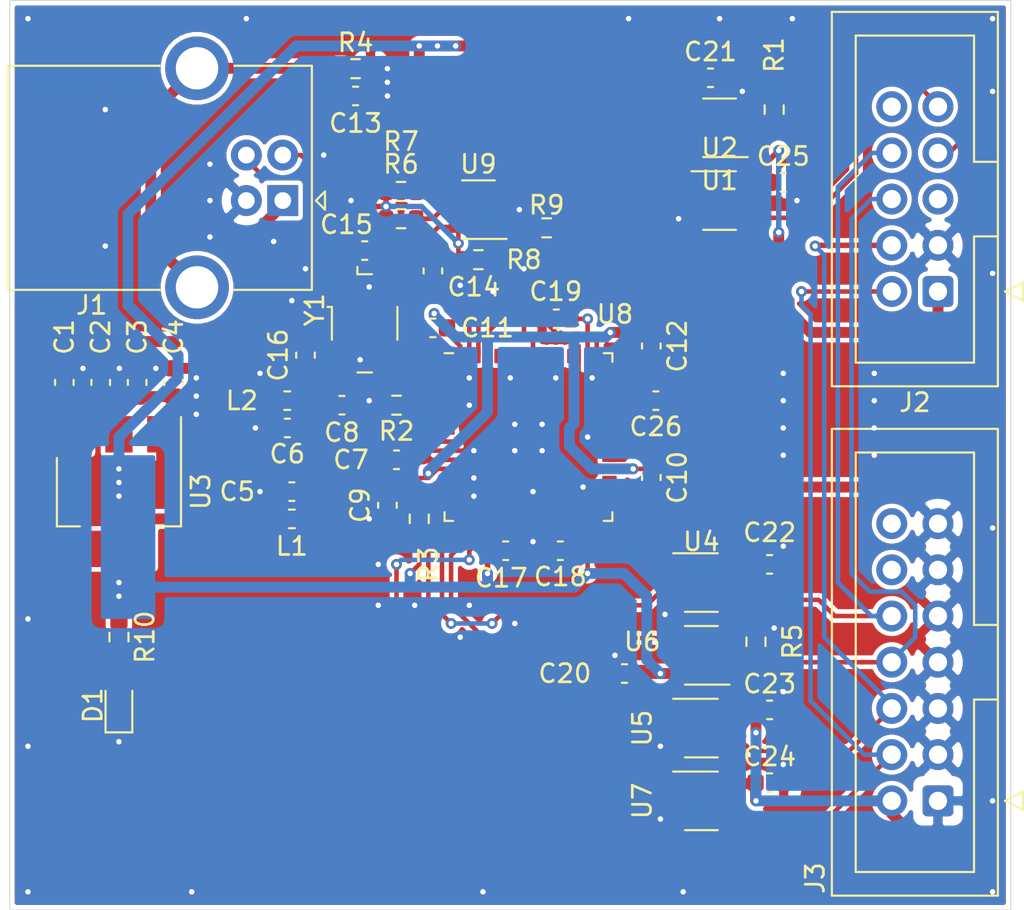
<source format=kicad_pcb>
(kicad_pcb (version 20171130) (host pcbnew 5.1.10)

  (general
    (thickness 1.6)
    (drawings 5)
    (tracks 652)
    (zones 0)
    (modules 54)
    (nets 32)
  )

  (page A4)
  (layers
    (0 F.Cu signal)
    (31 B.Cu signal)
    (32 B.Adhes user)
    (33 F.Adhes user)
    (34 B.Paste user)
    (35 F.Paste user)
    (36 B.SilkS user)
    (37 F.SilkS user)
    (38 B.Mask user)
    (39 F.Mask user)
    (40 Dwgs.User user)
    (41 Cmts.User user)
    (42 Eco1.User user)
    (43 Eco2.User user)
    (44 Edge.Cuts user)
    (45 Margin user)
    (46 B.CrtYd user)
    (47 F.CrtYd user)
    (48 B.Fab user hide)
    (49 F.Fab user hide)
  )

  (setup
    (last_trace_width 0.3)
    (user_trace_width 0.3)
    (user_trace_width 0.6)
    (trace_clearance 0.2)
    (zone_clearance 0.25)
    (zone_45_only no)
    (trace_min 0.25)
    (via_size 0.6)
    (via_drill 0.3)
    (via_min_size 0.4)
    (via_min_drill 0.3)
    (uvia_size 0.3)
    (uvia_drill 0.1)
    (uvias_allowed no)
    (uvia_min_size 0.2)
    (uvia_min_drill 0.1)
    (edge_width 0.05)
    (segment_width 0.2)
    (pcb_text_width 0.3)
    (pcb_text_size 1.5 1.5)
    (mod_edge_width 0.12)
    (mod_text_size 1 1)
    (mod_text_width 0.15)
    (pad_size 4.35 4.35)
    (pad_drill 0)
    (pad_to_mask_clearance 0)
    (aux_axis_origin 0 0)
    (visible_elements FFFFFF7F)
    (pcbplotparams
      (layerselection 0x010fc_ffffffff)
      (usegerberextensions false)
      (usegerberattributes true)
      (usegerberadvancedattributes true)
      (creategerberjobfile true)
      (excludeedgelayer true)
      (linewidth 0.100000)
      (plotframeref false)
      (viasonmask false)
      (mode 1)
      (useauxorigin false)
      (hpglpennumber 1)
      (hpglpenspeed 20)
      (hpglpendiameter 15.000000)
      (psnegative false)
      (psa4output false)
      (plotreference true)
      (plotvalue true)
      (plotinvisibletext false)
      (padsonsilk false)
      (subtractmaskfromsilk false)
      (outputformat 1)
      (mirror false)
      (drillshape 1)
      (scaleselection 1)
      (outputdirectory ""))
  )

  (net 0 "")
  (net 1 GND)
  (net 2 +5V)
  (net 3 +3V3)
  (net 4 /VPLL)
  (net 5 /VPHY)
  (net 6 VCCINT)
  (net 7 "Net-(C13-Pad1)")
  (net 8 "Net-(C15-Pad1)")
  (net 9 "Net-(C16-Pad1)")
  (net 10 VDD)
  (net 11 /D+)
  (net 12 /D-)
  (net 13 /TDI)
  (net 14 /TDO)
  (net 15 /TCK)
  (net 16 /TMS)
  (net 17 /RXD)
  (net 18 "Net-(R2-Pad1)")
  (net 19 "Net-(R3-Pad1)")
  (net 20 "Net-(R6-Pad2)")
  (net 21 "Net-(R7-Pad2)")
  (net 22 "Net-(R8-Pad2)")
  (net 23 "Net-(R9-Pad1)")
  (net 24 /BDBUS1)
  (net 25 /TXD)
  (net 26 /BDBUS0)
  (net 27 "Net-(U4-Pad2)")
  (net 28 "Net-(U5-Pad2)")
  (net 29 "Net-(U6-Pad4)")
  (net 30 "Net-(U7-Pad2)")
  (net 31 "Net-(D1-Pad2)")

  (net_class Default "This is the default net class."
    (clearance 0.2)
    (trace_width 0.25)
    (via_dia 0.6)
    (via_drill 0.3)
    (uvia_dia 0.3)
    (uvia_drill 0.1)
    (add_net +3V3)
    (add_net +5V)
    (add_net /BDBUS0)
    (add_net /BDBUS1)
    (add_net /RXD)
    (add_net /TCK)
    (add_net /TDI)
    (add_net /TDO)
    (add_net /TMS)
    (add_net /TXD)
    (add_net /VPHY)
    (add_net /VPLL)
    (add_net GND)
    (add_net "Net-(C13-Pad1)")
    (add_net "Net-(C15-Pad1)")
    (add_net "Net-(C16-Pad1)")
    (add_net "Net-(D1-Pad2)")
    (add_net "Net-(J2-Pad10)")
    (add_net "Net-(J2-Pad5)")
    (add_net "Net-(J3-Pad12)")
    (add_net "Net-(J3-Pad14)")
    (add_net "Net-(R2-Pad1)")
    (add_net "Net-(R3-Pad1)")
    (add_net "Net-(R6-Pad2)")
    (add_net "Net-(R7-Pad2)")
    (add_net "Net-(R8-Pad2)")
    (add_net "Net-(R9-Pad1)")
    (add_net "Net-(U1-Pad1)")
    (add_net "Net-(U2-Pad1)")
    (add_net "Net-(U4-Pad1)")
    (add_net "Net-(U4-Pad2)")
    (add_net "Net-(U5-Pad1)")
    (add_net "Net-(U5-Pad2)")
    (add_net "Net-(U6-Pad1)")
    (add_net "Net-(U6-Pad4)")
    (add_net "Net-(U7-Pad1)")
    (add_net "Net-(U7-Pad2)")
    (add_net "Net-(U8-Pad21)")
    (add_net "Net-(U8-Pad22)")
    (add_net "Net-(U8-Pad23)")
    (add_net "Net-(U8-Pad24)")
    (add_net "Net-(U8-Pad26)")
    (add_net "Net-(U8-Pad27)")
    (add_net "Net-(U8-Pad28)")
    (add_net "Net-(U8-Pad29)")
    (add_net "Net-(U8-Pad30)")
    (add_net "Net-(U8-Pad32)")
    (add_net "Net-(U8-Pad33)")
    (add_net "Net-(U8-Pad34)")
    (add_net "Net-(U8-Pad36)")
    (add_net "Net-(U8-Pad40)")
    (add_net "Net-(U8-Pad41)")
    (add_net "Net-(U8-Pad43)")
    (add_net "Net-(U8-Pad44)")
    (add_net "Net-(U8-Pad45)")
    (add_net "Net-(U8-Pad46)")
    (add_net "Net-(U8-Pad48)")
    (add_net "Net-(U8-Pad52)")
    (add_net "Net-(U8-Pad53)")
    (add_net "Net-(U8-Pad54)")
    (add_net "Net-(U8-Pad55)")
    (add_net "Net-(U8-Pad57)")
    (add_net "Net-(U8-Pad58)")
    (add_net "Net-(U8-Pad59)")
    (add_net "Net-(U8-Pad60)")
    (add_net VCCINT)
    (add_net VDD)
  )

  (net_class USB ""
    (clearance 0.2)
    (trace_width 0.25)
    (via_dia 0.6)
    (via_drill 0.3)
    (uvia_dia 0.3)
    (uvia_drill 0.1)
    (diff_pair_width 0.25)
    (diff_pair_gap 0.25)
    (add_net /D+)
    (add_net /D-)
  )

  (module Resistor_SMD:R_0603_1608Metric (layer F.Cu) (tedit 5F68FEEE) (tstamp 60A1F2E9)
    (at 41 55 270)
    (descr "Resistor SMD 0603 (1608 Metric), square (rectangular) end terminal, IPC_7351 nominal, (Body size source: IPC-SM-782 page 72, https://www.pcb-3d.com/wordpress/wp-content/uploads/ipc-sm-782a_amendment_1_and_2.pdf), generated with kicad-footprint-generator")
    (tags resistor)
    (path /61351E54)
    (attr smd)
    (fp_text reference R10 (at 0 -1.43 90) (layer F.SilkS)
      (effects (font (size 1 1) (thickness 0.15)))
    )
    (fp_text value 470 (at 0 1.43 90) (layer F.Fab)
      (effects (font (size 1 1) (thickness 0.15)))
    )
    (fp_text user %R (at 0 0 90) (layer F.Fab)
      (effects (font (size 0.4 0.4) (thickness 0.06)))
    )
    (fp_line (start -0.8 0.4125) (end -0.8 -0.4125) (layer F.Fab) (width 0.1))
    (fp_line (start -0.8 -0.4125) (end 0.8 -0.4125) (layer F.Fab) (width 0.1))
    (fp_line (start 0.8 -0.4125) (end 0.8 0.4125) (layer F.Fab) (width 0.1))
    (fp_line (start 0.8 0.4125) (end -0.8 0.4125) (layer F.Fab) (width 0.1))
    (fp_line (start -0.237258 -0.5225) (end 0.237258 -0.5225) (layer F.SilkS) (width 0.12))
    (fp_line (start -0.237258 0.5225) (end 0.237258 0.5225) (layer F.SilkS) (width 0.12))
    (fp_line (start -1.48 0.73) (end -1.48 -0.73) (layer F.CrtYd) (width 0.05))
    (fp_line (start -1.48 -0.73) (end 1.48 -0.73) (layer F.CrtYd) (width 0.05))
    (fp_line (start 1.48 -0.73) (end 1.48 0.73) (layer F.CrtYd) (width 0.05))
    (fp_line (start 1.48 0.73) (end -1.48 0.73) (layer F.CrtYd) (width 0.05))
    (pad 2 smd roundrect (at 0.825 0 270) (size 0.8 0.95) (layers F.Cu F.Paste F.Mask) (roundrect_rratio 0.25)
      (net 31 "Net-(D1-Pad2)"))
    (pad 1 smd roundrect (at -0.825 0 270) (size 0.8 0.95) (layers F.Cu F.Paste F.Mask) (roundrect_rratio 0.25)
      (net 3 +3V3))
    (model ${KISYS3DMOD}/Resistor_SMD.3dshapes/R_0603_1608Metric.wrl
      (at (xyz 0 0 0))
      (scale (xyz 1 1 1))
      (rotate (xyz 0 0 0))
    )
  )

  (module LED_SMD:LED_0603_1608Metric (layer F.Cu) (tedit 5F68FEF1) (tstamp 60A1F080)
    (at 41 58.75 90)
    (descr "LED SMD 0603 (1608 Metric), square (rectangular) end terminal, IPC_7351 nominal, (Body size source: http://www.tortai-tech.com/upload/download/2011102023233369053.pdf), generated with kicad-footprint-generator")
    (tags LED)
    (path /61327066)
    (attr smd)
    (fp_text reference D1 (at 0 -1.43 90) (layer F.SilkS)
      (effects (font (size 1 1) (thickness 0.15)))
    )
    (fp_text value Blue (at 0 1.43 90) (layer F.Fab)
      (effects (font (size 1 1) (thickness 0.15)))
    )
    (fp_text user %R (at 0 0 90) (layer F.Fab)
      (effects (font (size 0.4 0.4) (thickness 0.06)))
    )
    (fp_line (start 0.8 -0.4) (end -0.5 -0.4) (layer F.Fab) (width 0.1))
    (fp_line (start -0.5 -0.4) (end -0.8 -0.1) (layer F.Fab) (width 0.1))
    (fp_line (start -0.8 -0.1) (end -0.8 0.4) (layer F.Fab) (width 0.1))
    (fp_line (start -0.8 0.4) (end 0.8 0.4) (layer F.Fab) (width 0.1))
    (fp_line (start 0.8 0.4) (end 0.8 -0.4) (layer F.Fab) (width 0.1))
    (fp_line (start 0.8 -0.735) (end -1.485 -0.735) (layer F.SilkS) (width 0.12))
    (fp_line (start -1.485 -0.735) (end -1.485 0.735) (layer F.SilkS) (width 0.12))
    (fp_line (start -1.485 0.735) (end 0.8 0.735) (layer F.SilkS) (width 0.12))
    (fp_line (start -1.48 0.73) (end -1.48 -0.73) (layer F.CrtYd) (width 0.05))
    (fp_line (start -1.48 -0.73) (end 1.48 -0.73) (layer F.CrtYd) (width 0.05))
    (fp_line (start 1.48 -0.73) (end 1.48 0.73) (layer F.CrtYd) (width 0.05))
    (fp_line (start 1.48 0.73) (end -1.48 0.73) (layer F.CrtYd) (width 0.05))
    (pad 2 smd roundrect (at 0.7875 0 90) (size 0.875 0.95) (layers F.Cu F.Paste F.Mask) (roundrect_rratio 0.25)
      (net 31 "Net-(D1-Pad2)"))
    (pad 1 smd roundrect (at -0.7875 0 90) (size 0.875 0.95) (layers F.Cu F.Paste F.Mask) (roundrect_rratio 0.25)
      (net 1 GND))
    (model ${KISYS3DMOD}/LED_SMD.3dshapes/LED_0603_1608Metric.wrl
      (at (xyz 0 0 0))
      (scale (xyz 1 1 1))
      (rotate (xyz 0 0 0))
    )
  )

  (module shimatta_artwork:shimatta_kanji_10mm_solder_mask (layer F.Cu) (tedit 0) (tstamp 60A1E31A)
    (at 64.25 26.25)
    (fp_text reference G*** (at 0 0) (layer F.SilkS) hide
      (effects (font (size 1.524 1.524) (thickness 0.3)))
    )
    (fp_text value LOGO (at 0.75 0) (layer F.SilkS) hide
      (effects (font (size 1.524 1.524) (thickness 0.3)))
    )
    (fp_poly (pts (xy -1.974371 1.038841) (xy -1.921286 1.053288) (xy -1.872623 1.079719) (xy -1.866195 1.084191)
      (xy -1.838293 1.104059) (xy -1.817119 1.069799) (xy -1.79976 1.048167) (xy -1.782486 1.036309)
      (xy -1.778291 1.035539) (xy -1.768206 1.038583) (xy -1.760646 1.049319) (xy -1.755185 1.070154)
      (xy -1.7514 1.103496) (xy -1.748865 1.15175) (xy -1.747273 1.211385) (xy -1.746474 1.259613)
      (xy -1.746752 1.291726) (xy -1.748675 1.311141) (xy -1.75281 1.321274) (xy -1.759723 1.325542)
      (xy -1.766441 1.326858) (xy -1.786978 1.322585) (xy -1.793979 1.312205) (xy -1.82301 1.2417)
      (xy -1.856701 1.183639) (xy -1.890646 1.143766) (xy -1.936773 1.110849) (xy -1.98647 1.091476)
      (xy -2.036678 1.08492) (xy -2.084334 1.090454) (xy -2.126379 1.107351) (xy -2.159752 1.134885)
      (xy -2.181392 1.172328) (xy -2.188308 1.214467) (xy -2.182791 1.248681) (xy -2.165175 1.278144)
      (xy -2.133859 1.30396) (xy -2.087242 1.327231) (xy -2.023723 1.349063) (xy -1.972988 1.362908)
      (xy -1.926945 1.37512) (xy -1.884295 1.387388) (xy -1.85095 1.397965) (xy -1.837224 1.403038)
      (xy -1.783941 1.43521) (xy -1.7442 1.480643) (xy -1.719152 1.537493) (xy -1.709948 1.603912)
      (xy -1.709925 1.607039) (xy -1.718324 1.675881) (xy -1.743018 1.735267) (xy -1.782805 1.783525)
      (xy -1.836485 1.818985) (xy -1.87192 1.832554) (xy -1.918944 1.841854) (xy -1.97371 1.845409)
      (xy -2.028119 1.84323) (xy -2.074074 1.835326) (xy -2.083751 1.832294) (xy -2.116174 1.818033)
      (xy -2.150925 1.79893) (xy -2.159336 1.793591) (xy -2.197825 1.76812) (xy -2.219932 1.802247)
      (xy -2.24036 1.826752) (xy -2.262088 1.836076) (xy -2.268904 1.836495) (xy -2.295769 1.836616)
      (xy -2.295769 1.524) (xy -2.272298 1.524) (xy -2.259227 1.52626) (xy -2.249254 1.535687)
      (xy -2.239777 1.556254) (xy -2.228545 1.590772) (xy -2.200232 1.656354) (xy -2.159137 1.713395)
      (xy -2.108703 1.757526) (xy -2.086983 1.770431) (xy -2.043168 1.785715) (xy -1.991547 1.792606)
      (xy -1.939352 1.79103) (xy -1.893813 1.780914) (xy -1.875726 1.772587) (xy -1.835146 1.739209)
      (xy -1.80866 1.697192) (xy -1.797641 1.650585) (xy -1.803458 1.603433) (xy -1.811693 1.583581)
      (xy -1.823542 1.564842) (xy -1.839561 1.549289) (xy -1.86277 1.535442) (xy -1.896185 1.521824)
      (xy -1.942823 1.506956) (xy -2.001869 1.490396) (xy -2.070514 1.470952) (xy -2.12321 1.453777)
      (xy -2.163196 1.437447) (xy -2.193709 1.420542) (xy -2.217988 1.401639) (xy -2.229206 1.390568)
      (xy -2.258638 1.349794) (xy -2.273428 1.302837) (xy -2.276231 1.263171) (xy -2.268182 1.193355)
      (xy -2.244667 1.13505) (xy -2.206631 1.089166) (xy -2.155021 1.056615) (xy -2.090784 1.038307)
      (xy -2.038549 1.034453) (xy -1.974371 1.038841)) (layer F.Mask) (width 0.01))
    (fp_poly (pts (xy 0.640944 1.312618) (xy 0.67704 1.319504) (xy 0.709375 1.333293) (xy 0.740902 1.35388)
      (xy 0.745424 1.357713) (xy 0.776654 1.385604) (xy 0.781782 1.564706) (xy 0.783857 1.622571)
      (xy 0.786497 1.674136) (xy 0.789465 1.716036) (xy 0.792525 1.744908) (xy 0.79526 1.757136)
      (xy 0.810932 1.766015) (xy 0.84142 1.765392) (xy 0.866266 1.76353) (xy 0.877171 1.76799)
      (xy 0.879231 1.777416) (xy 0.870113 1.801327) (xy 0.844983 1.820342) (xy 0.807181 1.832279)
      (xy 0.792135 1.834328) (xy 0.760728 1.835756) (xy 0.740346 1.830993) (xy 0.722902 1.817897)
      (xy 0.72021 1.815253) (xy 0.702591 1.795118) (xy 0.692224 1.778656) (xy 0.691979 1.777976)
      (xy 0.684959 1.772802) (xy 0.669292 1.779728) (xy 0.649017 1.79442) (xy 0.618564 1.81506)
      (xy 0.58745 1.831466) (xy 0.577369 1.835408) (xy 0.533609 1.844151) (xy 0.484536 1.845295)
      (xy 0.438788 1.839118) (xy 0.412345 1.830092) (xy 0.372494 1.802851) (xy 0.349635 1.767447)
      (xy 0.341942 1.720977) (xy 0.341923 1.718095) (xy 0.343126 1.700515) (xy 0.455607 1.700515)
      (xy 0.457835 1.73071) (xy 0.469349 1.752095) (xy 0.48304 1.765362) (xy 0.507125 1.781844)
      (xy 0.532 1.786258) (xy 0.550438 1.78465) (xy 0.58274 1.776437) (xy 0.610963 1.763138)
      (xy 0.614012 1.761016) (xy 0.645603 1.732311) (xy 0.665621 1.699528) (xy 0.677036 1.656731)
      (xy 0.680628 1.627794) (xy 0.683522 1.592705) (xy 0.683443 1.573158) (xy 0.679617 1.565278)
      (xy 0.671269 1.565193) (xy 0.668269 1.565968) (xy 0.648488 1.570944) (xy 0.617794 1.578137)
      (xy 0.595923 1.583073) (xy 0.536922 1.599909) (xy 0.495378 1.621103) (xy 0.469412 1.648229)
      (xy 0.457142 1.682862) (xy 0.455607 1.700515) (xy 0.343126 1.700515) (xy 0.344116 1.686059)
      (xy 0.353266 1.661888) (xy 0.373232 1.635965) (xy 0.376197 1.632658) (xy 0.40625 1.605269)
      (xy 0.444581 1.581703) (xy 0.4938 1.560914) (xy 0.556523 1.541856) (xy 0.635361 1.523484)
      (xy 0.663059 1.517848) (xy 0.676458 1.513728) (xy 0.682332 1.50481) (xy 0.682301 1.485745)
      (xy 0.679595 1.463209) (xy 0.674002 1.43082) (xy 0.667225 1.404589) (xy 0.663822 1.396093)
      (xy 0.644922 1.378737) (xy 0.61268 1.366075) (xy 0.573062 1.359819) (xy 0.540027 1.360581)
      (xy 0.500622 1.369239) (xy 0.478247 1.383995) (xy 0.473727 1.40413) (xy 0.477739 1.414757)
      (xy 0.487636 1.447797) (xy 0.483358 1.477167) (xy 0.468279 1.499765) (xy 0.445775 1.512488)
      (xy 0.419223 1.512233) (xy 0.391997 1.495897) (xy 0.390769 1.494692) (xy 0.373401 1.465279)
      (xy 0.372129 1.431335) (xy 0.385222 1.396326) (xy 0.410949 1.363713) (xy 0.447576 1.336962)
      (xy 0.475841 1.324549) (xy 0.525279 1.313638) (xy 0.58351 1.309581) (xy 0.640944 1.312618)) (layer F.Mask) (width 0.01))
    (fp_poly (pts (xy 1.067389 1.108152) (xy 1.073653 1.114475) (xy 1.077607 1.128178) (xy 1.079988 1.152711)
      (xy 1.081536 1.191523) (xy 1.082262 1.218712) (xy 1.085024 1.328616) (xy 1.163538 1.328616)
      (xy 1.202366 1.3289) (xy 1.225462 1.330495) (xy 1.23663 1.334508) (xy 1.239675 1.342049)
      (xy 1.238929 1.350596) (xy 1.235823 1.361747) (xy 1.227612 1.368592) (xy 1.210101 1.372452)
      (xy 1.179094 1.37465) (xy 1.160096 1.37543) (xy 1.084385 1.378284) (xy 1.084385 1.55643)
      (xy 1.084671 1.622622) (xy 1.085671 1.672073) (xy 1.087598 1.707571) (xy 1.090664 1.731905)
      (xy 1.09508 1.747866) (xy 1.099592 1.756288) (xy 1.121883 1.774299) (xy 1.148938 1.776923)
      (xy 1.176351 1.766026) (xy 1.199718 1.743476) (xy 1.214633 1.711137) (xy 1.215545 1.707173)
      (xy 1.22186 1.676871) (xy 1.226224 1.655885) (xy 1.235543 1.636856) (xy 1.256152 1.631464)
      (xy 1.256791 1.631462) (xy 1.271513 1.632447) (xy 1.278247 1.638659) (xy 1.278807 1.654982)
      (xy 1.275582 1.681998) (xy 1.26038 1.743784) (xy 1.232522 1.791452) (xy 1.191026 1.826549)
      (xy 1.18012 1.832659) (xy 1.145866 1.843001) (xy 1.104011 1.845687) (xy 1.064409 1.840618)
      (xy 1.046249 1.834029) (xy 1.023745 1.8175) (xy 1.002423 1.794593) (xy 1.002288 1.794411)
      (xy 0.995239 1.783637) (xy 0.989937 1.770968) (xy 0.986075 1.753497) (xy 0.983345 1.728317)
      (xy 0.98144 1.692522) (xy 0.980054 1.643206) (xy 0.978878 1.577463) (xy 0.978796 1.572161)
      (xy 0.975784 1.377462) (xy 0.932392 1.377462) (xy 0.905449 1.376377) (xy 0.892769 1.371235)
      (xy 0.889118 1.359204) (xy 0.889 1.353994) (xy 0.894585 1.334751) (xy 0.914328 1.321845)
      (xy 0.92033 1.319605) (xy 0.958438 1.29963) (xy 0.987906 1.268085) (xy 1.010137 1.222673)
      (xy 1.026541 1.161099) (xy 1.030398 1.139951) (xy 1.036325 1.115595) (xy 1.045494 1.105989)
      (xy 1.058076 1.105759) (xy 1.067389 1.108152)) (layer F.Mask) (width 0.01))
    (fp_poly (pts (xy 1.488944 1.110289) (xy 1.494525 1.116945) (xy 1.498106 1.132096) (xy 1.500339 1.159063)
      (xy 1.501878 1.201166) (xy 1.502339 1.218712) (xy 1.505101 1.328616) (xy 1.582935 1.328616)
      (xy 1.6216 1.328878) (xy 1.644721 1.330503) (xy 1.656293 1.334742) (xy 1.66031 1.342849)
      (xy 1.660769 1.353039) (xy 1.659936 1.365151) (xy 1.65478 1.372404) (xy 1.641314 1.376043)
      (xy 1.615552 1.377313) (xy 1.582615 1.377462) (xy 1.504461 1.377462) (xy 1.504461 1.558192)
      (xy 1.504599 1.622242) (xy 1.5052 1.669671) (xy 1.50655 1.703395) (xy 1.508932 1.726331)
      (xy 1.512633 1.741394) (xy 1.517936 1.751503) (xy 1.524 1.758462) (xy 1.553175 1.776093)
      (xy 1.584057 1.77626) (xy 1.611666 1.759856) (xy 1.625783 1.740182) (xy 1.635945 1.713599)
      (xy 1.644478 1.680299) (xy 1.645819 1.672981) (xy 1.651731 1.646626) (xy 1.660436 1.634536)
      (xy 1.675946 1.631473) (xy 1.677642 1.631462) (xy 1.69222 1.632603) (xy 1.698789 1.63934)
      (xy 1.699297 1.656642) (xy 1.696783 1.680302) (xy 1.682886 1.743441) (xy 1.657693 1.790854)
      (xy 1.620651 1.823134) (xy 1.571209 1.840874) (xy 1.544177 1.844314) (xy 1.50807 1.844991)
      (xy 1.482071 1.839541) (xy 1.457198 1.825996) (xy 1.455615 1.82493) (xy 1.437063 1.81038)
      (xy 1.422919 1.793322) (xy 1.412591 1.771022) (xy 1.405489 1.740747) (xy 1.401022 1.699763)
      (xy 1.398599 1.645336) (xy 1.39763 1.574735) (xy 1.397551 1.556312) (xy 1.397 1.378585)
      (xy 1.355481 1.375581) (xy 1.327979 1.371614) (xy 1.314897 1.363255) (xy 1.311576 1.353039)
      (xy 1.315704 1.337223) (xy 1.334351 1.32219) (xy 1.350145 1.313962) (xy 1.38592 1.292045)
      (xy 1.412117 1.263056) (xy 1.431723 1.222652) (xy 1.445662 1.17518) (xy 1.45552 1.139038)
      (xy 1.464372 1.118497) (xy 1.474178 1.109844) (xy 1.48071 1.108808) (xy 1.488944 1.110289)) (layer F.Mask) (width 0.01))
    (fp_poly (pts (xy 2.067017 1.312015) (xy 2.091074 1.317656) (xy 2.115093 1.328184) (xy 2.119351 1.330379)
      (xy 2.147999 1.346455) (xy 2.169267 1.362613) (xy 2.184314 1.38202) (xy 2.194299 1.407842)
      (xy 2.200379 1.443246) (xy 2.203714 1.491396) (xy 2.205462 1.55546) (xy 2.205652 1.56621)
      (xy 2.206886 1.634499) (xy 2.208354 1.685635) (xy 2.210672 1.721998) (xy 2.214456 1.745971)
      (xy 2.220321 1.759934) (xy 2.228883 1.766269) (xy 2.240758 1.767357) (xy 2.256562 1.76558)
      (xy 2.257183 1.765496) (xy 2.2874 1.764126) (xy 2.301366 1.77125) (xy 2.300944 1.788041)
      (xy 2.299502 1.792134) (xy 2.282756 1.811763) (xy 2.252528 1.827163) (xy 2.21481 1.835705)
      (xy 2.198095 1.836616) (xy 2.165222 1.832505) (xy 2.140837 1.817535) (xy 2.13411 1.810766)
      (xy 2.118195 1.791346) (xy 2.110332 1.777346) (xy 2.110154 1.776076) (xy 2.103393 1.775971)
      (xy 2.086279 1.785859) (xy 2.075981 1.793301) (xy 2.018762 1.826325) (xy 1.956762 1.843577)
      (xy 1.894263 1.844524) (xy 1.83555 1.828632) (xy 1.82662 1.824404) (xy 1.78778 1.795174)
      (xy 1.765426 1.756208) (xy 1.760635 1.709667) (xy 1.762569 1.695669) (xy 1.762917 1.694639)
      (xy 1.875692 1.694639) (xy 1.882946 1.738312) (xy 1.90319 1.768727) (xy 1.934148 1.784818)
      (xy 1.973544 1.785521) (xy 2.0191 1.769771) (xy 2.027115 1.765481) (xy 2.065577 1.734584)
      (xy 2.089543 1.692505) (xy 2.099829 1.637617) (xy 2.100369 1.619064) (xy 2.100385 1.562705)
      (xy 2.073519 1.568707) (xy 2.002641 1.586563) (xy 1.949443 1.60502) (xy 1.912071 1.625257)
      (xy 1.888675 1.648452) (xy 1.877405 1.675784) (xy 1.875692 1.694639) (xy 1.762917 1.694639)
      (xy 1.775241 1.658177) (xy 1.799184 1.625607) (xy 1.835942 1.597087) (xy 1.887055 1.571743)
      (xy 1.954065 1.5487) (xy 2.038515 1.527086) (xy 2.073519 1.519478) (xy 2.091119 1.51337)
      (xy 2.098748 1.500718) (xy 2.100385 1.475604) (xy 2.095153 1.427605) (xy 2.078669 1.393815)
      (xy 2.052443 1.373045) (xy 2.013304 1.361056) (xy 1.967038 1.358661) (xy 1.923753 1.36625)
      (xy 1.919185 1.367871) (xy 1.900754 1.378362) (xy 1.897388 1.393896) (xy 1.89901 1.402063)
      (xy 1.906334 1.431636) (xy 1.910841 1.449775) (xy 1.90831 1.475393) (xy 1.891704 1.498124)
      (xy 1.866273 1.512219) (xy 1.851978 1.514231) (xy 1.827936 1.505801) (xy 1.805532 1.484928)
      (xy 1.790661 1.458238) (xy 1.787806 1.442086) (xy 1.796395 1.409192) (xy 1.81924 1.375487)
      (xy 1.852116 1.346505) (xy 1.867982 1.337029) (xy 1.901035 1.323791) (xy 1.941599 1.315663)
      (xy 1.992923 1.311533) (xy 2.036455 1.310295) (xy 2.067017 1.312015)) (layer F.Mask) (width 0.01))
    (fp_poly (pts (xy -1.455615 1.215473) (xy -1.450731 1.398336) (xy -1.421423 1.367157) (xy -1.376353 1.331405)
      (xy -1.326607 1.312133) (xy -1.275539 1.308504) (xy -1.226501 1.31968) (xy -1.182846 1.344823)
      (xy -1.147927 1.383095) (xy -1.125098 1.433658) (xy -1.123046 1.441718) (xy -1.119874 1.465079)
      (xy -1.117169 1.503375) (xy -1.115156 1.552) (xy -1.114058 1.606352) (xy -1.113925 1.628833)
      (xy -1.113934 1.686246) (xy -1.11338 1.727126) (xy -1.11108 1.754472) (xy -1.10585 1.771281)
      (xy -1.096506 1.780548) (xy -1.081867 1.785271) (xy -1.060747 1.788448) (xy -1.050305 1.789943)
      (xy -1.03283 1.799802) (xy -1.027608 1.809862) (xy -1.027842 1.816489) (xy -1.03341 1.821136)
      (xy -1.047143 1.82415) (xy -1.071873 1.825876) (xy -1.110431 1.826659) (xy -1.165648 1.826846)
      (xy -1.166707 1.826846) (xy -1.222097 1.826711) (xy -1.260894 1.826038) (xy -1.28604 1.824421)
      (xy -1.30048 1.821457) (xy -1.307159 1.816742) (xy -1.309018 1.809871) (xy -1.309077 1.807308)
      (xy -1.304974 1.793528) (xy -1.289229 1.788224) (xy -1.276839 1.787769) (xy -1.25665 1.786726)
      (xy -1.24203 1.781795) (xy -1.232084 1.770273) (xy -1.225917 1.749459) (xy -1.222637 1.716651)
      (xy -1.22135 1.669146) (xy -1.221154 1.619425) (xy -1.222023 1.550012) (xy -1.22506 1.497159)
      (xy -1.230911 1.457944) (xy -1.240222 1.429447) (xy -1.253639 1.408749) (xy -1.271142 1.393392)
      (xy -1.306881 1.379323) (xy -1.346249 1.381693) (xy -1.384996 1.399063) (xy -1.418873 1.429993)
      (xy -1.431192 1.447614) (xy -1.439055 1.463151) (xy -1.44473 1.481935) (xy -1.448683 1.507586)
      (xy -1.451382 1.543727) (xy -1.453292 1.593978) (xy -1.454095 1.625431) (xy -1.455257 1.685008)
      (xy -1.45493 1.727828) (xy -1.452182 1.756663) (xy -1.446076 1.774287) (xy -1.43568 1.783474)
      (xy -1.420057 1.786995) (xy -1.399442 1.78762) (xy -1.376896 1.790323) (xy -1.368343 1.800256)
      (xy -1.367692 1.807308) (xy -1.368675 1.814909) (xy -1.373585 1.820234) (xy -1.385367 1.823685)
      (xy -1.406965 1.825666) (xy -1.441322 1.826583) (xy -1.491383 1.826838) (xy -1.510063 1.826846)
      (xy -1.565576 1.826666) (xy -1.604384 1.825895) (xy -1.629317 1.824188) (xy -1.643208 1.821198)
      (xy -1.648887 1.81658) (xy -1.649186 1.809989) (xy -1.649162 1.809862) (xy -1.637956 1.794552)
      (xy -1.626465 1.789943) (xy -1.600387 1.785385) (xy -1.584931 1.782287) (xy -1.562824 1.777564)
      (xy -1.565393 1.438302) (xy -1.567962 1.099039) (xy -1.614365 1.096061) (xy -1.6426 1.093155)
      (xy -1.65633 1.087339) (xy -1.660586 1.075813) (xy -1.660769 1.070241) (xy -1.659089 1.056138)
      (xy -1.651888 1.04659) (xy -1.635928 1.040587) (xy -1.607967 1.037118) (xy -1.564767 1.035173)
      (xy -1.546808 1.034698) (xy -1.4605 1.03261) (xy -1.455615 1.215473)) (layer F.Mask) (width 0.01))
    (fp_poly (pts (xy -0.791308 1.541671) (xy -0.79114 1.616724) (xy -0.790274 1.674548) (xy -0.788164 1.717452)
      (xy -0.784266 1.747744) (xy -0.778034 1.767735) (xy -0.768923 1.779731) (xy -0.756389 1.786044)
      (xy -0.739886 1.788981) (xy -0.732772 1.789665) (xy -0.705556 1.796467) (xy -0.695421 1.80975)
      (xy -0.695628 1.81631) (xy -0.700994 1.820947) (xy -0.714308 1.82399) (xy -0.738353 1.825767)
      (xy -0.775917 1.826609) (xy -0.829783 1.826843) (xy -0.840154 1.826846) (xy -0.896902 1.826679)
      (xy -0.936899 1.825957) (xy -0.96293 1.824353) (xy -0.977782 1.821535) (xy -0.984238 1.817177)
      (xy -0.985086 1.810948) (xy -0.984886 1.80975) (xy -0.97342 1.795751) (xy -0.947535 1.789665)
      (xy -0.927021 1.786674) (xy -0.911938 1.780045) (xy -0.901459 1.767116) (xy -0.894754 1.745221)
      (xy -0.890995 1.711698) (xy -0.889353 1.663884) (xy -0.889 1.601508) (xy -0.889384 1.54625)
      (xy -0.890442 1.495701) (xy -0.892032 1.454098) (xy -0.894015 1.425682) (xy -0.895106 1.41776)
      (xy -0.900096 1.399466) (xy -0.909311 1.390477) (xy -0.928545 1.387501) (xy -0.948837 1.387231)
      (xy -0.977413 1.386342) (xy -0.991501 1.382043) (xy -0.996126 1.371885) (xy -0.996462 1.364029)
      (xy -0.992671 1.349345) (xy -0.979576 1.33915) (xy -0.954592 1.332756) (xy -0.915134 1.329476)
      (xy -0.863356 1.328616) (xy -0.791308 1.328616) (xy -0.791308 1.541671)) (layer F.Mask) (width 0.01))
    (fp_poly (pts (xy 0.080297 1.3191) (xy 0.125771 1.345358) (xy 0.152577 1.373188) (xy 0.180731 1.410065)
      (xy 0.183814 1.586478) (xy 0.185487 1.650324) (xy 0.187999 1.703674) (xy 0.191173 1.744022)
      (xy 0.194831 1.768864) (xy 0.197222 1.77533) (xy 0.213481 1.783903) (xy 0.238852 1.787753)
      (xy 0.240542 1.787769) (xy 0.263603 1.790132) (xy 0.272652 1.799263) (xy 0.273538 1.807308)
      (xy 0.272556 1.814909) (xy 0.267645 1.820234) (xy 0.255863 1.823685) (xy 0.234266 1.825666)
      (xy 0.199908 1.826583) (xy 0.149847 1.826838) (xy 0.131168 1.826846) (xy 0.075655 1.826666)
      (xy 0.036847 1.825895) (xy 0.011913 1.824188) (xy -0.001977 1.821198) (xy -0.007656 1.81658)
      (xy -0.007955 1.809989) (xy -0.007931 1.809862) (xy 0.003274 1.794552) (xy 0.014766 1.789943)
      (xy 0.040674 1.785404) (xy 0.056786 1.782164) (xy 0.079379 1.77732) (xy 0.076324 1.602575)
      (xy 0.07513 1.540071) (xy 0.073784 1.494035) (xy 0.071875 1.461401) (xy 0.068992 1.4391)
      (xy 0.064727 1.424065) (xy 0.058668 1.413227) (xy 0.050405 1.403519) (xy 0.049585 1.402645)
      (xy 0.018289 1.381785) (xy -0.017565 1.377181) (xy -0.053905 1.387557) (xy -0.086657 1.41164)
      (xy -0.11175 1.448156) (xy -0.114311 1.453926) (xy -0.121097 1.479773) (xy -0.126816 1.519311)
      (xy -0.13124 1.567557) (xy -0.134142 1.619526) (xy -0.135296 1.670235) (xy -0.134473 1.714698)
      (xy -0.131448 1.747932) (xy -0.128291 1.760904) (xy -0.117156 1.779704) (xy -0.099101 1.786984)
      (xy -0.08328 1.787769) (xy -0.059613 1.789922) (xy -0.050013 1.79834) (xy -0.048846 1.807308)
      (xy -0.049861 1.815039) (xy -0.054906 1.820409) (xy -0.066985 1.823845) (xy -0.089101 1.825777)
      (xy -0.124255 1.826634) (xy -0.17545 1.826844) (xy -0.185615 1.826846) (xy -0.239737 1.826701)
      (xy -0.277324 1.825981) (xy -0.301377 1.824255) (xy -0.314901 1.821096) (xy -0.320897 1.816074)
      (xy -0.322369 1.80876) (xy -0.322385 1.807308) (xy -0.318514 1.793788) (xy -0.303445 1.788375)
      (xy -0.288536 1.787769) (xy -0.259067 1.782638) (xy -0.244575 1.768873) (xy -0.240334 1.750826)
      (xy -0.237292 1.717778) (xy -0.235444 1.674231) (xy -0.234785 1.624683) (xy -0.235311 1.573638)
      (xy -0.237015 1.525594) (xy -0.239893 1.485053) (xy -0.243941 1.456516) (xy -0.24492 1.452539)
      (xy -0.263385 1.41075) (xy -0.290501 1.385404) (xy -0.32287 1.377462) (xy -0.368 1.386426)
      (xy -0.404805 1.412769) (xy -0.428846 1.448664) (xy -0.437064 1.467827) (xy -0.442778 1.488226)
      (xy -0.446426 1.513822) (xy -0.448446 1.548578) (xy -0.449276 1.596454) (xy -0.449385 1.63436)
      (xy -0.449479 1.690546) (xy -0.448929 1.730264) (xy -0.44649 1.756574) (xy -0.440914 1.772536)
      (xy -0.430953 1.78121) (xy -0.415362 1.785657) (xy -0.392893 1.788938) (xy -0.385997 1.789943)
      (xy -0.368523 1.799802) (xy -0.3633 1.809862) (xy -0.363534 1.816489) (xy -0.369102 1.821136)
      (xy -0.382836 1.82415) (xy -0.407566 1.825876) (xy -0.446123 1.826659) (xy -0.501341 1.826846)
      (xy -0.502399 1.826846) (xy -0.55779 1.826711) (xy -0.596586 1.826038) (xy -0.621732 1.824421)
      (xy -0.636173 1.821457) (xy -0.642851 1.816742) (xy -0.644711 1.809871) (xy -0.644769 1.807308)
      (xy -0.640779 1.793653) (xy -0.62536 1.788294) (xy -0.611773 1.787769) (xy -0.585868 1.784016)
      (xy -0.568147 1.774918) (xy -0.567592 1.774292) (xy -0.56321 1.76046) (xy -0.560279 1.730646)
      (xy -0.558758 1.683856) (xy -0.558602 1.619099) (xy -0.559069 1.576465) (xy -0.561731 1.392116)
      (xy -0.60325 1.389111) (xy -0.629637 1.385777) (xy -0.641728 1.378715) (xy -0.644761 1.364681)
      (xy -0.644769 1.363385) (xy -0.641762 1.348658) (xy -0.630785 1.338679) (xy -0.608907 1.332599)
      (xy -0.573196 1.329571) (xy -0.525096 1.328749) (xy -0.449385 1.328616) (xy -0.449385 1.398499)
      (xy -0.422975 1.367114) (xy -0.381681 1.331778) (xy -0.333598 1.312588) (xy -0.28274 1.309406)
      (xy -0.233119 1.322094) (xy -0.188746 1.350515) (xy -0.165668 1.375926) (xy -0.144271 1.404867)
      (xy -0.116038 1.372711) (xy -0.072184 1.335499) (xy -0.022379 1.314164) (xy 0.029681 1.3087)
      (xy 0.080297 1.3191)) (layer F.Mask) (width 0.01))
    (fp_poly (pts (xy -0.802099 1.070158) (xy -0.791846 1.081035) (xy -0.777413 1.111229) (xy -0.782485 1.140329)
      (xy -0.803008 1.164981) (xy -0.831546 1.180305) (xy -0.860061 1.176312) (xy -0.88456 1.158098)
      (xy -0.903765 1.13374) (xy -0.906257 1.111825) (xy -0.892337 1.086106) (xy -0.888291 1.080818)
      (xy -0.861205 1.059245) (xy -0.831005 1.055695) (xy -0.802099 1.070158)) (layer F.Mask) (width 0.01))
    (fp_poly (pts (xy -1.919394 -1.844364) (xy -1.881995 -1.838959) (xy -1.83621 -1.831152) (xy -1.787182 -1.821928)
      (xy -1.740055 -1.812271) (xy -1.699974 -1.803165) (xy -1.672081 -1.795593) (xy -1.665658 -1.793285)
      (xy -1.641617 -1.78009) (xy -1.626567 -1.766036) (xy -1.625347 -1.763663) (xy -1.626838 -1.74347)
      (xy -1.641826 -1.72305) (xy -1.660978 -1.710965) (xy -1.673678 -1.701253) (xy -1.695449 -1.680074)
      (xy -1.722813 -1.650936) (xy -1.742271 -1.629019) (xy -1.808024 -1.553308) (xy -0.594458 -1.553308)
      (xy -0.497222 -1.643673) (xy -0.460879 -1.677064) (xy -0.429285 -1.705373) (xy -0.405355 -1.726043)
      (xy -0.392001 -1.736515) (xy -0.390655 -1.737241) (xy -0.378973 -1.732798) (xy -0.356469 -1.717835)
      (xy -0.326597 -1.69517) (xy -0.292814 -1.66762) (xy -0.258573 -1.638004) (xy -0.227331 -1.609139)
      (xy -0.202541 -1.583843) (xy -0.202446 -1.583738) (xy -0.182214 -1.558813) (xy -0.169009 -1.537693)
      (xy -0.166077 -1.528615) (xy -0.172848 -1.514531) (xy -0.19409 -1.504447) (xy -0.231197 -1.498051)
      (xy -0.285562 -1.495033) (xy -0.318136 -1.494692) (xy -0.420077 -1.494692) (xy -0.420077 -1.318846)
      (xy -0.419978 -1.256308) (xy -0.419487 -1.210659) (xy -0.418317 -1.179249) (xy -0.416179 -1.159428)
      (xy -0.412785 -1.148545) (xy -0.407847 -1.143953) (xy -0.401076 -1.143) (xy -0.400946 -1.143)
      (xy -0.386656 -1.149096) (xy -0.361172 -1.165768) (xy -0.327888 -1.190596) (xy -0.290196 -1.221155)
      (xy -0.283437 -1.226881) (xy -0.185058 -1.310762) (xy -0.10076 -1.243977) (xy -0.050552 -1.202931)
      (xy -0.015414 -1.170918) (xy 0.005972 -1.146334) (xy 0.014925 -1.127576) (xy 0.012767 -1.113042)
      (xy 0.010144 -1.109259) (xy 0.003296 -1.104152) (xy -0.009271 -1.10031) (xy -0.030021 -1.097563)
      (xy -0.061416 -1.095745) (xy -0.105922 -1.094686) (xy -0.166 -1.09422) (xy -0.211235 -1.094154)
      (xy -0.420077 -1.094154) (xy -0.420077 -0.796651) (xy -0.342531 -0.873741) (xy -0.264986 -0.950832)
      (xy -0.208446 -0.912589) (xy -0.167434 -0.882691) (xy -0.128134 -0.850225) (xy -0.093355 -0.817971)
      (xy -0.065901 -0.78871) (xy -0.048579 -0.765224) (xy -0.044196 -0.750292) (xy -0.044312 -0.749955)
      (xy -0.049346 -0.741378) (xy -0.058613 -0.734832) (xy -0.07451 -0.730046) (xy -0.099432 -0.726751)
      (xy -0.135776 -0.724675) (xy -0.185938 -0.72355) (xy -0.252314 -0.723104) (xy -0.282819 -0.723056)
      (xy -0.35028 -0.722753) (xy -0.400068 -0.721869) (xy -0.434048 -0.72028) (xy -0.45408 -0.717863)
      (xy -0.462026 -0.714494) (xy -0.461108 -0.7112) (xy -0.44997 -0.689047) (xy -0.45748 -0.665224)
      (xy -0.478692 -0.644769) (xy -0.508 -0.6239) (xy -0.508 -0.420077) (xy -0.477382 -0.420077)
      (xy -0.461294 -0.422557) (xy -0.442702 -0.431376) (xy -0.418593 -0.448598) (xy -0.385953 -0.47629)
      (xy -0.356469 -0.502961) (xy -0.266175 -0.585845) (xy -0.218568 -0.550365) (xy -0.181106 -0.520775)
      (xy -0.144068 -0.488675) (xy -0.111503 -0.457853) (xy -0.087463 -0.432099) (xy -0.077422 -0.418313)
      (xy -0.075189 -0.398832) (xy -0.083756 -0.386563) (xy -0.091624 -0.381323) (xy -0.105009 -0.377396)
      (xy -0.126449 -0.374606) (xy -0.158481 -0.372774) (xy -0.203641 -0.371725) (xy -0.264466 -0.371281)
      (xy -0.303544 -0.371231) (xy -0.508 -0.371231) (xy -0.508 0) (xy -0.3887 0)
      (xy -0.205168 -0.16847) (xy -0.150791 -0.135523) (xy -0.100701 -0.103092) (xy -0.054861 -0.069559)
      (xy -0.016657 -0.037706) (xy 0.010525 -0.010313) (xy 0.022021 0.006433) (xy 0.027543 0.021071)
      (xy 0.028068 0.032697) (xy 0.021764 0.041653) (xy 0.006799 0.048284) (xy -0.01866 0.052935)
      (xy -0.056445 0.05595) (xy -0.10839 0.057672) (xy -0.176326 0.058445) (xy -0.255867 0.058616)
      (xy -0.508 0.058616) (xy -0.508 0.466604) (xy -0.543753 0.493875) (xy -0.5926 0.523223)
      (xy -0.644919 0.541308) (xy -0.695188 0.546772) (xy -0.732692 0.540297) (xy -0.744774 0.534806)
      (xy -0.754082 0.526462) (xy -0.760975 0.512889) (xy -0.765812 0.491713) (xy -0.768952 0.460557)
      (xy -0.770752 0.417047) (xy -0.771572 0.358808) (xy -0.771769 0.283463) (xy -0.771769 0.058616)
      (xy -1.394753 0.058616) (xy -1.41053 0.034536) (xy -1.421843 0.015678) (xy -1.426308 0.005228)
      (xy -1.417182 0.00317) (xy -1.392375 0.001493) (xy -1.355744 0.000377) (xy -1.313962 0)
      (xy -1.201615 0) (xy -1.201615 -0.371231) (xy -0.957385 -0.371231) (xy -0.957385 0)
      (xy -0.771769 0) (xy -0.771769 -0.371231) (xy -0.957385 -0.371231) (xy -1.201615 -0.371231)
      (xy -1.201615 -0.525857) (xy -1.069823 -0.472967) (xy -1.016817 -0.45199) (xy -0.977102 -0.437427)
      (xy -0.945959 -0.428116) (xy -0.918668 -0.422894) (xy -0.89051 -0.420602) (xy -0.856765 -0.420077)
      (xy -0.771769 -0.420077) (xy -0.771769 -0.722923) (xy -1.634867 -0.722923) (xy -1.61239 -0.698997)
      (xy -1.596848 -0.67546) (xy -1.599367 -0.65576) (xy -1.620531 -0.638413) (xy -1.63965 -0.629608)
      (xy -1.673862 -0.607744) (xy -1.71065 -0.569566) (xy -1.747587 -0.517644) (xy -1.75162 -0.511096)
      (xy -1.75152 -0.505437) (xy -1.74135 -0.501646) (xy -1.718505 -0.499402) (xy -1.680386 -0.498385)
      (xy -1.647158 -0.498231) (xy -1.534883 -0.498231) (xy -1.475412 -0.553291) (xy -1.447839 -0.57803)
      (xy -1.426122 -0.596036) (xy -1.413794 -0.604434) (xy -1.412358 -0.604579) (xy -1.387692 -0.577268)
      (xy -1.357837 -0.542223) (xy -1.32602 -0.503473) (xy -1.295468 -0.46505) (xy -1.269407 -0.430983)
      (xy -1.251065 -0.405304) (xy -1.245244 -0.395856) (xy -1.226039 -0.359747) (xy -1.271127 -0.319085)
      (xy -1.299345 -0.28887) (xy -1.328995 -0.249669) (xy -1.352273 -0.212352) (xy -1.421159 -0.103641)
      (xy -1.507092 0.002805) (xy -1.607579 0.104708) (xy -1.72013 0.199787) (xy -1.842253 0.285763)
      (xy -1.971455 0.360358) (xy -1.987081 0.368319) (xy -2.044203 0.395745) (xy -2.104073 0.422294)
      (xy -2.163731 0.446882) (xy -2.220219 0.468425) (xy -2.270577 0.485838) (xy -2.311847 0.498037)
      (xy -2.341069 0.503939) (xy -2.354601 0.502982) (xy -2.363498 0.492316) (xy -2.35879 0.478308)
      (xy -2.339261 0.459587) (xy -2.303696 0.43478) (xy -2.28232 0.421379) (xy -2.201566 0.368801)
      (xy -2.116594 0.308129) (xy -2.033772 0.244174) (xy -1.95947 0.181745) (xy -1.931654 0.156502)
      (xy -1.893852 0.120358) (xy -1.869903 0.095101) (xy -1.858655 0.079105) (xy -1.858958 0.070742)
      (xy -1.869294 0.068385) (xy -1.890535 0.058644) (xy -1.910327 0.029427) (xy -1.928664 -0.019257)
      (xy -1.935763 -0.04485) (xy -1.953408 -0.103979) (xy -1.973871 -0.15674) (xy -1.995002 -0.197934)
      (xy -2.005168 -0.212598) (xy -2.014656 -0.21693) (xy -2.030514 -0.210297) (xy -2.056217 -0.191185)
      (xy -2.058255 -0.189522) (xy -2.083064 -0.16973) (xy -2.11878 -0.141928) (xy -2.160649 -0.109789)
      (xy -2.203916 -0.076985) (xy -2.204407 -0.076615) (xy -2.248193 -0.044274) (xy -2.279378 -0.022973)
      (xy -2.300428 -0.011315) (xy -2.313811 -0.007902) (xy -2.321099 -0.010522) (xy -2.332834 -0.023783)
      (xy -2.334846 -0.029259) (xy -2.329106 -0.03977) (xy -2.313843 -0.061259) (xy -2.291994 -0.089655)
      (xy -2.284613 -0.098889) (xy -2.22415 -0.179007) (xy -2.161423 -0.271256) (xy -2.147432 -0.293745)
      (xy -1.945254 -0.293745) (xy -1.9178 -0.287849) (xy -1.844396 -0.264231) (xy -1.78592 -0.228069)
      (xy -1.742242 -0.179266) (xy -1.724151 -0.146275) (xy -1.713023 -0.122751) (xy -1.705495 -0.108964)
      (xy -1.704123 -0.107461) (xy -1.698102 -0.115076) (xy -1.684494 -0.135206) (xy -1.66604 -0.163778)
      (xy -1.662664 -0.169109) (xy -1.646605 -0.196) (xy -1.626293 -0.232122) (xy -1.603673 -0.273751)
      (xy -1.58069 -0.317166) (xy -1.559289 -0.358643) (xy -1.541414 -0.394459) (xy -1.52901 -0.420893)
      (xy -1.524021 -0.43422) (xy -1.524 -0.434553) (xy -1.533201 -0.436299) (xy -1.558534 -0.437719)
      (xy -1.596594 -0.438706) (xy -1.643976 -0.439151) (xy -1.668096 -0.439144) (xy -1.812192 -0.438672)
      (xy -1.878723 -0.366208) (xy -1.945254 -0.293745) (xy -2.147432 -0.293745) (xy -2.100448 -0.369266)
      (xy -2.045236 -0.466664) (xy -2.011507 -0.532423) (xy -1.98792 -0.581779) (xy -1.967144 -0.626875)
      (xy -1.950864 -0.663924) (xy -1.940771 -0.689138) (xy -1.938586 -0.696058) (xy -1.93219 -0.722923)
      (xy -2.079233 -0.722923) (xy -2.135866 -0.723061) (xy -2.176183 -0.723763) (xy -2.203404 -0.72546)
      (xy -2.22075 -0.728583) (xy -2.231444 -0.733562) (xy -2.238706 -0.74083) (xy -2.241485 -0.744635)
      (xy -2.252811 -0.763347) (xy -2.256692 -0.773943) (xy -2.247477 -0.776546) (xy -2.222047 -0.778764)
      (xy -2.183723 -0.780432) (xy -2.135827 -0.781382) (xy -2.105269 -0.781538) (xy -1.953846 -0.781538)
      (xy -1.953846 -1.093773) (xy -1.984421 -1.094154) (xy -1.699846 -1.094154) (xy -1.699846 -0.781538)
      (xy -1.524 -0.781538) (xy -1.524 -1.094154) (xy -1.279769 -1.094154) (xy -1.279769 -0.781538)
      (xy -1.103923 -0.781538) (xy -1.103923 -1.094154) (xy -0.849923 -1.094154) (xy -0.849923 -0.781538)
      (xy -0.674077 -0.781538) (xy -0.674077 -1.094154) (xy -0.849923 -1.094154) (xy -1.103923 -1.094154)
      (xy -1.279769 -1.094154) (xy -1.524 -1.094154) (xy -1.699846 -1.094154) (xy -1.984421 -1.094154)
      (xy -2.165144 -1.096406) (xy -2.234576 -1.097334) (xy -2.287068 -1.098347) (xy -2.325216 -1.099726)
      (xy -2.351617 -1.101754) (xy -2.368868 -1.104714) (xy -2.379566 -1.10889) (xy -2.386307 -1.114564)
      (xy -2.391028 -1.121019) (xy -2.405614 -1.143) (xy -1.953846 -1.143) (xy -1.953846 -1.418168)
      (xy -1.980712 -1.397535) (xy -2.032479 -1.359571) (xy -2.090212 -1.320097) (xy -2.146086 -1.284349)
      (xy -2.179002 -1.264853) (xy -2.209919 -1.248152) (xy -2.229037 -1.240688) (xy -2.241103 -1.241303)
      (xy -2.249687 -1.247643) (xy -2.255325 -1.25616) (xy -2.254622 -1.267439) (xy -2.246051 -1.284968)
      (xy -2.228086 -1.312236) (xy -2.210701 -1.336762) (xy -2.140125 -1.443624) (xy -2.111377 -1.494692)
      (xy -1.699846 -1.494692) (xy -1.699846 -1.143) (xy -1.524 -1.143) (xy -1.524 -1.494692)
      (xy -1.279769 -1.494692) (xy -1.279769 -1.143) (xy -1.103923 -1.143) (xy -1.103923 -1.494692)
      (xy -0.849923 -1.494692) (xy -0.849923 -1.143) (xy -0.674077 -1.143) (xy -0.674077 -1.494692)
      (xy -0.849923 -1.494692) (xy -1.103923 -1.494692) (xy -1.279769 -1.494692) (xy -1.524 -1.494692)
      (xy -1.699846 -1.494692) (xy -2.111377 -1.494692) (xy -2.076351 -1.556911) (xy -2.022321 -1.670896)
      (xy -1.980979 -1.779854) (xy -1.977668 -1.790211) (xy -1.964514 -1.825289) (xy -1.952054 -1.843074)
      (xy -1.943264 -1.846384) (xy -1.919394 -1.844364)) (layer F.Mask) (width 0.01))
    (fp_poly (pts (xy -4.450314 -1.843074) (xy -4.421207 -1.834144) (xy -4.382284 -1.821098) (xy -4.337733 -1.80544)
      (xy -4.291741 -1.788674) (xy -4.248497 -1.772302) (xy -4.21219 -1.757829) (xy -4.187009 -1.746758)
      (xy -4.184754 -1.745638) (xy -4.138598 -1.719108) (xy -4.111335 -1.695451) (xy -4.102693 -1.673752)
      (xy -4.112396 -1.653093) (xy -4.140172 -1.632559) (xy -4.149481 -1.627556) (xy -4.168557 -1.617176)
      (xy -4.183279 -1.606335) (xy -4.195994 -1.591609) (xy -4.209051 -1.569578) (xy -4.224797 -1.536819)
      (xy -4.24558 -1.489912) (xy -4.248469 -1.483295) (xy -4.274166 -1.426281) (xy -4.305194 -1.360264)
      (xy -4.337634 -1.293449) (xy -4.367399 -1.234364) (xy -4.433745 -1.10592) (xy -4.385642 -1.076017)
      (xy -4.352834 -1.051632) (xy -4.338819 -1.029943) (xy -4.34334 -1.009288) (xy -4.366144 -0.988004)
      (xy -4.37161 -0.98434) (xy -4.405681 -0.962269) (xy -4.405869 -0.258884) (xy -4.406057 0.4445)
      (xy -4.43774 0.466007) (xy -4.488967 0.494274) (xy -4.544054 0.513762) (xy -4.597662 0.523266)
      (xy -4.644454 0.521583) (xy -4.662365 0.516665) (xy -4.689231 0.506372) (xy -4.689231 -0.755182)
      (xy -4.784481 -0.663184) (xy -4.842542 -0.608099) (xy -4.892151 -0.563065) (xy -4.932115 -0.529092)
      (xy -4.96124 -0.507189) (xy -4.978332 -0.498365) (xy -4.979675 -0.498231) (xy -4.994042 -0.504943)
      (xy -5.000311 -0.511035) (xy -5.00264 -0.52155) (xy -4.996358 -0.539837) (xy -4.980248 -0.568519)
      (xy -4.957004 -0.604397) (xy -4.858701 -0.7631) (xy -4.766712 -0.935035) (xy -4.683977 -1.114189)
      (xy -4.613433 -1.294549) (xy -4.598294 -1.338384) (xy -4.578583 -1.400189) (xy -4.557844 -1.470622)
      (xy -4.537235 -1.545225) (xy -4.517912 -1.619537) (xy -4.501029 -1.6891) (xy -4.487744 -1.749453)
      (xy -4.479212 -1.796139) (xy -4.478651 -1.799981) (xy -4.473579 -1.826977) (xy -4.46802 -1.84371)
      (xy -4.465414 -1.846384) (xy -4.450314 -1.843074)) (layer F.Mask) (width 0.01))
    (fp_poly (pts (xy 3.669072 -1.737221) (xy 3.723446 -1.720007) (xy 3.781495 -1.694026) (xy 3.838701 -1.661833)
      (xy 3.890541 -1.625982) (xy 3.932494 -1.589028) (xy 3.960041 -1.553525) (xy 3.960753 -1.552219)
      (xy 3.979622 -1.51702) (xy 3.909465 -1.365297) (xy 3.886433 -1.315156) (xy 3.866579 -1.271297)
      (xy 3.851243 -1.236734) (xy 3.841768 -1.214483) (xy 3.839308 -1.207595) (xy 3.847981 -1.202534)
      (xy 3.871822 -1.203135) (xy 3.907564 -1.208592) (xy 3.951939 -1.218096) (xy 4.00168 -1.230838)
      (xy 4.053518 -1.246011) (xy 4.104188 -1.262807) (xy 4.15042 -1.280417) (xy 4.172358 -1.289966)
      (xy 4.219217 -1.310539) (xy 4.254335 -1.322652) (xy 4.283112 -1.327224) (xy 4.310948 -1.325172)
      (xy 4.339677 -1.318416) (xy 4.383852 -1.298692) (xy 4.418931 -1.268658) (xy 4.442336 -1.232142)
      (xy 4.451487 -1.192974) (xy 4.446118 -1.160422) (xy 4.42479 -1.13) (xy 4.385074 -1.100403)
      (xy 4.328114 -1.072009) (xy 4.255054 -1.045195) (xy 4.16704 -1.020337) (xy 4.065217 -0.997812)
      (xy 3.950728 -0.977995) (xy 3.849841 -0.964231) (xy 3.748027 -0.951858) (xy 3.532052 -0.312294)
      (xy 3.495626 -0.204625) (xy 3.460792 -0.10204) (xy 3.428087 -0.0061) (xy 3.398047 0.081637)
      (xy 3.371212 0.159613) (xy 3.348117 0.226269) (xy 3.329301 0.280047) (xy 3.315301 0.319388)
      (xy 3.306653 0.342734) (xy 3.304216 0.348492) (xy 3.274098 0.384177) (xy 3.234429 0.404864)
      (xy 3.189514 0.40933) (xy 3.143659 0.396352) (xy 3.140829 0.394917) (xy 3.091868 0.359768)
      (xy 3.058822 0.313509) (xy 3.041487 0.255781) (xy 3.038541 0.214923) (xy 3.044134 0.164705)
      (xy 3.061975 0.111422) (xy 3.093319 0.052068) (xy 3.129539 -0.002619) (xy 3.158529 -0.046277)
      (xy 3.18709 -0.095478) (xy 3.216473 -0.152808) (xy 3.247929 -0.220855) (xy 3.282711 -0.302203)
      (xy 3.322068 -0.399441) (xy 3.324529 -0.405651) (xy 3.349288 -0.468852) (xy 3.375322 -0.536462)
      (xy 3.401694 -0.605925) (xy 3.427463 -0.674689) (xy 3.451691 -0.740198) (xy 3.47344 -0.799898)
      (xy 3.491769 -0.851234) (xy 3.505741 -0.891653) (xy 3.514415 -0.918599) (xy 3.516923 -0.929052)
      (xy 3.507672 -0.932617) (xy 3.481954 -0.935107) (xy 3.442819 -0.936341) (xy 3.396225 -0.93619)
      (xy 3.344671 -0.935607) (xy 3.307817 -0.936336) (xy 3.280835 -0.939051) (xy 3.258899 -0.944425)
      (xy 3.237179 -0.953132) (xy 3.221605 -0.960548) (xy 3.162098 -0.998983) (xy 3.110358 -1.050347)
      (xy 3.071208 -1.109416) (xy 3.0592 -1.136534) (xy 3.043898 -1.185663) (xy 3.038187 -1.223343)
      (xy 3.041298 -1.248209) (xy 3.052463 -1.2589) (xy 3.070913 -1.25405) (xy 3.09588 -1.232297)
      (xy 3.106299 -1.220086) (xy 3.140948 -1.184785) (xy 3.180552 -1.161374) (xy 3.229381 -1.148184)
      (xy 3.291704 -1.143542) (xy 3.302 -1.143479) (xy 3.358061 -1.144554) (xy 3.414457 -1.147456)
      (xy 3.467586 -1.151798) (xy 3.513847 -1.157193) (xy 3.549637 -1.163256) (xy 3.571356 -1.169599)
      (xy 3.575881 -1.172862) (xy 3.58065 -1.186705) (xy 3.588313 -1.215792) (xy 3.59801 -1.256194)
      (xy 3.608882 -1.303979) (xy 3.620069 -1.355218) (xy 3.630711 -1.40598) (xy 3.639949 -1.452335)
      (xy 3.646923 -1.490354) (xy 3.650558 -1.514241) (xy 3.652583 -1.537485) (xy 3.650057 -1.554486)
      (xy 3.640231 -1.570703) (xy 3.620353 -1.591593) (xy 3.603476 -1.607678) (xy 3.575042 -1.633585)
      (xy 3.549825 -1.654898) (xy 3.533063 -1.667199) (xy 3.53251 -1.667516) (xy 3.519407 -1.681919)
      (xy 3.522214 -1.698894) (xy 3.537965 -1.715961) (xy 3.563697 -1.730641) (xy 3.596443 -1.740453)
      (xy 3.622897 -1.743114) (xy 3.669072 -1.737221)) (layer F.Mask) (width 0.01))
    (fp_poly (pts (xy 3.904032 -0.197936) (xy 3.910454 -0.175775) (xy 3.906745 -0.137905) (xy 3.901871 -0.115807)
      (xy 3.8929 -0.054548) (xy 3.899435 -0.003419) (xy 3.921958 0.039942) (xy 3.937317 0.05743)
      (xy 3.983651 0.090836) (xy 4.046963 0.115775) (xy 4.126609 0.132224) (xy 4.221946 0.140156)
      (xy 4.332331 0.139548) (xy 4.457122 0.130375) (xy 4.595675 0.112611) (xy 4.73652 0.08832)
      (xy 4.805929 0.077784) (xy 4.861782 0.076145) (xy 4.908114 0.083803) (xy 4.948965 0.101158)
      (xy 4.964712 0.11093) (xy 4.998848 0.141606) (xy 5.016099 0.178253) (xy 5.018518 0.225258)
      (xy 5.018467 0.225887) (xy 5.009775 0.268563) (xy 4.990561 0.30448) (xy 4.959619 0.334105)
      (xy 4.915748 0.357905) (xy 4.857744 0.376348) (xy 4.784402 0.389901) (xy 4.694521 0.39903)
      (xy 4.586896 0.404204) (xy 4.557346 0.404928) (xy 4.497057 0.405929) (xy 4.441733 0.406402)
      (xy 4.395039 0.406351) (xy 4.360638 0.405779) (xy 4.342423 0.404722) (xy 4.319441 0.401683)
      (xy 4.28352 0.39706) (xy 4.241108 0.391681) (xy 4.225192 0.389681) (xy 4.115447 0.369458)
      (xy 4.020455 0.338355) (xy 3.940676 0.296748) (xy 3.876572 0.245012) (xy 3.828605 0.183523)
      (xy 3.797235 0.112656) (xy 3.782923 0.032787) (xy 3.782704 0.029266) (xy 3.781224 -0.012946)
      (xy 3.783462 -0.043595) (xy 3.790646 -0.0705) (xy 3.802879 -0.099089) (xy 3.82194 -0.134092)
      (xy 3.843923 -0.166158) (xy 3.865367 -0.190943) (xy 3.882809 -0.2041) (xy 3.887353 -0.205154)
      (xy 3.904032 -0.197936)) (layer F.Mask) (width 0.01))
    (fp_poly (pts (xy -3.582865 -1.822007) (xy -3.515241 -1.814199) (xy -3.449153 -1.804227) (xy -3.389301 -1.792958)
      (xy -3.340383 -1.781261) (xy -3.311613 -1.771913) (xy -3.276141 -1.751813) (xy -3.259485 -1.728548)
      (xy -3.26152 -1.703747) (xy -3.282121 -1.67904) (xy -3.320478 -1.656363) (xy -3.360615 -1.638263)
      (xy -3.360615 -0.976923) (xy -3.050826 -0.976923) (xy -2.954163 -1.088964) (xy -2.919806 -1.128001)
      (xy -2.889329 -1.161159) (xy -2.865219 -1.185844) (xy -2.849965 -1.199462) (xy -2.846449 -1.20131)
      (xy -2.835962 -1.194912) (xy -2.814321 -1.177068) (xy -2.784203 -1.150137) (xy -2.748279 -1.116476)
      (xy -2.727541 -1.09646) (xy -2.67764 -1.046194) (xy -2.642082 -1.00633) (xy -2.619782 -0.975279)
      (xy -2.609656 -0.951451) (xy -2.610618 -0.933259) (xy -2.612926 -0.928632) (xy -2.624147 -0.925565)
      (xy -2.653815 -0.923044) (xy -2.702136 -0.921066) (xy -2.769318 -0.919623) (xy -2.855568 -0.918711)
      (xy -2.961091 -0.918323) (xy -2.989961 -0.918308) (xy -3.360615 -0.918308) (xy -3.360615 0.283308)
      (xy -3.129986 0.283308) (xy -3.033787 0.175846) (xy -2.999541 0.138053) (xy -2.969777 0.106078)
      (xy -2.946943 0.082482) (xy -2.933485 0.069827) (xy -2.93114 0.068385) (xy -2.919969 0.07459)
      (xy -2.897693 0.091366) (xy -2.86749 0.115947) (xy -2.832539 0.145572) (xy -2.796016 0.177478)
      (xy -2.761101 0.208901) (xy -2.730971 0.237078) (xy -2.708805 0.259246) (xy -2.700009 0.269337)
      (xy -2.683503 0.294256) (xy -2.67963 0.311194) (xy -2.683326 0.320827) (xy -2.686397 0.323798)
      (xy -2.692458 0.326396) (xy -2.702777 0.328652) (xy -2.718621 0.330596) (xy -2.741255 0.332258)
      (xy -2.771947 0.333668) (xy -2.811963 0.334857) (xy -2.862571 0.335854) (xy -2.925035 0.33669)
      (xy -3.000624 0.337395) (xy -3.090604 0.337999) (xy -3.196241 0.338533) (xy -3.318803 0.339025)
      (xy -3.459555 0.339508) (xy -3.469197 0.339539) (xy -3.610444 0.339985) (xy -3.733438 0.340335)
      (xy -3.839466 0.340559) (xy -3.929812 0.340631) (xy -4.005764 0.340522) (xy -4.068607 0.340206)
      (xy -4.119627 0.339653) (xy -4.16011 0.338837) (xy -4.191341 0.33773) (xy -4.214607 0.336304)
      (xy -4.231193 0.334532) (xy -4.242386 0.332386) (xy -4.24947 0.329837) (xy -4.253733 0.326859)
      (xy -4.256459 0.323424) (xy -4.256999 0.322575) (xy -4.266637 0.303256) (xy -4.269154 0.29321)
      (xy -4.259449 0.290091) (xy -4.230577 0.287546) (xy -4.182901 0.285586) (xy -4.116783 0.284223)
      (xy -4.032588 0.283468) (xy -3.961423 0.283308) (xy -3.653692 0.283308) (xy -3.653692 -0.918308)
      (xy -4.257138 -0.918308) (xy -4.272915 -0.942387) (xy -4.284228 -0.961246) (xy -4.288692 -0.971695)
      (xy -4.279306 -0.972955) (xy -4.252675 -0.974106) (xy -4.211094 -0.97511) (xy -4.156857 -0.975929)
      (xy -4.092259 -0.976526) (xy -4.019594 -0.976862) (xy -3.971192 -0.976923) (xy -3.653692 -0.976923)
      (xy -3.653692 -1.828829) (xy -3.582865 -1.822007)) (layer F.Mask) (width 0.01))
    (fp_poly (pts (xy 1.650604 -0.814886) (xy 1.727978 -0.808726) (xy 1.793053 -0.797831) (xy 1.81023 -0.793406)
      (xy 1.899824 -0.762403) (xy 1.974615 -0.724253) (xy 2.038733 -0.676652) (xy 2.066192 -0.650526)
      (xy 2.126167 -0.576177) (xy 2.168183 -0.494933) (xy 2.191898 -0.408341) (xy 2.19697 -0.317951)
      (xy 2.18306 -0.225312) (xy 2.169613 -0.180708) (xy 2.13113 -0.100113) (xy 2.075008 -0.025633)
      (xy 2.002339 0.042173) (xy 1.914215 0.102743) (xy 1.81173 0.155519) (xy 1.695975 0.199941)
      (xy 1.568043 0.235447) (xy 1.429027 0.26148) (xy 1.28002 0.277478) (xy 1.274885 0.277832)
      (xy 1.226047 0.281292) (xy 1.176022 0.285076) (xy 1.13415 0.288473) (xy 1.127125 0.289083)
      (xy 1.09417 0.291559) (xy 1.075622 0.290533) (xy 1.066443 0.284419) (xy 1.061595 0.271627)
      (xy 1.060707 0.268148) (xy 1.057065 0.247819) (xy 1.057784 0.238267) (xy 1.068405 0.235107)
      (xy 1.093771 0.229719) (xy 1.129348 0.223031) (xy 1.148625 0.219649) (xy 1.300226 0.187904)
      (xy 1.436364 0.147462) (xy 1.556594 0.098571) (xy 1.66047 0.041479) (xy 1.747548 -0.023568)
      (xy 1.817383 -0.096322) (xy 1.869531 -0.176536) (xy 1.872666 -0.182744) (xy 1.899898 -0.255177)
      (xy 1.91235 -0.329707) (xy 1.910903 -0.403571) (xy 1.896432 -0.474006) (xy 1.869818 -0.53825)
      (xy 1.831938 -0.593539) (xy 1.783671 -0.637111) (xy 1.725894 -0.666203) (xy 1.718193 -0.668641)
      (xy 1.664892 -0.679) (xy 1.600765 -0.683159) (xy 1.533513 -0.681115) (xy 1.470839 -0.672868)
      (xy 1.452141 -0.668701) (xy 1.395858 -0.650331) (xy 1.327701 -0.621188) (xy 1.250878 -0.582923)
      (xy 1.168596 -0.537185) (xy 1.084062 -0.485625) (xy 1.038539 -0.455898) (xy 0.99135 -0.424741)
      (xy 0.948533 -0.397241) (xy 0.913241 -0.375365) (xy 0.888627 -0.361079) (xy 0.879184 -0.356562)
      (xy 0.852674 -0.356911) (xy 0.816595 -0.369468) (xy 0.774454 -0.391923) (xy 0.729758 -0.421967)
      (xy 0.686017 -0.457291) (xy 0.646737 -0.495585) (xy 0.62117 -0.526415) (xy 0.588588 -0.577762)
      (xy 0.572878 -0.620344) (xy 0.573834 -0.654893) (xy 0.580838 -0.669906) (xy 0.594372 -0.685927)
      (xy 0.610035 -0.691787) (xy 0.631601 -0.687028) (xy 0.662843 -0.671194) (xy 0.686196 -0.657182)
      (xy 0.720932 -0.637671) (xy 0.751557 -0.626452) (xy 0.782484 -0.62365) (xy 0.818124 -0.62939)
      (xy 0.862886 -0.643797) (xy 0.912991 -0.663605) (xy 1.036058 -0.710583) (xy 1.16142 -0.751468)
      (xy 1.281419 -0.783832) (xy 1.319252 -0.792381) (xy 1.395255 -0.805058) (xy 1.479186 -0.813041)
      (xy 1.565988 -0.81632) (xy 1.650604 -0.814886)) (layer F.Mask) (width 0.01))
    (fp_poly (pts (xy 4.714395 -0.8769) (xy 4.78388 -0.86582) (xy 4.833603 -0.850022) (xy 4.880848 -0.822861)
      (xy 4.911494 -0.788178) (xy 4.927906 -0.743153) (xy 4.929184 -0.735983) (xy 4.931062 -0.706971)
      (xy 4.923072 -0.684686) (xy 4.909667 -0.666836) (xy 4.890689 -0.647915) (xy 4.867692 -0.633696)
      (xy 4.836589 -0.622641) (xy 4.793292 -0.61321) (xy 4.747846 -0.605906) (xy 4.698694 -0.596073)
      (xy 4.636687 -0.579736) (xy 4.56674 -0.558508) (xy 4.493772 -0.534001) (xy 4.422699 -0.507827)
      (xy 4.358439 -0.4816) (xy 4.33068 -0.469102) (xy 4.294201 -0.452154) (xy 4.26504 -0.438885)
      (xy 4.247234 -0.431115) (xy 4.243722 -0.429846) (xy 4.237223 -0.437264) (xy 4.230421 -0.448742)
      (xy 4.222343 -0.465391) (xy 4.220308 -0.471528) (xy 4.22838 -0.477338) (xy 4.250854 -0.491193)
      (xy 4.28511 -0.511541) (xy 4.328532 -0.536827) (xy 4.378503 -0.565498) (xy 4.3815 -0.567205)
      (xy 4.431797 -0.596151) (xy 4.475684 -0.621993) (xy 4.51054 -0.643139) (xy 4.533742 -0.657996)
      (xy 4.542668 -0.664972) (xy 4.542692 -0.665093) (xy 4.533645 -0.668354) (xy 4.509335 -0.672122)
      (xy 4.474006 -0.675817) (xy 4.450366 -0.677683) (xy 4.407477 -0.679838) (xy 4.366101 -0.679733)
      (xy 4.322579 -0.676971) (xy 4.273248 -0.671155) (xy 4.214446 -0.66189) (xy 4.142511 -0.648779)
      (xy 4.090884 -0.638775) (xy 4.043506 -0.630043) (xy 4.002848 -0.623644) (xy 3.972838 -0.620119)
      (xy 3.957402 -0.620006) (xy 3.956557 -0.620334) (xy 3.949316 -0.633644) (xy 3.946769 -0.653242)
      (xy 3.948484 -0.666875) (xy 3.955898 -0.678254) (xy 3.972415 -0.69008) (xy 4.001436 -0.70505)
      (xy 4.027365 -0.717171) (xy 4.129523 -0.762172) (xy 4.225433 -0.800517) (xy 4.311563 -0.830862)
      (xy 4.377063 -0.850037) (xy 4.461816 -0.867431) (xy 4.549118 -0.877705) (xy 4.634726 -0.880862)
      (xy 4.714395 -0.8769)) (layer F.Mask) (width 0.01))
  )

  (module shimatta_artwork:shimatta_kanji_20mm_solder_mask (layer B.Cu) (tedit 0) (tstamp 60A1D825)
    (at 53.75 61.75 180)
    (fp_text reference G*** (at 0 0) (layer B.SilkS) hide
      (effects (font (size 1.524 1.524) (thickness 0.3)) (justify mirror))
    )
    (fp_text value LOGO (at 0.75 0) (layer B.SilkS) hide
      (effects (font (size 1.524 1.524) (thickness 0.3)) (justify mirror))
    )
    (fp_poly (pts (xy -3.948741 -2.077681) (xy -3.842571 -2.106575) (xy -3.745245 -2.159437) (xy -3.73239 -2.168381)
      (xy -3.676586 -2.208118) (xy -3.634238 -2.139597) (xy -3.599519 -2.096334) (xy -3.564972 -2.072617)
      (xy -3.556581 -2.071077) (xy -3.536411 -2.077165) (xy -3.521291 -2.098637) (xy -3.51037 -2.140308)
      (xy -3.502799 -2.206991) (xy -3.49773 -2.303499) (xy -3.494546 -2.422769) (xy -3.492947 -2.519225)
      (xy -3.493504 -2.583451) (xy -3.497349 -2.622281) (xy -3.505619 -2.642547) (xy -3.519446 -2.651084)
      (xy -3.532881 -2.653716) (xy -3.573956 -2.64517) (xy -3.587958 -2.624409) (xy -3.646019 -2.4834)
      (xy -3.713402 -2.367277) (xy -3.781292 -2.287532) (xy -3.873546 -2.221697) (xy -3.97294 -2.182951)
      (xy -4.073355 -2.169839) (xy -4.168668 -2.180907) (xy -4.252758 -2.214702) (xy -4.319504 -2.269769)
      (xy -4.362784 -2.344655) (xy -4.376615 -2.428933) (xy -4.365582 -2.497361) (xy -4.33035 -2.556287)
      (xy -4.267717 -2.607919) (xy -4.174483 -2.654462) (xy -4.047446 -2.698125) (xy -3.945975 -2.725816)
      (xy -3.85389 -2.75024) (xy -3.76859 -2.774776) (xy -3.701899 -2.795929) (xy -3.674447 -2.806076)
      (xy -3.567882 -2.870419) (xy -3.488399 -2.961286) (xy -3.438303 -3.074985) (xy -3.419896 -3.207823)
      (xy -3.41985 -3.214077) (xy -3.436648 -3.351761) (xy -3.486035 -3.470533) (xy -3.565609 -3.56705)
      (xy -3.67297 -3.637969) (xy -3.743839 -3.665108) (xy -3.837888 -3.683707) (xy -3.947419 -3.690817)
      (xy -4.056238 -3.686459) (xy -4.148147 -3.670652) (xy -4.167501 -3.664588) (xy -4.232348 -3.636065)
      (xy -4.30185 -3.59786) (xy -4.318672 -3.587181) (xy -4.39565 -3.53624) (xy -4.439863 -3.604494)
      (xy -4.48072 -3.653504) (xy -4.524176 -3.672151) (xy -4.537807 -3.672989) (xy -4.591538 -3.673231)
      (xy -4.591538 -3.048) (xy -4.544595 -3.048) (xy -4.518453 -3.052519) (xy -4.498508 -3.071374)
      (xy -4.479553 -3.112508) (xy -4.457089 -3.181544) (xy -4.400463 -3.312708) (xy -4.318273 -3.42679)
      (xy -4.217406 -3.515052) (xy -4.173966 -3.540862) (xy -4.086335 -3.57143) (xy -3.983094 -3.585212)
      (xy -3.878704 -3.58206) (xy -3.787626 -3.561828) (xy -3.751451 -3.545174) (xy -3.670291 -3.478418)
      (xy -3.61732 -3.394384) (xy -3.595281 -3.301169) (xy -3.606916 -3.206866) (xy -3.623386 -3.167162)
      (xy -3.647083 -3.129684) (xy -3.679122 -3.098577) (xy -3.725539 -3.070884) (xy -3.792369 -3.043648)
      (xy -3.885646 -3.013911) (xy -4.003738 -2.980792) (xy -4.141027 -2.941904) (xy -4.24642 -2.907553)
      (xy -4.326391 -2.874894) (xy -4.387417 -2.841084) (xy -4.435975 -2.803278) (xy -4.458411 -2.781135)
      (xy -4.517275 -2.699588) (xy -4.546855 -2.605673) (xy -4.552461 -2.526341) (xy -4.536364 -2.386709)
      (xy -4.489333 -2.270099) (xy -4.413262 -2.178332) (xy -4.310042 -2.11323) (xy -4.181568 -2.076613)
      (xy -4.077097 -2.068906) (xy -3.948741 -2.077681)) (layer B.Mask) (width 0.01))
    (fp_poly (pts (xy 1.281889 -2.625235) (xy 1.35408 -2.639007) (xy 1.418751 -2.666585) (xy 1.481804 -2.707759)
      (xy 1.490849 -2.715425) (xy 1.553308 -2.771207) (xy 1.563564 -3.129411) (xy 1.567715 -3.245141)
      (xy 1.572994 -3.348271) (xy 1.57893 -3.432072) (xy 1.585051 -3.489815) (xy 1.59052 -3.514271)
      (xy 1.621864 -3.532029) (xy 1.682841 -3.530784) (xy 1.732532 -3.52706) (xy 1.754343 -3.53598)
      (xy 1.758462 -3.554831) (xy 1.740226 -3.602654) (xy 1.689967 -3.640684) (xy 1.614362 -3.664558)
      (xy 1.584271 -3.668656) (xy 1.521456 -3.671511) (xy 1.480693 -3.661986) (xy 1.445805 -3.635793)
      (xy 1.440421 -3.630505) (xy 1.405182 -3.590236) (xy 1.384448 -3.557311) (xy 1.383959 -3.555952)
      (xy 1.369919 -3.545603) (xy 1.338585 -3.559455) (xy 1.298034 -3.588839) (xy 1.237128 -3.630119)
      (xy 1.174901 -3.662931) (xy 1.154739 -3.670815) (xy 1.067219 -3.688301) (xy 0.969072 -3.690589)
      (xy 0.877577 -3.678236) (xy 0.82469 -3.660184) (xy 0.744988 -3.605701) (xy 0.69927 -3.534893)
      (xy 0.683885 -3.441954) (xy 0.683846 -3.43619) (xy 0.686252 -3.401029) (xy 0.911215 -3.401029)
      (xy 0.915671 -3.46142) (xy 0.938699 -3.50419) (xy 0.96608 -3.530724) (xy 1.014251 -3.563687)
      (xy 1.064001 -3.572515) (xy 1.100877 -3.569299) (xy 1.16548 -3.552873) (xy 1.221927 -3.526276)
      (xy 1.228025 -3.522031) (xy 1.291206 -3.464621) (xy 1.331243 -3.399056) (xy 1.354073 -3.313462)
      (xy 1.361257 -3.255587) (xy 1.367045 -3.18541) (xy 1.366887 -3.146315) (xy 1.359234 -3.130556)
      (xy 1.342538 -3.130386) (xy 1.336539 -3.131936) (xy 1.296977 -3.141887) (xy 1.235589 -3.156274)
      (xy 1.191846 -3.166146) (xy 1.073844 -3.199818) (xy 0.990757 -3.242205) (xy 0.938825 -3.296458)
      (xy 0.914285 -3.365723) (xy 0.911215 -3.401029) (xy 0.686252 -3.401029) (xy 0.688232 -3.372117)
      (xy 0.706532 -3.323776) (xy 0.746465 -3.27193) (xy 0.752394 -3.265315) (xy 0.812501 -3.210537)
      (xy 0.889162 -3.163405) (xy 0.987601 -3.121827) (xy 1.113046 -3.083712) (xy 1.270722 -3.046968)
      (xy 1.326119 -3.035696) (xy 1.352917 -3.027456) (xy 1.364665 -3.00962) (xy 1.364603 -2.971489)
      (xy 1.35919 -2.926418) (xy 1.348005 -2.861639) (xy 1.334451 -2.809178) (xy 1.327644 -2.792185)
      (xy 1.289845 -2.757473) (xy 1.22536 -2.73215) (xy 1.146124 -2.719638) (xy 1.080054 -2.721162)
      (xy 1.001244 -2.738478) (xy 0.956495 -2.767989) (xy 0.947455 -2.80826) (xy 0.955478 -2.829513)
      (xy 0.975273 -2.895593) (xy 0.966716 -2.954334) (xy 0.936558 -2.99953) (xy 0.891551 -3.024976)
      (xy 0.838446 -3.024465) (xy 0.783995 -2.991793) (xy 0.781539 -2.989384) (xy 0.746802 -2.930557)
      (xy 0.744258 -2.86267) (xy 0.770445 -2.792651) (xy 0.821898 -2.727426) (xy 0.895153 -2.673923)
      (xy 0.951683 -2.649098) (xy 1.050558 -2.627276) (xy 1.167021 -2.619162) (xy 1.281889 -2.625235)) (layer B.Mask) (width 0.01))
    (fp_poly (pts (xy 2.134779 -2.216303) (xy 2.147307 -2.228949) (xy 2.155214 -2.256355) (xy 2.159977 -2.305421)
      (xy 2.163072 -2.383045) (xy 2.164525 -2.437423) (xy 2.170049 -2.657231) (xy 2.327076 -2.657231)
      (xy 2.404733 -2.6578) (xy 2.450924 -2.660989) (xy 2.47326 -2.669015) (xy 2.47935 -2.684097)
      (xy 2.477859 -2.701192) (xy 2.471647 -2.723494) (xy 2.455225 -2.737184) (xy 2.420203 -2.744904)
      (xy 2.358189 -2.749299) (xy 2.320193 -2.75086) (xy 2.16877 -2.756567) (xy 2.16877 -3.112859)
      (xy 2.169342 -3.245244) (xy 2.171343 -3.344145) (xy 2.175197 -3.415141) (xy 2.181328 -3.46381)
      (xy 2.19016 -3.495732) (xy 2.199185 -3.512575) (xy 2.243766 -3.548597) (xy 2.297876 -3.553845)
      (xy 2.352703 -3.532052) (xy 2.399437 -3.486951) (xy 2.429266 -3.422273) (xy 2.43109 -3.414346)
      (xy 2.443721 -3.353742) (xy 2.452449 -3.311769) (xy 2.471087 -3.273712) (xy 2.512304 -3.262927)
      (xy 2.513582 -3.262923) (xy 2.543027 -3.264893) (xy 2.556494 -3.277318) (xy 2.557615 -3.309964)
      (xy 2.551165 -3.363995) (xy 2.520761 -3.487567) (xy 2.465044 -3.582903) (xy 2.382053 -3.653097)
      (xy 2.36024 -3.665318) (xy 2.291732 -3.686001) (xy 2.208022 -3.691374) (xy 2.128819 -3.681235)
      (xy 2.092499 -3.668058) (xy 2.047491 -3.634999) (xy 2.004847 -3.589185) (xy 2.004576 -3.588822)
      (xy 1.990478 -3.567274) (xy 1.979874 -3.541935) (xy 1.97215 -3.506993) (xy 1.96669 -3.456633)
      (xy 1.962881 -3.385044) (xy 1.960108 -3.286412) (xy 1.957757 -3.154925) (xy 1.957592 -3.144322)
      (xy 1.951569 -2.754923) (xy 1.864785 -2.754923) (xy 1.810898 -2.752753) (xy 1.785539 -2.74247)
      (xy 1.778236 -2.718408) (xy 1.778 -2.707988) (xy 1.78917 -2.669501) (xy 1.828657 -2.643689)
      (xy 1.84066 -2.63921) (xy 1.916877 -2.59926) (xy 1.975812 -2.536169) (xy 2.020275 -2.445345)
      (xy 2.053082 -2.322197) (xy 2.060796 -2.279902) (xy 2.072651 -2.231189) (xy 2.090988 -2.211978)
      (xy 2.116152 -2.211517) (xy 2.134779 -2.216303)) (layer B.Mask) (width 0.01))
    (fp_poly (pts (xy 2.977889 -2.220577) (xy 2.989051 -2.233889) (xy 2.996212 -2.264192) (xy 3.000678 -2.318126)
      (xy 3.003756 -2.402331) (xy 3.004679 -2.437423) (xy 3.010203 -2.657231) (xy 3.165871 -2.657231)
      (xy 3.2432 -2.657756) (xy 3.289442 -2.661005) (xy 3.312586 -2.669483) (xy 3.320621 -2.685697)
      (xy 3.321539 -2.706077) (xy 3.319873 -2.730302) (xy 3.309561 -2.744808) (xy 3.282629 -2.752086)
      (xy 3.231105 -2.754626) (xy 3.165231 -2.754923) (xy 3.008923 -2.754923) (xy 3.008923 -3.116384)
      (xy 3.009198 -3.244484) (xy 3.0104 -3.339342) (xy 3.0131 -3.40679) (xy 3.017865 -3.452661)
      (xy 3.025266 -3.482788) (xy 3.035872 -3.503005) (xy 3.048 -3.516923) (xy 3.10635 -3.552186)
      (xy 3.168114 -3.552519) (xy 3.223333 -3.519711) (xy 3.251566 -3.480363) (xy 3.27189 -3.427198)
      (xy 3.288956 -3.360597) (xy 3.291638 -3.345961) (xy 3.303463 -3.293252) (xy 3.320872 -3.269071)
      (xy 3.351893 -3.262946) (xy 3.355285 -3.262923) (xy 3.38444 -3.265205) (xy 3.397578 -3.278679)
      (xy 3.398595 -3.313283) (xy 3.393567 -3.360604) (xy 3.365773 -3.486881) (xy 3.315386 -3.581707)
      (xy 3.241303 -3.646267) (xy 3.142419 -3.681748) (xy 3.088355 -3.688628) (xy 3.01614 -3.689982)
      (xy 2.964142 -3.679081) (xy 2.914397 -3.651992) (xy 2.911231 -3.64986) (xy 2.874127 -3.62076)
      (xy 2.845838 -3.586644) (xy 2.825182 -3.542043) (xy 2.810978 -3.481493) (xy 2.802044 -3.399525)
      (xy 2.797199 -3.290672) (xy 2.79526 -3.149469) (xy 2.795103 -3.112623) (xy 2.794 -2.75717)
      (xy 2.710962 -2.751162) (xy 2.655959 -2.743228) (xy 2.629795 -2.72651) (xy 2.623153 -2.706077)
      (xy 2.631409 -2.674445) (xy 2.668702 -2.64438) (xy 2.700291 -2.627923) (xy 2.771841 -2.584089)
      (xy 2.824234 -2.526111) (xy 2.863446 -2.445303) (xy 2.891324 -2.350359) (xy 2.91104 -2.278076)
      (xy 2.928744 -2.236994) (xy 2.948357 -2.219688) (xy 2.96142 -2.217615) (xy 2.977889 -2.220577)) (layer B.Mask) (width 0.01))
    (fp_poly (pts (xy 4.134035 -2.624029) (xy 4.182149 -2.635312) (xy 4.230186 -2.656367) (xy 4.238703 -2.660758)
      (xy 4.295999 -2.692909) (xy 4.338535 -2.725226) (xy 4.368629 -2.76404) (xy 4.388598 -2.815684)
      (xy 4.400759 -2.886491) (xy 4.407429 -2.982792) (xy 4.410925 -3.11092) (xy 4.411305 -3.13242)
      (xy 4.413773 -3.268998) (xy 4.416709 -3.371269) (xy 4.421345 -3.443996) (xy 4.428912 -3.491941)
      (xy 4.440642 -3.519868) (xy 4.457766 -3.532538) (xy 4.481517 -3.534714) (xy 4.513124 -3.531159)
      (xy 4.514366 -3.530992) (xy 4.574801 -3.528252) (xy 4.602733 -3.542499) (xy 4.601888 -3.576081)
      (xy 4.599004 -3.584267) (xy 4.565512 -3.623526) (xy 4.505057 -3.654325) (xy 4.429621 -3.671409)
      (xy 4.396191 -3.673231) (xy 4.330445 -3.665009) (xy 4.281674 -3.635069) (xy 4.268221 -3.621531)
      (xy 4.236391 -3.582692) (xy 4.220665 -3.554692) (xy 4.220308 -3.552152) (xy 4.206786 -3.551941)
      (xy 4.172559 -3.571718) (xy 4.151963 -3.586602) (xy 4.037525 -3.652649) (xy 3.913524 -3.687153)
      (xy 3.788526 -3.689048) (xy 3.6711 -3.657264) (xy 3.653241 -3.648807) (xy 3.575561 -3.590347)
      (xy 3.530853 -3.512415) (xy 3.52127 -3.419334) (xy 3.525138 -3.391337) (xy 3.525834 -3.389277)
      (xy 3.751385 -3.389277) (xy 3.765893 -3.476624) (xy 3.806381 -3.537453) (xy 3.868297 -3.569636)
      (xy 3.947088 -3.571042) (xy 4.038201 -3.539541) (xy 4.054231 -3.530961) (xy 4.131154 -3.469167)
      (xy 4.179087 -3.385009) (xy 4.199659 -3.275234) (xy 4.200739 -3.238127) (xy 4.20077 -3.125409)
      (xy 4.147039 -3.137413) (xy 4.005283 -3.173125) (xy 3.898886 -3.210039) (xy 3.824142 -3.250513)
      (xy 3.777351 -3.296903) (xy 3.75481 -3.351567) (xy 3.751385 -3.389277) (xy 3.525834 -3.389277)
      (xy 3.550482 -3.316353) (xy 3.598369 -3.251214) (xy 3.671884 -3.194174) (xy 3.77411 -3.143485)
      (xy 3.908131 -3.0974) (xy 4.077031 -3.054171) (xy 4.147039 -3.038956) (xy 4.182239 -3.02674)
      (xy 4.197497 -3.001436) (xy 4.20077 -2.951207) (xy 4.190307 -2.855209) (xy 4.157338 -2.787629)
      (xy 4.104887 -2.746089) (xy 4.026609 -2.722112) (xy 3.934077 -2.717321) (xy 3.847506 -2.732499)
      (xy 3.83837 -2.735741) (xy 3.801509 -2.756724) (xy 3.794777 -2.787791) (xy 3.798021 -2.804125)
      (xy 3.812669 -2.863271) (xy 3.821682 -2.899549) (xy 3.816621 -2.950785) (xy 3.783408 -2.996248)
      (xy 3.732546 -3.024438) (xy 3.703957 -3.028461) (xy 3.655872 -3.011601) (xy 3.611064 -2.969855)
      (xy 3.581322 -2.916476) (xy 3.575612 -2.884172) (xy 3.592791 -2.818384) (xy 3.638481 -2.750973)
      (xy 3.704233 -2.693009) (xy 3.735965 -2.674057) (xy 3.80207 -2.647582) (xy 3.883198 -2.631325)
      (xy 3.985846 -2.623066) (xy 4.072911 -2.620589) (xy 4.134035 -2.624029)) (layer B.Mask) (width 0.01))
    (fp_poly (pts (xy -2.91123 -2.430945) (xy -2.901461 -2.796672) (xy -2.842846 -2.734314) (xy -2.752705 -2.662809)
      (xy -2.653214 -2.624266) (xy -2.551077 -2.617008) (xy -2.453001 -2.63936) (xy -2.365692 -2.689645)
      (xy -2.295854 -2.76619) (xy -2.250195 -2.867316) (xy -2.246092 -2.883435) (xy -2.239748 -2.930158)
      (xy -2.234338 -3.006749) (xy -2.230311 -3.104) (xy -2.228116 -3.212704) (xy -2.22785 -3.257666)
      (xy -2.227868 -3.372491) (xy -2.22676 -3.454252) (xy -2.222159 -3.508944) (xy -2.211699 -3.542561)
      (xy -2.193012 -3.561095) (xy -2.163733 -3.570542) (xy -2.121493 -3.576895) (xy -2.100609 -3.579886)
      (xy -2.06566 -3.599604) (xy -2.055215 -3.619724) (xy -2.055683 -3.632977) (xy -2.066819 -3.642272)
      (xy -2.094286 -3.648299) (xy -2.143746 -3.651751) (xy -2.220862 -3.653318) (xy -2.331296 -3.653692)
      (xy -2.333413 -3.653692) (xy -2.444194 -3.653422) (xy -2.521787 -3.652075) (xy -2.57208 -3.648841)
      (xy -2.60096 -3.642913) (xy -2.614317 -3.633483) (xy -2.618036 -3.619742) (xy -2.618154 -3.614615)
      (xy -2.609948 -3.587056) (xy -2.578457 -3.576447) (xy -2.553677 -3.575538) (xy -2.5133 -3.573452)
      (xy -2.48406 -3.563589) (xy -2.464167 -3.540546) (xy -2.451834 -3.498918) (xy -2.445274 -3.433301)
      (xy -2.4427 -3.338291) (xy -2.442307 -3.238849) (xy -2.444045 -3.100024) (xy -2.45012 -2.994317)
      (xy -2.461822 -2.915887) (xy -2.480444 -2.858894) (xy -2.507278 -2.817497) (xy -2.542283 -2.786784)
      (xy -2.613761 -2.758645) (xy -2.692497 -2.763385) (xy -2.769991 -2.798125) (xy -2.837745 -2.859986)
      (xy -2.862384 -2.895227) (xy -2.87811 -2.926302) (xy -2.889459 -2.963869) (xy -2.897366 -3.015172)
      (xy -2.902763 -3.087453) (xy -2.906584 -3.187955) (xy -2.90819 -3.250861) (xy -2.910513 -3.370015)
      (xy -2.90986 -3.455655) (xy -2.904363 -3.513325) (xy -2.892152 -3.548574) (xy -2.871359 -3.566947)
      (xy -2.840114 -3.57399) (xy -2.798884 -3.575239) (xy -2.753791 -3.580646) (xy -2.736686 -3.600511)
      (xy -2.735384 -3.614615) (xy -2.737349 -3.629818) (xy -2.74717 -3.640467) (xy -2.770734 -3.647369)
      (xy -2.81393 -3.651332) (xy -2.882644 -3.653165) (xy -2.982766 -3.653676) (xy -3.020125 -3.653692)
      (xy -3.131152 -3.653332) (xy -3.208767 -3.65179) (xy -3.258634 -3.648375) (xy -3.286416 -3.642395)
      (xy -3.297774 -3.633159) (xy -3.298371 -3.619977) (xy -3.298323 -3.619724) (xy -3.275912 -3.589103)
      (xy -3.252929 -3.579886) (xy -3.200774 -3.570769) (xy -3.169862 -3.564573) (xy -3.125648 -3.555128)
      (xy -3.130786 -2.876603) (xy -3.135923 -2.198077) (xy -3.22873 -2.192122) (xy -3.2852 -2.186309)
      (xy -3.312659 -2.174677) (xy -3.321171 -2.151626) (xy -3.321538 -2.140481) (xy -3.318178 -2.112275)
      (xy -3.303776 -2.09318) (xy -3.271855 -2.081173) (xy -3.215934 -2.074236) (xy -3.129534 -2.070346)
      (xy -3.093615 -2.069396) (xy -2.921 -2.065219) (xy -2.91123 -2.430945)) (layer B.Mask) (width 0.01))
    (fp_poly (pts (xy -1.582615 -3.083342) (xy -1.58228 -3.233448) (xy -1.580547 -3.349095) (xy -1.576328 -3.434903)
      (xy -1.568531 -3.495488) (xy -1.556067 -3.535469) (xy -1.537846 -3.559462) (xy -1.512778 -3.572087)
      (xy -1.479772 -3.577961) (xy -1.465544 -3.579329) (xy -1.411112 -3.592934) (xy -1.390842 -3.6195)
      (xy -1.391255 -3.63262) (xy -1.401988 -3.641894) (xy -1.428615 -3.647979) (xy -1.476706 -3.651534)
      (xy -1.551833 -3.653217) (xy -1.659566 -3.653686) (xy -1.680307 -3.653692) (xy -1.793804 -3.653357)
      (xy -1.873798 -3.651914) (xy -1.92586 -3.648705) (xy -1.955563 -3.64307) (xy -1.968476 -3.634354)
      (xy -1.970172 -3.621896) (xy -1.969772 -3.6195) (xy -1.94684 -3.591502) (xy -1.89507 -3.579329)
      (xy -1.854041 -3.573348) (xy -1.823876 -3.56009) (xy -1.802917 -3.534231) (xy -1.789507 -3.490442)
      (xy -1.781989 -3.423396) (xy -1.778706 -3.327767) (xy -1.778 -3.203015) (xy -1.778767 -3.0925)
      (xy -1.780883 -2.991401) (xy -1.784064 -2.908196) (xy -1.788029 -2.851364) (xy -1.790211 -2.835519)
      (xy -1.800191 -2.798932) (xy -1.818621 -2.780954) (xy -1.85709 -2.775001) (xy -1.897673 -2.774461)
      (xy -1.954825 -2.772684) (xy -1.983001 -2.764085) (xy -1.992252 -2.743769) (xy -1.992923 -2.728057)
      (xy -1.985342 -2.69869) (xy -1.959152 -2.6783) (xy -1.909184 -2.665512) (xy -1.830268 -2.658951)
      (xy -1.726711 -2.657231) (xy -1.582615 -2.657231) (xy -1.582615 -3.083342)) (layer B.Mask) (width 0.01))
    (fp_poly (pts (xy 0.160595 -2.6382) (xy 0.251543 -2.690716) (xy 0.305155 -2.746376) (xy 0.361462 -2.82013)
      (xy 0.367629 -3.172955) (xy 0.370974 -3.300648) (xy 0.375998 -3.407347) (xy 0.382346 -3.488043)
      (xy 0.389663 -3.537727) (xy 0.394445 -3.550659) (xy 0.426962 -3.567806) (xy 0.477705 -3.575506)
      (xy 0.481085 -3.575538) (xy 0.527206 -3.580264) (xy 0.545304 -3.598525) (xy 0.547077 -3.614615)
      (xy 0.545112 -3.629818) (xy 0.535291 -3.640467) (xy 0.511727 -3.647369) (xy 0.468532 -3.651332)
      (xy 0.399817 -3.653165) (xy 0.299695 -3.653676) (xy 0.262337 -3.653692) (xy 0.15131 -3.653332)
      (xy 0.073694 -3.65179) (xy 0.023827 -3.648375) (xy -0.003954 -3.642395) (xy -0.015312 -3.633159)
      (xy -0.01591 -3.619977) (xy -0.015862 -3.619724) (xy 0.006549 -3.589103) (xy 0.029532 -3.579886)
      (xy 0.081349 -3.570807) (xy 0.113572 -3.564328) (xy 0.158759 -3.55464) (xy 0.152649 -3.205149)
      (xy 0.150261 -3.080141) (xy 0.147568 -2.98807) (xy 0.14375 -2.922802) (xy 0.137985 -2.8782)
      (xy 0.129454 -2.848129) (xy 0.117336 -2.826454) (xy 0.10081 -2.807038) (xy 0.099171 -2.80529)
      (xy 0.036578 -2.76357) (xy -0.03513 -2.754361) (xy -0.107809 -2.775113) (xy -0.173313 -2.82328)
      (xy -0.2235 -2.896312) (xy -0.228621 -2.907851) (xy -0.242194 -2.959545) (xy -0.253632 -3.038622)
      (xy -0.26248 -3.135114) (xy -0.268284 -3.239052) (xy -0.270591 -3.340469) (xy -0.268945 -3.429395)
      (xy -0.262895 -3.495863) (xy -0.256582 -3.521807) (xy -0.234312 -3.559407) (xy -0.198201 -3.573968)
      (xy -0.16656 -3.575538) (xy -0.119225 -3.579843) (xy -0.100025 -3.59668) (xy -0.097692 -3.614615)
      (xy -0.099721 -3.630078) (xy -0.109812 -3.640817) (xy -0.13397 -3.64769) (xy -0.178201 -3.651554)
      (xy -0.248509 -3.653267) (xy -0.350899 -3.653687) (xy -0.37123 -3.653692) (xy -0.479474 -3.653402)
      (xy -0.554647 -3.651961) (xy -0.602754 -3.648509) (xy -0.629802 -3.642191) (xy -0.641794 -3.632147)
      (xy -0.644737 -3.61752) (xy -0.644769 -3.614615) (xy -0.637027 -3.587576) (xy -0.60689 -3.57675)
      (xy -0.577072 -3.575538) (xy -0.518134 -3.565276) (xy -0.489149 -3.537746) (xy -0.480668 -3.501652)
      (xy -0.474584 -3.435556) (xy -0.470888 -3.348461) (xy -0.46957 -3.249366) (xy -0.470621 -3.147275)
      (xy -0.474029 -3.051188) (xy -0.479786 -2.970106) (xy -0.487881 -2.913031) (xy -0.489839 -2.905077)
      (xy -0.526769 -2.821499) (xy -0.581001 -2.770807) (xy -0.645739 -2.754923) (xy -0.735999 -2.772852)
      (xy -0.809609 -2.825537) (xy -0.857691 -2.897328) (xy -0.874128 -2.935653) (xy -0.885556 -2.976451)
      (xy -0.892851 -3.027644) (xy -0.896891 -3.097155) (xy -0.898551 -3.192908) (xy -0.898769 -3.268719)
      (xy -0.898957 -3.381092) (xy -0.897858 -3.460528) (xy -0.89298 -3.513147) (xy -0.881827 -3.545071)
      (xy -0.861906 -3.56242) (xy -0.830724 -3.571314) (xy -0.785786 -3.577876) (xy -0.771993 -3.579886)
      (xy -0.737045 -3.599604) (xy -0.726599 -3.619724) (xy -0.727068 -3.632977) (xy -0.738204 -3.642272)
      (xy -0.765671 -3.648299) (xy -0.815131 -3.651751) (xy -0.892246 -3.653318) (xy -1.002681 -3.653692)
      (xy -1.004798 -3.653692) (xy -1.115579 -3.653422) (xy -1.193172 -3.652075) (xy -1.243464 -3.648841)
      (xy -1.272345 -3.642913) (xy -1.285701 -3.633483) (xy -1.289421 -3.619742) (xy -1.289538 -3.614615)
      (xy -1.281558 -3.587305) (xy -1.250719 -3.576588) (xy -1.223546 -3.575538) (xy -1.171735 -3.568031)
      (xy -1.136293 -3.549836) (xy -1.135183 -3.548583) (xy -1.126419 -3.520919) (xy -1.120558 -3.461291)
      (xy -1.117515 -3.367712) (xy -1.117204 -3.238197) (xy -1.118137 -3.152929) (xy -1.123461 -2.784231)
      (xy -1.2065 -2.778222) (xy -1.259273 -2.771553) (xy -1.283456 -2.75743) (xy -1.289521 -2.729362)
      (xy -1.289538 -2.72677) (xy -1.283524 -2.697315) (xy -1.26157 -2.677357) (xy -1.217814 -2.665198)
      (xy -1.146392 -2.659141) (xy -1.050192 -2.657497) (xy -0.898769 -2.657231) (xy -0.898769 -2.796998)
      (xy -0.84595 -2.734227) (xy -0.763361 -2.663556) (xy -0.667196 -2.625176) (xy -0.56548 -2.618811)
      (xy -0.466237 -2.644187) (xy -0.377492 -2.701029) (xy -0.331335 -2.751852) (xy -0.288541 -2.809733)
      (xy -0.232075 -2.745421) (xy -0.144368 -2.670997) (xy -0.044757 -2.628328) (xy 0.059363 -2.6174)
      (xy 0.160595 -2.6382)) (layer B.Mask) (width 0.01))
    (fp_poly (pts (xy -1.604197 -2.140316) (xy -1.583691 -2.16207) (xy -1.554825 -2.222457) (xy -1.564969 -2.280657)
      (xy -1.606016 -2.329961) (xy -1.663091 -2.36061) (xy -1.720121 -2.352623) (xy -1.769119 -2.316196)
      (xy -1.807529 -2.267479) (xy -1.812513 -2.223649) (xy -1.784674 -2.172211) (xy -1.776582 -2.161635)
      (xy -1.722409 -2.118489) (xy -1.66201 -2.111389) (xy -1.604197 -2.140316)) (layer B.Mask) (width 0.01))
    (fp_poly (pts (xy -3.838788 3.688729) (xy -3.763989 3.677918) (xy -3.672419 3.662305) (xy -3.574363 3.643857)
      (xy -3.48011 3.624543) (xy -3.399947 3.60633) (xy -3.344161 3.591186) (xy -3.331315 3.58657)
      (xy -3.283233 3.56018) (xy -3.253133 3.532073) (xy -3.250693 3.527326) (xy -3.253676 3.486941)
      (xy -3.283652 3.446101) (xy -3.321955 3.42193) (xy -3.347355 3.402506) (xy -3.390898 3.360148)
      (xy -3.445625 3.301872) (xy -3.484542 3.258039) (xy -3.616047 3.106616) (xy -1.188916 3.106616)
      (xy -0.994443 3.287346) (xy -0.921758 3.354128) (xy -0.85857 3.410747) (xy -0.810709 3.452087)
      (xy -0.784001 3.473031) (xy -0.781309 3.474482) (xy -0.757945 3.465597) (xy -0.712937 3.435671)
      (xy -0.653194 3.390341) (xy -0.585627 3.335241) (xy -0.517146 3.276008) (xy -0.454661 3.218278)
      (xy -0.405081 3.167687) (xy -0.404892 3.167477) (xy -0.364427 3.117627) (xy -0.338018 3.075387)
      (xy -0.332154 3.05723) (xy -0.345696 3.029063) (xy -0.38818 3.008895) (xy -0.462393 2.996103)
      (xy -0.571123 2.990066) (xy -0.636272 2.989385) (xy -0.840154 2.989385) (xy -0.840154 2.637693)
      (xy -0.839955 2.512617) (xy -0.838973 2.421319) (xy -0.836633 2.358498) (xy -0.832357 2.318856)
      (xy -0.82557 2.297091) (xy -0.815693 2.287906) (xy -0.802152 2.286001) (xy -0.801892 2.286)
      (xy -0.773311 2.298192) (xy -0.722344 2.331537) (xy -0.655775 2.381192) (xy -0.580392 2.442311)
      (xy -0.566873 2.453762) (xy -0.370116 2.621524) (xy -0.20152 2.487954) (xy -0.101103 2.405863)
      (xy -0.030828 2.341836) (xy 0.011944 2.292668) (xy 0.029851 2.255153) (xy 0.025534 2.226085)
      (xy 0.020288 2.218518) (xy 0.006592 2.208305) (xy -0.018542 2.20062) (xy -0.060041 2.195127)
      (xy -0.122832 2.19149) (xy -0.211843 2.189373) (xy -0.332 2.18844) (xy -0.422469 2.188308)
      (xy -0.840154 2.188308) (xy -0.840154 1.593302) (xy -0.685062 1.747483) (xy -0.529971 1.901665)
      (xy -0.416892 1.825179) (xy -0.334867 1.765382) (xy -0.256268 1.70045) (xy -0.186709 1.635942)
      (xy -0.131801 1.577421) (xy -0.097158 1.530448) (xy -0.088391 1.500584) (xy -0.088624 1.499911)
      (xy -0.098691 1.482757) (xy -0.117225 1.469664) (xy -0.149019 1.460093) (xy -0.198863 1.453502)
      (xy -0.271551 1.449351) (xy -0.371876 1.4471) (xy -0.504628 1.446209) (xy -0.565638 1.446113)
      (xy -0.700559 1.445507) (xy -0.800136 1.443739) (xy -0.868095 1.440561) (xy -0.908159 1.435727)
      (xy -0.924051 1.428988) (xy -0.922215 1.4224) (xy -0.89994 1.378095) (xy -0.914959 1.330448)
      (xy -0.957384 1.289539) (xy -1.016 1.247801) (xy -1.016 0.840154) (xy -0.954763 0.840154)
      (xy -0.922588 0.845115) (xy -0.885404 0.862752) (xy -0.837186 0.897197) (xy -0.771906 0.952581)
      (xy -0.712938 1.005923) (xy -0.532349 1.171691) (xy -0.437136 1.100731) (xy -0.362212 1.041551)
      (xy -0.288135 0.97735) (xy -0.223006 0.915706) (xy -0.174925 0.864198) (xy -0.154843 0.836626)
      (xy -0.150378 0.797665) (xy -0.167511 0.773126) (xy -0.183248 0.762647) (xy -0.210018 0.754793)
      (xy -0.252898 0.749212) (xy -0.316961 0.745549) (xy -0.407281 0.743451) (xy -0.528932 0.742563)
      (xy -0.607088 0.742462) (xy -1.016 0.742462) (xy -1.016 0) (xy -0.777399 0)
      (xy -0.593867 0.168471) (xy -0.410335 0.336941) (xy -0.301582 0.271047) (xy -0.201402 0.206185)
      (xy -0.109722 0.139119) (xy -0.033314 0.075413) (xy 0.021051 0.020627) (xy 0.044043 -0.012866)
      (xy 0.055086 -0.042142) (xy 0.056136 -0.065393) (xy 0.043528 -0.083305) (xy 0.013598 -0.096568)
      (xy -0.037319 -0.10587) (xy -0.11289 -0.111899) (xy -0.216779 -0.115343) (xy -0.352651 -0.11689)
      (xy -0.511734 -0.117231) (xy -1.016 -0.117231) (xy -1.016 -0.933208) (xy -1.087506 -0.987749)
      (xy -1.185199 -1.046446) (xy -1.289837 -1.082616) (xy -1.390375 -1.093543) (xy -1.465384 -1.080594)
      (xy -1.489548 -1.069612) (xy -1.508164 -1.052924) (xy -1.52195 -1.025778) (xy -1.531624 -0.983425)
      (xy -1.537903 -0.921114) (xy -1.541504 -0.834094) (xy -1.543143 -0.717615) (xy -1.543538 -0.566926)
      (xy -1.543538 -0.117231) (xy -2.789505 -0.117231) (xy -2.82106 -0.069072) (xy -2.843686 -0.031355)
      (xy -2.852615 -0.010456) (xy -2.834363 -0.00634) (xy -2.784749 -0.002986) (xy -2.711487 -0.000754)
      (xy -2.627923 0) (xy -2.40323 0) (xy -2.40323 0.742462) (xy -1.914769 0.742462)
      (xy -1.914769 0) (xy -1.543538 0) (xy -1.543538 0.742462) (xy -1.914769 0.742462)
      (xy -2.40323 0.742462) (xy -2.40323 1.051715) (xy -2.139645 0.945934) (xy -2.033634 0.903981)
      (xy -1.954204 0.874855) (xy -1.891918 0.856232) (xy -1.837336 0.845789) (xy -1.781019 0.841205)
      (xy -1.713529 0.840155) (xy -1.709799 0.840154) (xy -1.543538 0.840154) (xy -1.543538 1.445846)
      (xy -3.269734 1.445846) (xy -3.22478 1.397994) (xy -3.193696 1.350921) (xy -3.198734 1.311521)
      (xy -3.241062 1.276826) (xy -3.279299 1.259217) (xy -3.347723 1.215489) (xy -3.4213 1.139132)
      (xy -3.495173 1.035289) (xy -3.50324 1.022193) (xy -3.50304 1.010874) (xy -3.482699 1.003292)
      (xy -3.43701 0.998804) (xy -3.360771 0.996771) (xy -3.294315 0.996462) (xy -3.069766 0.996462)
      (xy -2.950823 1.106582) (xy -2.895677 1.15606) (xy -2.852243 1.192072) (xy -2.827588 1.208869)
      (xy -2.824715 1.209159) (xy -2.775384 1.154537) (xy -2.715674 1.084446) (xy -2.65204 1.006947)
      (xy -2.590935 0.9301) (xy -2.538814 0.861967) (xy -2.50213 0.810608) (xy -2.490487 0.791713)
      (xy -2.452077 0.719495) (xy -2.542253 0.638171) (xy -2.598689 0.57774) (xy -2.65799 0.499338)
      (xy -2.704546 0.424704) (xy -2.842318 0.207282) (xy -3.014183 -0.00561) (xy -3.215158 -0.209415)
      (xy -3.44026 -0.399573) (xy -3.684505 -0.571526) (xy -3.942909 -0.720716) (xy -3.974162 -0.736637)
      (xy -4.088406 -0.791489) (xy -4.208145 -0.844587) (xy -4.327462 -0.893763) (xy -4.440437 -0.936849)
      (xy -4.541154 -0.971675) (xy -4.623693 -0.996074) (xy -4.682137 -1.007877) (xy -4.709202 -1.005963)
      (xy -4.726996 -0.984631) (xy -4.71758 -0.956615) (xy -4.678522 -0.919173) (xy -4.607392 -0.86956)
      (xy -4.56464 -0.842757) (xy -4.403132 -0.737602) (xy -4.233187 -0.616258) (xy -4.067544 -0.488347)
      (xy -3.91894 -0.36349) (xy -3.863308 -0.313004) (xy -3.787703 -0.240715) (xy -3.739805 -0.190202)
      (xy -3.71731 -0.15821) (xy -3.717915 -0.141484) (xy -3.738587 -0.136769) (xy -3.78107 -0.117287)
      (xy -3.820654 -0.058853) (xy -3.857328 0.038514) (xy -3.871525 0.089701) (xy -3.906815 0.207959)
      (xy -3.947742 0.313481) (xy -3.990003 0.395869) (xy -4.010335 0.425196) (xy -4.029312 0.433861)
      (xy -4.061027 0.420594) (xy -4.112434 0.382371) (xy -4.11651 0.379044) (xy -4.166128 0.339461)
      (xy -4.23756 0.283857) (xy -4.321297 0.219579) (xy -4.407831 0.15397) (xy -4.408814 0.15323)
      (xy -4.496386 0.088548) (xy -4.558755 0.045947) (xy -4.600856 0.02263) (xy -4.627622 0.015805)
      (xy -4.642198 0.021044) (xy -4.665668 0.047567) (xy -4.669692 0.058518) (xy -4.658211 0.07954)
      (xy -4.627685 0.122519) (xy -4.583988 0.179311) (xy -4.569226 0.197779) (xy -4.448299 0.358015)
      (xy -4.322846 0.542513) (xy -4.294865 0.58749) (xy -3.890508 0.58749) (xy -3.8356 0.575698)
      (xy -3.688792 0.528463) (xy -3.57184 0.456138) (xy -3.484484 0.358533) (xy -3.448301 0.292551)
      (xy -3.426045 0.245503) (xy -3.410989 0.217928) (xy -3.408245 0.214923) (xy -3.396203 0.230153)
      (xy -3.368988 0.270413) (xy -3.33208 0.327556) (xy -3.325327 0.338219) (xy -3.293209 0.392001)
      (xy -3.252585 0.464244) (xy -3.207346 0.547503) (xy -3.16138 0.634332) (xy -3.118577 0.717286)
      (xy -3.082827 0.788919) (xy -3.058019 0.841786) (xy -3.048042 0.86844) (xy -3.048 0.869107)
      (xy -3.066402 0.872598) (xy -3.117068 0.875439) (xy -3.193188 0.877413) (xy -3.287952 0.878303)
      (xy -3.336192 0.878288) (xy -3.624384 0.877345) (xy -3.757446 0.732417) (xy -3.890508 0.58749)
      (xy -4.294865 0.58749) (xy -4.200895 0.738532) (xy -4.090472 0.933328) (xy -4.023013 1.064846)
      (xy -3.97584 1.163558) (xy -3.934287 1.253751) (xy -3.901728 1.327848) (xy -3.881541 1.378276)
      (xy -3.877172 1.392116) (xy -3.864379 1.445846) (xy -4.158466 1.445846) (xy -4.271732 1.446123)
      (xy -4.352365 1.447527) (xy -4.406807 1.45092) (xy -4.4415 1.457166) (xy -4.462888 1.467125)
      (xy -4.477412 1.481661) (xy -4.482969 1.489271) (xy -4.505622 1.526694) (xy -4.513384 1.547886)
      (xy -4.494954 1.553092) (xy -4.444093 1.557529) (xy -4.367445 1.560864) (xy -4.271653 1.562764)
      (xy -4.210538 1.563077) (xy -3.907692 1.563077) (xy -3.907692 2.187546) (xy -3.968842 2.188308)
      (xy -3.399692 2.188308) (xy -3.399692 1.563077) (xy -3.048 1.563077) (xy -3.048 2.188308)
      (xy -2.559538 2.188308) (xy -2.559538 1.563077) (xy -2.207846 1.563077) (xy -2.207846 2.188308)
      (xy -1.699846 2.188308) (xy -1.699846 1.563077) (xy -1.348154 1.563077) (xy -1.348154 2.188308)
      (xy -1.699846 2.188308) (xy -2.207846 2.188308) (xy -2.559538 2.188308) (xy -3.048 2.188308)
      (xy -3.399692 2.188308) (xy -3.968842 2.188308) (xy -4.330287 2.192812) (xy -4.469152 2.194669)
      (xy -4.574135 2.196694) (xy -4.650431 2.199452) (xy -4.703234 2.203508) (xy -4.737736 2.209429)
      (xy -4.759132 2.217781) (xy -4.772614 2.229129) (xy -4.782055 2.242039) (xy -4.811228 2.286)
      (xy -3.907692 2.286) (xy -3.907692 2.836336) (xy -3.961423 2.79507) (xy -4.064957 2.719143)
      (xy -4.180423 2.640194) (xy -4.292172 2.568698) (xy -4.358004 2.529707) (xy -4.419838 2.496305)
      (xy -4.458074 2.481376) (xy -4.482205 2.482607) (xy -4.499373 2.495286) (xy -4.510649 2.512321)
      (xy -4.509243 2.534879) (xy -4.492101 2.569936) (xy -4.456172 2.624472) (xy -4.421402 2.673524)
      (xy -4.28025 2.887249) (xy -4.222753 2.989385) (xy -3.399692 2.989385) (xy -3.399692 2.286)
      (xy -3.048 2.286) (xy -3.048 2.989385) (xy -2.559538 2.989385) (xy -2.559538 2.286)
      (xy -2.207846 2.286) (xy -2.207846 2.989385) (xy -1.699846 2.989385) (xy -1.699846 2.286)
      (xy -1.348154 2.286) (xy -1.348154 2.989385) (xy -1.699846 2.989385) (xy -2.207846 2.989385)
      (xy -2.559538 2.989385) (xy -3.048 2.989385) (xy -3.399692 2.989385) (xy -4.222753 2.989385)
      (xy -4.152701 3.113822) (xy -4.044642 3.341792) (xy -3.961957 3.559708) (xy -3.955336 3.580423)
      (xy -3.929027 3.650578) (xy -3.904108 3.686149) (xy -3.886527 3.692769) (xy -3.838788 3.688729)) (layer B.Mask) (width 0.01))
    (fp_poly (pts (xy -8.900627 3.686148) (xy -8.842414 3.668288) (xy -8.764568 3.642197) (xy -8.675465 3.610881)
      (xy -8.583481 3.577349) (xy -8.496994 3.544605) (xy -8.42438 3.515659) (xy -8.374017 3.493516)
      (xy -8.369508 3.491277) (xy -8.277195 3.438216) (xy -8.22267 3.390903) (xy -8.205385 3.347504)
      (xy -8.224792 3.306186) (xy -8.280344 3.265118) (xy -8.298961 3.255113) (xy -8.337113 3.234353)
      (xy -8.366557 3.21267) (xy -8.391987 3.183218) (xy -8.418101 3.139156) (xy -8.449593 3.073639)
      (xy -8.491159 2.979825) (xy -8.496937 2.966591) (xy -8.548331 2.852563) (xy -8.610388 2.720528)
      (xy -8.675268 2.586898) (xy -8.734797 2.468728) (xy -8.867489 2.21184) (xy -8.771283 2.152035)
      (xy -8.705668 2.103264) (xy -8.677637 2.059887) (xy -8.68668 2.018576) (xy -8.732288 1.976008)
      (xy -8.743219 1.96868) (xy -8.811362 1.924539) (xy -8.811738 0.517769) (xy -8.812113 -0.889)
      (xy -8.875479 -0.932013) (xy -8.977934 -0.988548) (xy -9.088107 -1.027523) (xy -9.195323 -1.046531)
      (xy -9.288907 -1.043165) (xy -9.32473 -1.033329) (xy -9.378461 -1.012743) (xy -9.378461 1.510364)
      (xy -9.568961 1.326369) (xy -9.685083 1.216199) (xy -9.784302 1.126131) (xy -9.86423 1.058185)
      (xy -9.92248 1.014379) (xy -9.956663 0.99673) (xy -9.95935 0.996462) (xy -9.988083 1.009886)
      (xy -10.000622 1.022071) (xy -10.00528 1.043101) (xy -9.992716 1.079674) (xy -9.960495 1.137038)
      (xy -9.914008 1.208794) (xy -9.717402 1.5262) (xy -9.533424 1.87007) (xy -9.367953 2.228378)
      (xy -9.226866 2.589099) (xy -9.196588 2.676769) (xy -9.157165 2.800379) (xy -9.115688 2.941245)
      (xy -9.07447 3.09045) (xy -9.035823 3.239075) (xy -9.002058 3.3782) (xy -8.975488 3.498907)
      (xy -8.958423 3.592278) (xy -8.957301 3.599962) (xy -8.947157 3.653955) (xy -8.93604 3.687421)
      (xy -8.930828 3.692769) (xy -8.900627 3.686148)) (layer B.Mask) (width 0.01))
    (fp_poly (pts (xy 7.338145 3.474443) (xy 7.446892 3.440014) (xy 7.562991 3.388053) (xy 7.677402 3.323667)
      (xy 7.781082 3.251965) (xy 7.864989 3.178057) (xy 7.920082 3.10705) (xy 7.921507 3.104439)
      (xy 7.959244 3.03404) (xy 7.81893 2.730595) (xy 7.772867 2.630313) (xy 7.733158 2.542594)
      (xy 7.702487 2.473468) (xy 7.683536 2.428966) (xy 7.678616 2.415191) (xy 7.695962 2.405068)
      (xy 7.743645 2.406271) (xy 7.815129 2.417185) (xy 7.903879 2.436192) (xy 8.00336 2.461677)
      (xy 8.107037 2.492023) (xy 8.208376 2.525615) (xy 8.30084 2.560835) (xy 8.344716 2.579933)
      (xy 8.438434 2.621079) (xy 8.508671 2.645305) (xy 8.566225 2.654449) (xy 8.621897 2.650345)
      (xy 8.679355 2.636833) (xy 8.767704 2.597385) (xy 8.837863 2.537316) (xy 8.884673 2.464285)
      (xy 8.902974 2.385949) (xy 8.892236 2.320845) (xy 8.849581 2.26) (xy 8.770149 2.200807)
      (xy 8.656228 2.144019) (xy 8.510109 2.090391) (xy 8.334081 2.040674) (xy 8.130434 1.995624)
      (xy 7.901456 1.955991) (xy 7.699682 1.928463) (xy 7.496055 1.903717) (xy 7.064105 0.624589)
      (xy 6.991253 0.40925) (xy 6.921584 0.204081) (xy 6.856174 0.012201) (xy 6.796095 -0.163273)
      (xy 6.742424 -0.319225) (xy 6.696235 -0.452538) (xy 6.658603 -0.560093) (xy 6.630602 -0.638775)
      (xy 6.613307 -0.685467) (xy 6.608432 -0.696984) (xy 6.548196 -0.768353) (xy 6.468858 -0.809727)
      (xy 6.379028 -0.81866) (xy 6.287319 -0.792703) (xy 6.281659 -0.789834) (xy 6.183737 -0.719536)
      (xy 6.117645 -0.627018) (xy 6.082975 -0.511562) (xy 6.077082 -0.429846) (xy 6.088269 -0.329409)
      (xy 6.12395 -0.222844) (xy 6.186639 -0.104136) (xy 6.259078 0.005238) (xy 6.317058 0.092554)
      (xy 6.37418 0.190956) (xy 6.432946 0.305617) (xy 6.495859 0.44171) (xy 6.565422 0.604407)
      (xy 6.644137 0.798883) (xy 6.649058 0.811302) (xy 6.698576 0.937705) (xy 6.750645 1.072924)
      (xy 6.803388 1.211851) (xy 6.854927 1.349379) (xy 6.903383 1.480396) (xy 6.94688 1.599796)
      (xy 6.983539 1.702469) (xy 7.011482 1.783306) (xy 7.028831 1.837198) (xy 7.033846 1.858104)
      (xy 7.015345 1.865235) (xy 6.963909 1.870215) (xy 6.885638 1.872683) (xy 6.792451 1.87238)
      (xy 6.689343 1.871214) (xy 6.615634 1.872673) (xy 6.561671 1.878103) (xy 6.517798 1.888851)
      (xy 6.474359 1.906264) (xy 6.44321 1.921096) (xy 6.324196 1.997966) (xy 6.220716 2.100695)
      (xy 6.142416 2.218832) (xy 6.1184 2.273068) (xy 6.087796 2.371327) (xy 6.076374 2.446686)
      (xy 6.082596 2.496419) (xy 6.104926 2.5178) (xy 6.141826 2.508101) (xy 6.19176 2.464595)
      (xy 6.212598 2.440172) (xy 6.281896 2.36957) (xy 6.361104 2.322749) (xy 6.458762 2.296368)
      (xy 6.583409 2.287084) (xy 6.604 2.286959) (xy 6.716122 2.289109) (xy 6.828914 2.294912)
      (xy 6.935173 2.303596) (xy 7.027694 2.314386) (xy 7.099275 2.326512) (xy 7.142712 2.339199)
      (xy 7.151763 2.345725) (xy 7.1613 2.373411) (xy 7.176626 2.431585) (xy 7.196021 2.512388)
      (xy 7.217765 2.607958) (xy 7.240139 2.710436) (xy 7.261423 2.81196) (xy 7.279899 2.904671)
      (xy 7.293846 2.980708) (xy 7.301117 3.028483) (xy 7.305167 3.07497) (xy 7.300115 3.108973)
      (xy 7.280462 3.141407) (xy 7.240706 3.183187) (xy 7.206953 3.215357) (xy 7.150084 3.267171)
      (xy 7.09965 3.309796) (xy 7.066126 3.334399) (xy 7.06502 3.335032) (xy 7.038815 3.363839)
      (xy 7.044428 3.397789) (xy 7.075931 3.431923) (xy 7.127394 3.461282) (xy 7.192887 3.480906)
      (xy 7.245794 3.486229) (xy 7.338145 3.474443)) (layer B.Mask) (width 0.01))
    (fp_poly (pts (xy 7.808064 0.395873) (xy 7.820909 0.35155) (xy 7.81349 0.27581) (xy 7.803742 0.231615)
      (xy 7.785801 0.109096) (xy 7.79887 0.006839) (xy 7.843916 -0.079884) (xy 7.874635 -0.11486)
      (xy 7.967303 -0.181671) (xy 8.093926 -0.23155) (xy 8.253218 -0.264447) (xy 8.443892 -0.280312)
      (xy 8.664663 -0.279096) (xy 8.914245 -0.260749) (xy 9.19135 -0.225221) (xy 9.47304 -0.176639)
      (xy 9.611859 -0.155568) (xy 9.723564 -0.15229) (xy 9.816229 -0.167606) (xy 9.89793 -0.202316)
      (xy 9.929424 -0.22186) (xy 9.997696 -0.283212) (xy 10.032198 -0.356505) (xy 10.037036 -0.450516)
      (xy 10.036934 -0.451773) (xy 10.019551 -0.537125) (xy 9.981122 -0.60896) (xy 9.919239 -0.66821)
      (xy 9.831497 -0.71581) (xy 9.715488 -0.752696) (xy 9.568805 -0.779801) (xy 9.389042 -0.79806)
      (xy 9.173792 -0.808407) (xy 9.114693 -0.809856) (xy 8.994114 -0.811858) (xy 8.883467 -0.812804)
      (xy 8.790078 -0.812701) (xy 8.721276 -0.811557) (xy 8.684846 -0.809444) (xy 8.638883 -0.803365)
      (xy 8.56704 -0.794119) (xy 8.482217 -0.783361) (xy 8.450385 -0.779361) (xy 8.230894 -0.738915)
      (xy 8.04091 -0.676709) (xy 7.881353 -0.593495) (xy 7.753145 -0.490023) (xy 7.657211 -0.367045)
      (xy 7.59447 -0.225311) (xy 7.565847 -0.065574) (xy 7.565408 -0.058531) (xy 7.562448 0.025892)
      (xy 7.566924 0.087191) (xy 7.581292 0.141001) (xy 7.605759 0.198179) (xy 7.643881 0.268184)
      (xy 7.687847 0.332317) (xy 7.730734 0.381887) (xy 7.765619 0.408201) (xy 7.774706 0.410308)
      (xy 7.808064 0.395873)) (layer B.Mask) (width 0.01))
    (fp_poly (pts (xy -7.16573 3.644015) (xy -7.030481 3.628399) (xy -6.898306 3.608454) (xy -6.778602 3.585917)
      (xy -6.680766 3.562522) (xy -6.623226 3.543826) (xy -6.552282 3.503627) (xy -6.518969 3.457096)
      (xy -6.523039 3.407494) (xy -6.564241 3.35808) (xy -6.640956 3.312726) (xy -6.72123 3.276527)
      (xy -6.72123 1.953846) (xy -6.101652 1.953846) (xy -5.908326 2.177929) (xy -5.839612 2.256002)
      (xy -5.778657 2.322318) (xy -5.730438 2.371689) (xy -5.69993 2.398925) (xy -5.692898 2.402621)
      (xy -5.671923 2.389825) (xy -5.628642 2.354137) (xy -5.568405 2.300274) (xy -5.496558 2.232952)
      (xy -5.455081 2.19292) (xy -5.35528 2.092389) (xy -5.284164 2.012661) (xy -5.239564 1.950558)
      (xy -5.219311 1.902903) (xy -5.221236 1.866519) (xy -5.225852 1.857265) (xy -5.248293 1.85113)
      (xy -5.307629 1.846089) (xy -5.404272 1.842132) (xy -5.538636 1.839247) (xy -5.711135 1.837422)
      (xy -5.922182 1.836647) (xy -5.979922 1.836616) (xy -6.72123 1.836616) (xy -6.72123 -0.566615)
      (xy -6.259971 -0.566615) (xy -6.067574 -0.351692) (xy -5.999081 -0.276106) (xy -5.939554 -0.212155)
      (xy -5.893885 -0.164964) (xy -5.866969 -0.139654) (xy -5.862279 -0.136769) (xy -5.839937 -0.14918)
      (xy -5.795385 -0.182731) (xy -5.73498 -0.231894) (xy -5.665077 -0.291144) (xy -5.592032 -0.354955)
      (xy -5.522202 -0.417801) (xy -5.461942 -0.474155) (xy -5.417609 -0.518492) (xy -5.400017 -0.538674)
      (xy -5.367005 -0.588512) (xy -5.35926 -0.622387) (xy -5.366651 -0.641654) (xy -5.372793 -0.647595)
      (xy -5.384916 -0.652791) (xy -5.405554 -0.657303) (xy -5.437241 -0.661191) (xy -5.48251 -0.664515)
      (xy -5.543894 -0.667336) (xy -5.623926 -0.669713) (xy -5.725141 -0.671708) (xy -5.85007 -0.67338)
      (xy -6.001248 -0.67479) (xy -6.181207 -0.675998) (xy -6.392482 -0.677065) (xy -6.637605 -0.67805)
      (xy -6.919109 -0.679015) (xy -6.938394 -0.679077) (xy -7.220887 -0.67997) (xy -7.466876 -0.680669)
      (xy -7.678931 -0.681118) (xy -7.859624 -0.681261) (xy -8.011528 -0.681044) (xy -8.137214 -0.680411)
      (xy -8.239254 -0.679306) (xy -8.32022 -0.677674) (xy -8.382682 -0.67546) (xy -8.429214 -0.672608)
      (xy -8.462386 -0.669064) (xy -8.484771 -0.664771) (xy -8.49894 -0.659674) (xy -8.507465 -0.653718)
      (xy -8.512918 -0.646848) (xy -8.513997 -0.64515) (xy -8.533273 -0.606511) (xy -8.538307 -0.586419)
      (xy -8.518898 -0.580182) (xy -8.461154 -0.575092) (xy -8.365801 -0.571172) (xy -8.233566 -0.568445)
      (xy -8.065175 -0.566936) (xy -7.922846 -0.566615) (xy -7.307384 -0.566615) (xy -7.307384 1.836616)
      (xy -8.514275 1.836616) (xy -8.54583 1.884774) (xy -8.568455 1.922492) (xy -8.577384 1.94339)
      (xy -8.558611 1.94591) (xy -8.505349 1.948213) (xy -8.422187 1.950221) (xy -8.313714 1.951859)
      (xy -8.184518 1.953052) (xy -8.039187 1.953724) (xy -7.942384 1.953846) (xy -7.307384 1.953846)
      (xy -7.307384 3.657659) (xy -7.16573 3.644015)) (layer B.Mask) (width 0.01))
    (fp_poly (pts (xy 3.301209 1.629772) (xy 3.455957 1.617452) (xy 3.586106 1.595662) (xy 3.620461 1.586813)
      (xy 3.799648 1.524806) (xy 3.949231 1.448506) (xy 4.077466 1.353305) (xy 4.132385 1.301052)
      (xy 4.252335 1.152355) (xy 4.336366 0.989866) (xy 4.383796 0.816683) (xy 4.393941 0.635903)
      (xy 4.366121 0.450625) (xy 4.339226 0.361417) (xy 4.262261 0.200227) (xy 4.150017 0.051266)
      (xy 4.004678 -0.084345) (xy 3.828431 -0.205486) (xy 3.62346 -0.311038) (xy 3.39195 -0.399881)
      (xy 3.136087 -0.470894) (xy 2.858055 -0.522959) (xy 2.56004 -0.554955) (xy 2.54977 -0.555664)
      (xy 2.452095 -0.562584) (xy 2.352045 -0.570151) (xy 2.268301 -0.576945) (xy 2.254251 -0.578165)
      (xy 2.188341 -0.583117) (xy 2.151245 -0.581066) (xy 2.132887 -0.568837) (xy 2.123191 -0.543254)
      (xy 2.121415 -0.536295) (xy 2.114131 -0.495637) (xy 2.115569 -0.476534) (xy 2.13681 -0.470214)
      (xy 2.187543 -0.459437) (xy 2.258697 -0.446062) (xy 2.29725 -0.439298) (xy 2.600453 -0.375807)
      (xy 2.872729 -0.294923) (xy 3.113188 -0.197142) (xy 3.32094 -0.082957) (xy 3.495097 0.047136)
      (xy 3.634767 0.192644) (xy 3.739062 0.353072) (xy 3.745332 0.365489) (xy 3.799796 0.510355)
      (xy 3.824701 0.659415) (xy 3.821806 0.807143) (xy 3.792865 0.948013) (xy 3.739637 1.0765)
      (xy 3.663877 1.187078) (xy 3.567342 1.274223) (xy 3.451789 1.332407) (xy 3.436387 1.337282)
      (xy 3.329785 1.358) (xy 3.20153 1.366318) (xy 3.067026 1.362231) (xy 2.941678 1.345736)
      (xy 2.904282 1.337402) (xy 2.791716 1.300662) (xy 2.655402 1.242376) (xy 2.501756 1.165846)
      (xy 2.337192 1.074371) (xy 2.168124 0.971251) (xy 2.077079 0.911797) (xy 1.982701 0.849482)
      (xy 1.897066 0.794483) (xy 1.826482 0.750731) (xy 1.777255 0.722158) (xy 1.758369 0.713125)
      (xy 1.705349 0.713823) (xy 1.63319 0.738937) (xy 1.548908 0.783847) (xy 1.459517 0.843935)
      (xy 1.372034 0.914582) (xy 1.293475 0.991171) (xy 1.242341 1.052831) (xy 1.177176 1.155524)
      (xy 1.145756 1.240689) (xy 1.147669 1.309786) (xy 1.161677 1.339812) (xy 1.188745 1.371855)
      (xy 1.220071 1.383574) (xy 1.263202 1.374056) (xy 1.325686 1.342389) (xy 1.372393 1.314365)
      (xy 1.441864 1.275343) (xy 1.503115 1.252904) (xy 1.564969 1.2473) (xy 1.636248 1.25878)
      (xy 1.725773 1.287594) (xy 1.825982 1.32721) (xy 2.072117 1.421167) (xy 2.322841 1.502936)
      (xy 2.562838 1.567664) (xy 2.638504 1.584763) (xy 2.79051 1.610116) (xy 2.958372 1.626082)
      (xy 3.131976 1.632641) (xy 3.301209 1.629772)) (layer B.Mask) (width 0.01))
    (fp_poly (pts (xy 9.428791 1.753801) (xy 9.567761 1.731641) (xy 9.667206 1.700045) (xy 9.761697 1.645722)
      (xy 9.822989 1.576357) (xy 9.855813 1.486306) (xy 9.858368 1.471966) (xy 9.862124 1.413942)
      (xy 9.846144 1.369373) (xy 9.819335 1.333673) (xy 9.781378 1.29583) (xy 9.735384 1.267393)
      (xy 9.673178 1.245282) (xy 9.586585 1.22642) (xy 9.495693 1.211812) (xy 9.397389 1.192146)
      (xy 9.273374 1.159472) (xy 9.133481 1.117016) (xy 8.987545 1.068002) (xy 8.845399 1.015655)
      (xy 8.716878 0.963201) (xy 8.66136 0.938204) (xy 8.588402 0.904309) (xy 8.53008 0.87777)
      (xy 8.494468 0.862231) (xy 8.487445 0.859693) (xy 8.474447 0.874529) (xy 8.460842 0.897485)
      (xy 8.444687 0.930782) (xy 8.440616 0.943057) (xy 8.456761 0.954676) (xy 8.501708 0.982387)
      (xy 8.57022 1.023082) (xy 8.657065 1.073654) (xy 8.757007 1.130996) (xy 8.763 1.13441)
      (xy 8.863594 1.192303) (xy 8.951369 1.243987) (xy 9.021081 1.286279) (xy 9.067485 1.315993)
      (xy 9.085336 1.329944) (xy 9.085385 1.330186) (xy 9.067291 1.336709) (xy 9.018671 1.344245)
      (xy 8.948012 1.351635) (xy 8.900733 1.355366) (xy 8.814954 1.359677) (xy 8.732203 1.359467)
      (xy 8.645159 1.353943) (xy 8.546496 1.342311) (xy 8.428892 1.323781) (xy 8.285022 1.297558)
      (xy 8.181769 1.277551) (xy 8.087012 1.260086) (xy 8.005697 1.247289) (xy 7.945677 1.240239)
      (xy 7.914804 1.240013) (xy 7.913115 1.240669) (xy 7.898633 1.267289) (xy 7.893539 1.306485)
      (xy 7.896969 1.33375) (xy 7.911797 1.356509) (xy 7.94483 1.38016) (xy 8.002873 1.410101)
      (xy 8.054731 1.434343) (xy 8.259047 1.524345) (xy 8.450867 1.601035) (xy 8.623126 1.661725)
      (xy 8.754126 1.700075) (xy 8.923632 1.734862) (xy 9.098237 1.755411) (xy 9.269453 1.761724)
      (xy 9.428791 1.753801)) (layer B.Mask) (width 0.01))
  )

  (module Capacitor_SMD:C_0603_1608Metric (layer F.Cu) (tedit 5F68FEEE) (tstamp 60A15885)
    (at 70.5 42 180)
    (descr "Capacitor SMD 0603 (1608 Metric), square (rectangular) end terminal, IPC_7351 nominal, (Body size source: IPC-SM-782 page 76, https://www.pcb-3d.com/wordpress/wp-content/uploads/ipc-sm-782a_amendment_1_and_2.pdf), generated with kicad-footprint-generator")
    (tags capacitor)
    (path /612ADC7B)
    (attr smd)
    (fp_text reference C26 (at 0 -1.43) (layer F.SilkS)
      (effects (font (size 1 1) (thickness 0.15)))
    )
    (fp_text value 100n (at 0 1.43) (layer F.Fab)
      (effects (font (size 1 1) (thickness 0.15)))
    )
    (fp_text user %R (at 0 0) (layer F.Fab)
      (effects (font (size 0.4 0.4) (thickness 0.06)))
    )
    (fp_line (start -0.8 0.4) (end -0.8 -0.4) (layer F.Fab) (width 0.1))
    (fp_line (start -0.8 -0.4) (end 0.8 -0.4) (layer F.Fab) (width 0.1))
    (fp_line (start 0.8 -0.4) (end 0.8 0.4) (layer F.Fab) (width 0.1))
    (fp_line (start 0.8 0.4) (end -0.8 0.4) (layer F.Fab) (width 0.1))
    (fp_line (start -0.14058 -0.51) (end 0.14058 -0.51) (layer F.SilkS) (width 0.12))
    (fp_line (start -0.14058 0.51) (end 0.14058 0.51) (layer F.SilkS) (width 0.12))
    (fp_line (start -1.48 0.73) (end -1.48 -0.73) (layer F.CrtYd) (width 0.05))
    (fp_line (start -1.48 -0.73) (end 1.48 -0.73) (layer F.CrtYd) (width 0.05))
    (fp_line (start 1.48 -0.73) (end 1.48 0.73) (layer F.CrtYd) (width 0.05))
    (fp_line (start 1.48 0.73) (end -1.48 0.73) (layer F.CrtYd) (width 0.05))
    (pad 2 smd roundrect (at 0.775 0 180) (size 0.9 0.95) (layers F.Cu F.Paste F.Mask) (roundrect_rratio 0.25)
      (net 1 GND))
    (pad 1 smd roundrect (at -0.775 0 180) (size 0.9 0.95) (layers F.Cu F.Paste F.Mask) (roundrect_rratio 0.25)
      (net 3 +3V3))
    (model ${KISYS3DMOD}/Capacitor_SMD.3dshapes/C_0603_1608Metric.wrl
      (at (xyz 0 0 0))
      (scale (xyz 1 1 1))
      (rotate (xyz 0 0 0))
    )
  )

  (module Capacitor_SMD:C_0603_1608Metric (layer F.Cu) (tedit 5F68FEEE) (tstamp 60A13055)
    (at 77.5 30)
    (descr "Capacitor SMD 0603 (1608 Metric), square (rectangular) end terminal, IPC_7351 nominal, (Body size source: IPC-SM-782 page 76, https://www.pcb-3d.com/wordpress/wp-content/uploads/ipc-sm-782a_amendment_1_and_2.pdf), generated with kicad-footprint-generator")
    (tags capacitor)
    (path /6124EAE6)
    (attr smd)
    (fp_text reference C25 (at 0 -1.43) (layer F.SilkS)
      (effects (font (size 1 1) (thickness 0.15)))
    )
    (fp_text value 100n (at 0 1.43) (layer F.Fab)
      (effects (font (size 1 1) (thickness 0.15)))
    )
    (fp_text user %R (at 0 0) (layer F.Fab)
      (effects (font (size 0.4 0.4) (thickness 0.06)))
    )
    (fp_line (start -0.8 0.4) (end -0.8 -0.4) (layer F.Fab) (width 0.1))
    (fp_line (start -0.8 -0.4) (end 0.8 -0.4) (layer F.Fab) (width 0.1))
    (fp_line (start 0.8 -0.4) (end 0.8 0.4) (layer F.Fab) (width 0.1))
    (fp_line (start 0.8 0.4) (end -0.8 0.4) (layer F.Fab) (width 0.1))
    (fp_line (start -0.14058 -0.51) (end 0.14058 -0.51) (layer F.SilkS) (width 0.12))
    (fp_line (start -0.14058 0.51) (end 0.14058 0.51) (layer F.SilkS) (width 0.12))
    (fp_line (start -1.48 0.73) (end -1.48 -0.73) (layer F.CrtYd) (width 0.05))
    (fp_line (start -1.48 -0.73) (end 1.48 -0.73) (layer F.CrtYd) (width 0.05))
    (fp_line (start 1.48 -0.73) (end 1.48 0.73) (layer F.CrtYd) (width 0.05))
    (fp_line (start 1.48 0.73) (end -1.48 0.73) (layer F.CrtYd) (width 0.05))
    (pad 2 smd roundrect (at 0.775 0) (size 0.9 0.95) (layers F.Cu F.Paste F.Mask) (roundrect_rratio 0.25)
      (net 1 GND))
    (pad 1 smd roundrect (at -0.775 0) (size 0.9 0.95) (layers F.Cu F.Paste F.Mask) (roundrect_rratio 0.25)
      (net 10 VDD))
    (model ${KISYS3DMOD}/Capacitor_SMD.3dshapes/C_0603_1608Metric.wrl
      (at (xyz 0 0 0))
      (scale (xyz 1 1 1))
      (rotate (xyz 0 0 0))
    )
  )

  (module Capacitor_SMD:C_0603_1608Metric (layer F.Cu) (tedit 5F68FEEE) (tstamp 60A0228F)
    (at 76.75 63)
    (descr "Capacitor SMD 0603 (1608 Metric), square (rectangular) end terminal, IPC_7351 nominal, (Body size source: IPC-SM-782 page 76, https://www.pcb-3d.com/wordpress/wp-content/uploads/ipc-sm-782a_amendment_1_and_2.pdf), generated with kicad-footprint-generator")
    (tags capacitor)
    (path /610BB6F5)
    (attr smd)
    (fp_text reference C24 (at 0 -1.43) (layer F.SilkS)
      (effects (font (size 1 1) (thickness 0.15)))
    )
    (fp_text value 100n (at 0 1.43) (layer F.Fab)
      (effects (font (size 1 1) (thickness 0.15)))
    )
    (fp_text user %R (at 0 0) (layer F.Fab)
      (effects (font (size 0.4 0.4) (thickness 0.06)))
    )
    (fp_line (start -0.8 0.4) (end -0.8 -0.4) (layer F.Fab) (width 0.1))
    (fp_line (start -0.8 -0.4) (end 0.8 -0.4) (layer F.Fab) (width 0.1))
    (fp_line (start 0.8 -0.4) (end 0.8 0.4) (layer F.Fab) (width 0.1))
    (fp_line (start 0.8 0.4) (end -0.8 0.4) (layer F.Fab) (width 0.1))
    (fp_line (start -0.14058 -0.51) (end 0.14058 -0.51) (layer F.SilkS) (width 0.12))
    (fp_line (start -0.14058 0.51) (end 0.14058 0.51) (layer F.SilkS) (width 0.12))
    (fp_line (start -1.48 0.73) (end -1.48 -0.73) (layer F.CrtYd) (width 0.05))
    (fp_line (start -1.48 -0.73) (end 1.48 -0.73) (layer F.CrtYd) (width 0.05))
    (fp_line (start 1.48 -0.73) (end 1.48 0.73) (layer F.CrtYd) (width 0.05))
    (fp_line (start 1.48 0.73) (end -1.48 0.73) (layer F.CrtYd) (width 0.05))
    (pad 2 smd roundrect (at 0.775 0) (size 0.9 0.95) (layers F.Cu F.Paste F.Mask) (roundrect_rratio 0.25)
      (net 1 GND))
    (pad 1 smd roundrect (at -0.775 0) (size 0.9 0.95) (layers F.Cu F.Paste F.Mask) (roundrect_rratio 0.25)
      (net 10 VDD))
    (model ${KISYS3DMOD}/Capacitor_SMD.3dshapes/C_0603_1608Metric.wrl
      (at (xyz 0 0 0))
      (scale (xyz 1 1 1))
      (rotate (xyz 0 0 0))
    )
  )

  (module Capacitor_SMD:C_0603_1608Metric (layer F.Cu) (tedit 5F68FEEE) (tstamp 60A0227E)
    (at 76.75 59)
    (descr "Capacitor SMD 0603 (1608 Metric), square (rectangular) end terminal, IPC_7351 nominal, (Body size source: IPC-SM-782 page 76, https://www.pcb-3d.com/wordpress/wp-content/uploads/ipc-sm-782a_amendment_1_and_2.pdf), generated with kicad-footprint-generator")
    (tags capacitor)
    (path /610BB9EF)
    (attr smd)
    (fp_text reference C23 (at 0 -1.43) (layer F.SilkS)
      (effects (font (size 1 1) (thickness 0.15)))
    )
    (fp_text value 100n (at 0 1.43) (layer F.Fab)
      (effects (font (size 1 1) (thickness 0.15)))
    )
    (fp_text user %R (at 0 0) (layer F.Fab)
      (effects (font (size 0.4 0.4) (thickness 0.06)))
    )
    (fp_line (start -0.8 0.4) (end -0.8 -0.4) (layer F.Fab) (width 0.1))
    (fp_line (start -0.8 -0.4) (end 0.8 -0.4) (layer F.Fab) (width 0.1))
    (fp_line (start 0.8 -0.4) (end 0.8 0.4) (layer F.Fab) (width 0.1))
    (fp_line (start 0.8 0.4) (end -0.8 0.4) (layer F.Fab) (width 0.1))
    (fp_line (start -0.14058 -0.51) (end 0.14058 -0.51) (layer F.SilkS) (width 0.12))
    (fp_line (start -0.14058 0.51) (end 0.14058 0.51) (layer F.SilkS) (width 0.12))
    (fp_line (start -1.48 0.73) (end -1.48 -0.73) (layer F.CrtYd) (width 0.05))
    (fp_line (start -1.48 -0.73) (end 1.48 -0.73) (layer F.CrtYd) (width 0.05))
    (fp_line (start 1.48 -0.73) (end 1.48 0.73) (layer F.CrtYd) (width 0.05))
    (fp_line (start 1.48 0.73) (end -1.48 0.73) (layer F.CrtYd) (width 0.05))
    (pad 2 smd roundrect (at 0.775 0) (size 0.9 0.95) (layers F.Cu F.Paste F.Mask) (roundrect_rratio 0.25)
      (net 1 GND))
    (pad 1 smd roundrect (at -0.775 0) (size 0.9 0.95) (layers F.Cu F.Paste F.Mask) (roundrect_rratio 0.25)
      (net 10 VDD))
    (model ${KISYS3DMOD}/Capacitor_SMD.3dshapes/C_0603_1608Metric.wrl
      (at (xyz 0 0 0))
      (scale (xyz 1 1 1))
      (rotate (xyz 0 0 0))
    )
  )

  (module Capacitor_SMD:C_0603_1608Metric (layer F.Cu) (tedit 5F68FEEE) (tstamp 60A0226D)
    (at 76.75 51)
    (descr "Capacitor SMD 0603 (1608 Metric), square (rectangular) end terminal, IPC_7351 nominal, (Body size source: IPC-SM-782 page 76, https://www.pcb-3d.com/wordpress/wp-content/uploads/ipc-sm-782a_amendment_1_and_2.pdf), generated with kicad-footprint-generator")
    (tags capacitor)
    (path /610BB9F9)
    (attr smd)
    (fp_text reference C22 (at 0 -1.75) (layer F.SilkS)
      (effects (font (size 1 1) (thickness 0.15)))
    )
    (fp_text value 100n (at 0 1.43) (layer F.Fab)
      (effects (font (size 1 1) (thickness 0.15)))
    )
    (fp_text user %R (at 0 0) (layer F.Fab)
      (effects (font (size 0.4 0.4) (thickness 0.06)))
    )
    (fp_line (start -0.8 0.4) (end -0.8 -0.4) (layer F.Fab) (width 0.1))
    (fp_line (start -0.8 -0.4) (end 0.8 -0.4) (layer F.Fab) (width 0.1))
    (fp_line (start 0.8 -0.4) (end 0.8 0.4) (layer F.Fab) (width 0.1))
    (fp_line (start 0.8 0.4) (end -0.8 0.4) (layer F.Fab) (width 0.1))
    (fp_line (start -0.14058 -0.51) (end 0.14058 -0.51) (layer F.SilkS) (width 0.12))
    (fp_line (start -0.14058 0.51) (end 0.14058 0.51) (layer F.SilkS) (width 0.12))
    (fp_line (start -1.48 0.73) (end -1.48 -0.73) (layer F.CrtYd) (width 0.05))
    (fp_line (start -1.48 -0.73) (end 1.48 -0.73) (layer F.CrtYd) (width 0.05))
    (fp_line (start 1.48 -0.73) (end 1.48 0.73) (layer F.CrtYd) (width 0.05))
    (fp_line (start 1.48 0.73) (end -1.48 0.73) (layer F.CrtYd) (width 0.05))
    (pad 2 smd roundrect (at 0.775 0) (size 0.9 0.95) (layers F.Cu F.Paste F.Mask) (roundrect_rratio 0.25)
      (net 1 GND))
    (pad 1 smd roundrect (at -0.775 0) (size 0.9 0.95) (layers F.Cu F.Paste F.Mask) (roundrect_rratio 0.25)
      (net 10 VDD))
    (model ${KISYS3DMOD}/Capacitor_SMD.3dshapes/C_0603_1608Metric.wrl
      (at (xyz 0 0 0))
      (scale (xyz 1 1 1))
      (rotate (xyz 0 0 0))
    )
  )

  (module Capacitor_SMD:C_0603_1608Metric (layer F.Cu) (tedit 5F68FEEE) (tstamp 60A0225C)
    (at 73.5 24.25)
    (descr "Capacitor SMD 0603 (1608 Metric), square (rectangular) end terminal, IPC_7351 nominal, (Body size source: IPC-SM-782 page 76, https://www.pcb-3d.com/wordpress/wp-content/uploads/ipc-sm-782a_amendment_1_and_2.pdf), generated with kicad-footprint-generator")
    (tags capacitor)
    (path /610476DC)
    (attr smd)
    (fp_text reference C21 (at 0 -1.43) (layer F.SilkS)
      (effects (font (size 1 1) (thickness 0.15)))
    )
    (fp_text value 100n (at 0 1.43) (layer F.Fab)
      (effects (font (size 1 1) (thickness 0.15)))
    )
    (fp_text user %R (at 0 0) (layer F.Fab)
      (effects (font (size 0.4 0.4) (thickness 0.06)))
    )
    (fp_line (start -0.8 0.4) (end -0.8 -0.4) (layer F.Fab) (width 0.1))
    (fp_line (start -0.8 -0.4) (end 0.8 -0.4) (layer F.Fab) (width 0.1))
    (fp_line (start 0.8 -0.4) (end 0.8 0.4) (layer F.Fab) (width 0.1))
    (fp_line (start 0.8 0.4) (end -0.8 0.4) (layer F.Fab) (width 0.1))
    (fp_line (start -0.14058 -0.51) (end 0.14058 -0.51) (layer F.SilkS) (width 0.12))
    (fp_line (start -0.14058 0.51) (end 0.14058 0.51) (layer F.SilkS) (width 0.12))
    (fp_line (start -1.48 0.73) (end -1.48 -0.73) (layer F.CrtYd) (width 0.05))
    (fp_line (start -1.48 -0.73) (end 1.48 -0.73) (layer F.CrtYd) (width 0.05))
    (fp_line (start 1.48 -0.73) (end 1.48 0.73) (layer F.CrtYd) (width 0.05))
    (fp_line (start 1.48 0.73) (end -1.48 0.73) (layer F.CrtYd) (width 0.05))
    (pad 2 smd roundrect (at 0.775 0) (size 0.9 0.95) (layers F.Cu F.Paste F.Mask) (roundrect_rratio 0.25)
      (net 1 GND))
    (pad 1 smd roundrect (at -0.775 0) (size 0.9 0.95) (layers F.Cu F.Paste F.Mask) (roundrect_rratio 0.25)
      (net 3 +3V3))
    (model ${KISYS3DMOD}/Capacitor_SMD.3dshapes/C_0603_1608Metric.wrl
      (at (xyz 0 0 0))
      (scale (xyz 1 1 1))
      (rotate (xyz 0 0 0))
    )
  )

  (module Capacitor_SMD:C_0603_1608Metric (layer F.Cu) (tedit 5F68FEEE) (tstamp 60A0224B)
    (at 68.775 57 180)
    (descr "Capacitor SMD 0603 (1608 Metric), square (rectangular) end terminal, IPC_7351 nominal, (Body size source: IPC-SM-782 page 76, https://www.pcb-3d.com/wordpress/wp-content/uploads/ipc-sm-782a_amendment_1_and_2.pdf), generated with kicad-footprint-generator")
    (tags capacitor)
    (path /610473D4)
    (attr smd)
    (fp_text reference C20 (at 3.275 0) (layer F.SilkS)
      (effects (font (size 1 1) (thickness 0.15)))
    )
    (fp_text value 100n (at 0 1.43) (layer F.Fab)
      (effects (font (size 1 1) (thickness 0.15)))
    )
    (fp_text user %R (at 0 0) (layer F.Fab)
      (effects (font (size 0.4 0.4) (thickness 0.06)))
    )
    (fp_line (start -0.8 0.4) (end -0.8 -0.4) (layer F.Fab) (width 0.1))
    (fp_line (start -0.8 -0.4) (end 0.8 -0.4) (layer F.Fab) (width 0.1))
    (fp_line (start 0.8 -0.4) (end 0.8 0.4) (layer F.Fab) (width 0.1))
    (fp_line (start 0.8 0.4) (end -0.8 0.4) (layer F.Fab) (width 0.1))
    (fp_line (start -0.14058 -0.51) (end 0.14058 -0.51) (layer F.SilkS) (width 0.12))
    (fp_line (start -0.14058 0.51) (end 0.14058 0.51) (layer F.SilkS) (width 0.12))
    (fp_line (start -1.48 0.73) (end -1.48 -0.73) (layer F.CrtYd) (width 0.05))
    (fp_line (start -1.48 -0.73) (end 1.48 -0.73) (layer F.CrtYd) (width 0.05))
    (fp_line (start 1.48 -0.73) (end 1.48 0.73) (layer F.CrtYd) (width 0.05))
    (fp_line (start 1.48 0.73) (end -1.48 0.73) (layer F.CrtYd) (width 0.05))
    (pad 2 smd roundrect (at 0.775 0 180) (size 0.9 0.95) (layers F.Cu F.Paste F.Mask) (roundrect_rratio 0.25)
      (net 1 GND))
    (pad 1 smd roundrect (at -0.775 0 180) (size 0.9 0.95) (layers F.Cu F.Paste F.Mask) (roundrect_rratio 0.25)
      (net 3 +3V3))
    (model ${KISYS3DMOD}/Capacitor_SMD.3dshapes/C_0603_1608Metric.wrl
      (at (xyz 0 0 0))
      (scale (xyz 1 1 1))
      (rotate (xyz 0 0 0))
    )
  )

  (module Capacitor_SMD:C_0603_1608Metric (layer F.Cu) (tedit 5F68FEEE) (tstamp 60A0223A)
    (at 65.025 37.5 180)
    (descr "Capacitor SMD 0603 (1608 Metric), square (rectangular) end terminal, IPC_7351 nominal, (Body size source: IPC-SM-782 page 76, https://www.pcb-3d.com/wordpress/wp-content/uploads/ipc-sm-782a_amendment_1_and_2.pdf), generated with kicad-footprint-generator")
    (tags capacitor)
    (path /610459CD)
    (attr smd)
    (fp_text reference C19 (at 0.025 1.5) (layer F.SilkS)
      (effects (font (size 1 1) (thickness 0.15)))
    )
    (fp_text value 100n (at 0 1.43) (layer F.Fab)
      (effects (font (size 1 1) (thickness 0.15)))
    )
    (fp_text user %R (at 0 0) (layer F.Fab)
      (effects (font (size 0.4 0.4) (thickness 0.06)))
    )
    (fp_line (start -0.8 0.4) (end -0.8 -0.4) (layer F.Fab) (width 0.1))
    (fp_line (start -0.8 -0.4) (end 0.8 -0.4) (layer F.Fab) (width 0.1))
    (fp_line (start 0.8 -0.4) (end 0.8 0.4) (layer F.Fab) (width 0.1))
    (fp_line (start 0.8 0.4) (end -0.8 0.4) (layer F.Fab) (width 0.1))
    (fp_line (start -0.14058 -0.51) (end 0.14058 -0.51) (layer F.SilkS) (width 0.12))
    (fp_line (start -0.14058 0.51) (end 0.14058 0.51) (layer F.SilkS) (width 0.12))
    (fp_line (start -1.48 0.73) (end -1.48 -0.73) (layer F.CrtYd) (width 0.05))
    (fp_line (start -1.48 -0.73) (end 1.48 -0.73) (layer F.CrtYd) (width 0.05))
    (fp_line (start 1.48 -0.73) (end 1.48 0.73) (layer F.CrtYd) (width 0.05))
    (fp_line (start 1.48 0.73) (end -1.48 0.73) (layer F.CrtYd) (width 0.05))
    (pad 2 smd roundrect (at 0.775 0 180) (size 0.9 0.95) (layers F.Cu F.Paste F.Mask) (roundrect_rratio 0.25)
      (net 1 GND))
    (pad 1 smd roundrect (at -0.775 0 180) (size 0.9 0.95) (layers F.Cu F.Paste F.Mask) (roundrect_rratio 0.25)
      (net 3 +3V3))
    (model ${KISYS3DMOD}/Capacitor_SMD.3dshapes/C_0603_1608Metric.wrl
      (at (xyz 0 0 0))
      (scale (xyz 1 1 1))
      (rotate (xyz 0 0 0))
    )
  )

  (module Connector_IDC:IDC-Header_2x05_P2.54mm_Vertical (layer F.Cu) (tedit 5EAC9A07) (tstamp 60A022D9)
    (at 86 36 180)
    (descr "Through hole IDC box header, 2x05, 2.54mm pitch, DIN 41651 / IEC 60603-13, double rows, https://docs.google.com/spreadsheets/d/16SsEcesNF15N3Lb4niX7dcUr-NY5_MFPQhobNuNppn4/edit#gid=0")
    (tags "Through hole vertical IDC box header THT 2x05 2.54mm double row")
    (path /60CC7F5B)
    (fp_text reference J2 (at 1.27 -6.1) (layer F.SilkS)
      (effects (font (size 1 1) (thickness 0.15)))
    )
    (fp_text value 10PIN_JTAG_SWD (at 1.27 16.26) (layer F.Fab)
      (effects (font (size 1 1) (thickness 0.15)))
    )
    (fp_text user %R (at 1.27 5.08 90) (layer F.Fab)
      (effects (font (size 1 1) (thickness 0.15)))
    )
    (fp_line (start -3.18 -4.1) (end -2.18 -5.1) (layer F.Fab) (width 0.1))
    (fp_line (start -2.18 -5.1) (end 5.72 -5.1) (layer F.Fab) (width 0.1))
    (fp_line (start 5.72 -5.1) (end 5.72 15.26) (layer F.Fab) (width 0.1))
    (fp_line (start 5.72 15.26) (end -3.18 15.26) (layer F.Fab) (width 0.1))
    (fp_line (start -3.18 15.26) (end -3.18 -4.1) (layer F.Fab) (width 0.1))
    (fp_line (start -3.18 3.03) (end -1.98 3.03) (layer F.Fab) (width 0.1))
    (fp_line (start -1.98 3.03) (end -1.98 -3.91) (layer F.Fab) (width 0.1))
    (fp_line (start -1.98 -3.91) (end 4.52 -3.91) (layer F.Fab) (width 0.1))
    (fp_line (start 4.52 -3.91) (end 4.52 14.07) (layer F.Fab) (width 0.1))
    (fp_line (start 4.52 14.07) (end -1.98 14.07) (layer F.Fab) (width 0.1))
    (fp_line (start -1.98 14.07) (end -1.98 7.13) (layer F.Fab) (width 0.1))
    (fp_line (start -1.98 7.13) (end -1.98 7.13) (layer F.Fab) (width 0.1))
    (fp_line (start -1.98 7.13) (end -3.18 7.13) (layer F.Fab) (width 0.1))
    (fp_line (start -3.29 -5.21) (end 5.83 -5.21) (layer F.SilkS) (width 0.12))
    (fp_line (start 5.83 -5.21) (end 5.83 15.37) (layer F.SilkS) (width 0.12))
    (fp_line (start 5.83 15.37) (end -3.29 15.37) (layer F.SilkS) (width 0.12))
    (fp_line (start -3.29 15.37) (end -3.29 -5.21) (layer F.SilkS) (width 0.12))
    (fp_line (start -3.29 3.03) (end -1.98 3.03) (layer F.SilkS) (width 0.12))
    (fp_line (start -1.98 3.03) (end -1.98 -3.91) (layer F.SilkS) (width 0.12))
    (fp_line (start -1.98 -3.91) (end 4.52 -3.91) (layer F.SilkS) (width 0.12))
    (fp_line (start 4.52 -3.91) (end 4.52 14.07) (layer F.SilkS) (width 0.12))
    (fp_line (start 4.52 14.07) (end -1.98 14.07) (layer F.SilkS) (width 0.12))
    (fp_line (start -1.98 14.07) (end -1.98 7.13) (layer F.SilkS) (width 0.12))
    (fp_line (start -1.98 7.13) (end -1.98 7.13) (layer F.SilkS) (width 0.12))
    (fp_line (start -1.98 7.13) (end -3.29 7.13) (layer F.SilkS) (width 0.12))
    (fp_line (start -3.68 0) (end -4.68 -0.5) (layer F.SilkS) (width 0.12))
    (fp_line (start -4.68 -0.5) (end -4.68 0.5) (layer F.SilkS) (width 0.12))
    (fp_line (start -4.68 0.5) (end -3.68 0) (layer F.SilkS) (width 0.12))
    (fp_line (start -3.68 -5.6) (end -3.68 15.76) (layer F.CrtYd) (width 0.05))
    (fp_line (start -3.68 15.76) (end 6.22 15.76) (layer F.CrtYd) (width 0.05))
    (fp_line (start 6.22 15.76) (end 6.22 -5.6) (layer F.CrtYd) (width 0.05))
    (fp_line (start 6.22 -5.6) (end -3.68 -5.6) (layer F.CrtYd) (width 0.05))
    (pad 10 thru_hole circle (at 2.54 10.16 180) (size 1.7 1.7) (drill 1) (layers *.Cu *.Mask))
    (pad 8 thru_hole circle (at 2.54 7.62 180) (size 1.7 1.7) (drill 1) (layers *.Cu *.Mask)
      (net 13 /TDI))
    (pad 6 thru_hole circle (at 2.54 5.08 180) (size 1.7 1.7) (drill 1) (layers *.Cu *.Mask)
      (net 14 /TDO))
    (pad 4 thru_hole circle (at 2.54 2.54 180) (size 1.7 1.7) (drill 1) (layers *.Cu *.Mask)
      (net 15 /TCK))
    (pad 2 thru_hole circle (at 2.54 0 180) (size 1.7 1.7) (drill 1) (layers *.Cu *.Mask)
      (net 16 /TMS))
    (pad 9 thru_hole circle (at 0 10.16 180) (size 1.7 1.7) (drill 1) (layers *.Cu *.Mask)
      (net 25 /TXD))
    (pad 7 thru_hole circle (at 0 7.62 180) (size 1.7 1.7) (drill 1) (layers *.Cu *.Mask)
      (net 17 /RXD))
    (pad 5 thru_hole circle (at 0 5.08 180) (size 1.7 1.7) (drill 1) (layers *.Cu *.Mask))
    (pad 3 thru_hole circle (at 0 2.54 180) (size 1.7 1.7) (drill 1) (layers *.Cu *.Mask)
      (net 1 GND))
    (pad 1 thru_hole roundrect (at 0 0 180) (size 1.7 1.7) (drill 1) (layers *.Cu *.Mask) (roundrect_rratio 0.147059)
      (net 10 VDD))
    (model ${KISYS3DMOD}/Connector_IDC.3dshapes/IDC-Header_2x05_P2.54mm_Vertical.wrl
      (at (xyz 0 0 0))
      (scale (xyz 1 1 1))
      (rotate (xyz 0 0 0))
    )
  )

  (module Crystal:Crystal_SMD_Abracon_ABM3B-4Pin_5.0x3.2mm (layer F.Cu) (tedit 5A0FD1B2) (tstamp 60A024F0)
    (at 54.5 37.75 270)
    (descr "Abracon Miniature Ceramic Smd Crystal ABM3B http://www.abracon.com/Resonators/abm3b.pdf, 5.0x3.2mm^2 package")
    (tags "SMD SMT crystal")
    (path /60A2D0A2)
    (attr smd)
    (fp_text reference Y1 (at -0.75 2.75 90) (layer F.SilkS)
      (effects (font (size 1 1) (thickness 0.15)))
    )
    (fp_text value ABM3B-12 (at 0 2.8 90) (layer F.Fab)
      (effects (font (size 1 1) (thickness 0.15)))
    )
    (fp_text user %R (at 0 0 90) (layer F.Fab)
      (effects (font (size 1 1) (thickness 0.15)))
    )
    (fp_line (start -2.3 -1.6) (end 2.3 -1.6) (layer F.Fab) (width 0.1))
    (fp_line (start 2.3 -1.6) (end 2.5 -1.4) (layer F.Fab) (width 0.1))
    (fp_line (start 2.5 -1.4) (end 2.5 1.4) (layer F.Fab) (width 0.1))
    (fp_line (start 2.5 1.4) (end 2.3 1.6) (layer F.Fab) (width 0.1))
    (fp_line (start 2.3 1.6) (end -2.3 1.6) (layer F.Fab) (width 0.1))
    (fp_line (start -2.3 1.6) (end -2.5 1.4) (layer F.Fab) (width 0.1))
    (fp_line (start -2.5 1.4) (end -2.5 -1.4) (layer F.Fab) (width 0.1))
    (fp_line (start -2.5 -1.4) (end -2.3 -1.6) (layer F.Fab) (width 0.1))
    (fp_line (start -2.5 0.6) (end -1.5 1.6) (layer F.Fab) (width 0.1))
    (fp_line (start -3.1 0.4) (end -2.7 0.4) (layer F.SilkS) (width 0.12))
    (fp_line (start -2.7 0.4) (end -2.7 -0.4) (layer F.SilkS) (width 0.12))
    (fp_line (start 2.7 -0.4) (end 2.7 0.4) (layer F.SilkS) (width 0.12))
    (fp_line (start -0.9 -1.8) (end 0.9 -1.8) (layer F.SilkS) (width 0.12))
    (fp_line (start 0.9 1.8) (end -0.9 1.8) (layer F.SilkS) (width 0.12))
    (fp_line (start -0.9 1.8) (end -0.9 2.04) (layer F.SilkS) (width 0.12))
    (fp_line (start -3.2 -2.1) (end -3.2 2.1) (layer F.CrtYd) (width 0.05))
    (fp_line (start -3.2 2.1) (end 3.2 2.1) (layer F.CrtYd) (width 0.05))
    (fp_line (start 3.2 2.1) (end 3.2 -2.1) (layer F.CrtYd) (width 0.05))
    (fp_line (start 3.2 -2.1) (end -3.2 -2.1) (layer F.CrtYd) (width 0.05))
    (fp_circle (center 0 0) (end 0.5 0) (layer F.Adhes) (width 0.1))
    (fp_circle (center 0 0) (end 0.416667 0) (layer F.Adhes) (width 0.166667))
    (fp_circle (center 0 0) (end 0.266667 0) (layer F.Adhes) (width 0.166667))
    (fp_circle (center 0 0) (end 0.116667 0) (layer F.Adhes) (width 0.233333))
    (pad 4 smd rect (at -2 -1.2 270) (size 1.8 1.2) (layers F.Cu F.Paste F.Mask)
      (net 1 GND))
    (pad 3 smd rect (at 2 -1.2 270) (size 1.8 1.2) (layers F.Cu F.Paste F.Mask)
      (net 9 "Net-(C16-Pad1)"))
    (pad 2 smd rect (at 2 1.2 270) (size 1.8 1.2) (layers F.Cu F.Paste F.Mask)
      (net 1 GND))
    (pad 1 smd rect (at -2 1.2 270) (size 1.8 1.2) (layers F.Cu F.Paste F.Mask)
      (net 8 "Net-(C15-Pad1)"))
    (model ${KISYS3DMOD}/Crystal.3dshapes/Crystal_SMD_Abracon_ABM3B-4Pin_5.0x3.2mm.wrl
      (at (xyz 0 0 0))
      (scale (xyz 1 1 1))
      (rotate (xyz 0 0 0))
    )
  )

  (module Package_TO_SOT_SMD:SOT-23-6 (layer F.Cu) (tedit 5A02FF57) (tstamp 60A024D0)
    (at 60.75 31.5 180)
    (descr "6-pin SOT-23 package")
    (tags SOT-23-6)
    (path /60A07C02)
    (attr smd)
    (fp_text reference U9 (at 0 2.5) (layer F.SilkS)
      (effects (font (size 1 1) (thickness 0.15)))
    )
    (fp_text value 93LC46BT-I/OT (at 0 2.9) (layer F.Fab)
      (effects (font (size 1 1) (thickness 0.15)))
    )
    (fp_text user %R (at 0 0 90) (layer F.Fab)
      (effects (font (size 0.5 0.5) (thickness 0.075)))
    )
    (fp_line (start -0.9 1.61) (end 0.9 1.61) (layer F.SilkS) (width 0.12))
    (fp_line (start 0.9 -1.61) (end -1.55 -1.61) (layer F.SilkS) (width 0.12))
    (fp_line (start 1.9 -1.8) (end -1.9 -1.8) (layer F.CrtYd) (width 0.05))
    (fp_line (start 1.9 1.8) (end 1.9 -1.8) (layer F.CrtYd) (width 0.05))
    (fp_line (start -1.9 1.8) (end 1.9 1.8) (layer F.CrtYd) (width 0.05))
    (fp_line (start -1.9 -1.8) (end -1.9 1.8) (layer F.CrtYd) (width 0.05))
    (fp_line (start -0.9 -0.9) (end -0.25 -1.55) (layer F.Fab) (width 0.1))
    (fp_line (start 0.9 -1.55) (end -0.25 -1.55) (layer F.Fab) (width 0.1))
    (fp_line (start -0.9 -0.9) (end -0.9 1.55) (layer F.Fab) (width 0.1))
    (fp_line (start 0.9 1.55) (end -0.9 1.55) (layer F.Fab) (width 0.1))
    (fp_line (start 0.9 -1.55) (end 0.9 1.55) (layer F.Fab) (width 0.1))
    (pad 5 smd rect (at 1.1 0 180) (size 1.06 0.65) (layers F.Cu F.Paste F.Mask)
      (net 20 "Net-(R6-Pad2)"))
    (pad 6 smd rect (at 1.1 -0.95 180) (size 1.06 0.65) (layers F.Cu F.Paste F.Mask)
      (net 3 +3V3))
    (pad 4 smd rect (at 1.1 0.95 180) (size 1.06 0.65) (layers F.Cu F.Paste F.Mask)
      (net 21 "Net-(R7-Pad2)"))
    (pad 3 smd rect (at -1.1 0.95 180) (size 1.06 0.65) (layers F.Cu F.Paste F.Mask)
      (net 23 "Net-(R9-Pad1)"))
    (pad 2 smd rect (at -1.1 0 180) (size 1.06 0.65) (layers F.Cu F.Paste F.Mask)
      (net 1 GND))
    (pad 1 smd rect (at -1.1 -0.95 180) (size 1.06 0.65) (layers F.Cu F.Paste F.Mask)
      (net 22 "Net-(R8-Pad2)"))
    (model ${KISYS3DMOD}/Package_TO_SOT_SMD.3dshapes/SOT-23-6.wrl
      (at (xyz 0 0 0))
      (scale (xyz 1 1 1))
      (rotate (xyz 0 0 0))
    )
  )

  (module Package_DFN_QFN:QFN-64-1EP_9x9mm_P0.5mm_EP4.35x4.35mm (layer F.Cu) (tedit 609FE72F) (tstamp 60A194FF)
    (at 63.5 44)
    (descr "QFN, 64 Pin (https://www.ftdichip.com/Support/Documents/DataSheets/ICs/DS_FT2232H.pdf#page=57), generated with kicad-footprint-generator ipc_noLead_generator.py")
    (tags "QFN NoLead")
    (path /60A01B92)
    (attr smd)
    (fp_text reference U8 (at 4.75 -6.75) (layer F.SilkS)
      (effects (font (size 1 1) (thickness 0.15)))
    )
    (fp_text value FT2232HQ (at 0 5.8) (layer F.Fab)
      (effects (font (size 1 1) (thickness 0.15)))
    )
    (fp_text user %R (at 0 0) (layer F.Fab)
      (effects (font (size 1 1) (thickness 0.15)))
    )
    (fp_line (start 4.135 -4.61) (end 4.61 -4.61) (layer F.SilkS) (width 0.12))
    (fp_line (start 4.61 -4.61) (end 4.61 -4.135) (layer F.SilkS) (width 0.12))
    (fp_line (start -4.135 4.61) (end -4.61 4.61) (layer F.SilkS) (width 0.12))
    (fp_line (start -4.61 4.61) (end -4.61 4.135) (layer F.SilkS) (width 0.12))
    (fp_line (start 4.135 4.61) (end 4.61 4.61) (layer F.SilkS) (width 0.12))
    (fp_line (start 4.61 4.61) (end 4.61 4.135) (layer F.SilkS) (width 0.12))
    (fp_line (start -4.135 -4.61) (end -4.61 -4.61) (layer F.SilkS) (width 0.12))
    (fp_line (start -3.5 -4.5) (end 4.5 -4.5) (layer F.Fab) (width 0.1))
    (fp_line (start 4.5 -4.5) (end 4.5 4.5) (layer F.Fab) (width 0.1))
    (fp_line (start 4.5 4.5) (end -4.5 4.5) (layer F.Fab) (width 0.1))
    (fp_line (start -4.5 4.5) (end -4.5 -3.5) (layer F.Fab) (width 0.1))
    (fp_line (start -4.5 -3.5) (end -3.5 -4.5) (layer F.Fab) (width 0.1))
    (fp_line (start -5.1 -5.1) (end -5.1 5.1) (layer F.CrtYd) (width 0.05))
    (fp_line (start -5.1 5.1) (end 5.1 5.1) (layer F.CrtYd) (width 0.05))
    (fp_line (start 5.1 5.1) (end 5.1 -5.1) (layer F.CrtYd) (width 0.05))
    (fp_line (start 5.1 -5.1) (end -5.1 -5.1) (layer F.CrtYd) (width 0.05))
    (pad "" smd roundrect (at 1.45 1.45) (size 1.17 1.17) (layers F.Paste) (roundrect_rratio 0.213675))
    (pad "" smd roundrect (at 1.45 0) (size 1.17 1.17) (layers F.Paste) (roundrect_rratio 0.213675))
    (pad "" smd roundrect (at 1.45 -1.45) (size 1.17 1.17) (layers F.Paste) (roundrect_rratio 0.213675))
    (pad "" smd roundrect (at 0 1.45) (size 1.17 1.17) (layers F.Paste) (roundrect_rratio 0.213675))
    (pad "" smd roundrect (at 0 0) (size 1.17 1.17) (layers F.Paste) (roundrect_rratio 0.213675))
    (pad "" smd roundrect (at 0 -1.45) (size 1.17 1.17) (layers F.Paste) (roundrect_rratio 0.213675))
    (pad "" smd roundrect (at -1.45 1.45) (size 1.17 1.17) (layers F.Paste) (roundrect_rratio 0.213675))
    (pad "" smd roundrect (at -1.45 0) (size 1.17 1.17) (layers F.Paste) (roundrect_rratio 0.213675))
    (pad "" smd roundrect (at -1.45 -1.45) (size 1.17 1.17) (layers F.Paste) (roundrect_rratio 0.213675))
    (pad 65 smd rect (at 0 0) (size 4.35 4.35) (layers F.Cu F.Mask)
      (net 1 GND) (zone_connect 2))
    (pad 64 smd roundrect (at -3.75 -4.45) (size 0.25 0.8) (layers F.Cu F.Paste F.Mask) (roundrect_rratio 0.25)
      (net 6 VCCINT))
    (pad 63 smd roundrect (at -3.25 -4.45) (size 0.25 0.8) (layers F.Cu F.Paste F.Mask) (roundrect_rratio 0.25)
      (net 20 "Net-(R6-Pad2)"))
    (pad 62 smd roundrect (at -2.75 -4.45) (size 0.25 0.8) (layers F.Cu F.Paste F.Mask) (roundrect_rratio 0.25)
      (net 21 "Net-(R7-Pad2)"))
    (pad 61 smd roundrect (at -2.25 -4.45) (size 0.25 0.8) (layers F.Cu F.Paste F.Mask) (roundrect_rratio 0.25)
      (net 23 "Net-(R9-Pad1)"))
    (pad 60 smd roundrect (at -1.75 -4.45) (size 0.25 0.8) (layers F.Cu F.Paste F.Mask) (roundrect_rratio 0.25))
    (pad 59 smd roundrect (at -1.25 -4.45) (size 0.25 0.8) (layers F.Cu F.Paste F.Mask) (roundrect_rratio 0.25))
    (pad 58 smd roundrect (at -0.75 -4.45) (size 0.25 0.8) (layers F.Cu F.Paste F.Mask) (roundrect_rratio 0.25))
    (pad 57 smd roundrect (at -0.25 -4.45) (size 0.25 0.8) (layers F.Cu F.Paste F.Mask) (roundrect_rratio 0.25))
    (pad 56 smd roundrect (at 0.25 -4.45) (size 0.25 0.8) (layers F.Cu F.Paste F.Mask) (roundrect_rratio 0.25)
      (net 3 +3V3))
    (pad 55 smd roundrect (at 0.75 -4.45) (size 0.25 0.8) (layers F.Cu F.Paste F.Mask) (roundrect_rratio 0.25))
    (pad 54 smd roundrect (at 1.25 -4.45) (size 0.25 0.8) (layers F.Cu F.Paste F.Mask) (roundrect_rratio 0.25))
    (pad 53 smd roundrect (at 1.75 -4.45) (size 0.25 0.8) (layers F.Cu F.Paste F.Mask) (roundrect_rratio 0.25))
    (pad 52 smd roundrect (at 2.25 -4.45) (size 0.25 0.8) (layers F.Cu F.Paste F.Mask) (roundrect_rratio 0.25))
    (pad 51 smd roundrect (at 2.75 -4.45) (size 0.25 0.8) (layers F.Cu F.Paste F.Mask) (roundrect_rratio 0.25)
      (net 1 GND))
    (pad 50 smd roundrect (at 3.25 -4.45) (size 0.25 0.8) (layers F.Cu F.Paste F.Mask) (roundrect_rratio 0.25)
      (net 3 +3V3))
    (pad 49 smd roundrect (at 3.75 -4.45) (size 0.25 0.8) (layers F.Cu F.Paste F.Mask) (roundrect_rratio 0.25)
      (net 6 VCCINT))
    (pad 48 smd roundrect (at 4.45 -3.75) (size 0.8 0.25) (layers F.Cu F.Paste F.Mask) (roundrect_rratio 0.25))
    (pad 47 smd roundrect (at 4.45 -3.25) (size 0.8 0.25) (layers F.Cu F.Paste F.Mask) (roundrect_rratio 0.25)
      (net 1 GND))
    (pad 46 smd roundrect (at 4.45 -2.75) (size 0.8 0.25) (layers F.Cu F.Paste F.Mask) (roundrect_rratio 0.25))
    (pad 45 smd roundrect (at 4.45 -2.25) (size 0.8 0.25) (layers F.Cu F.Paste F.Mask) (roundrect_rratio 0.25))
    (pad 44 smd roundrect (at 4.45 -1.75) (size 0.8 0.25) (layers F.Cu F.Paste F.Mask) (roundrect_rratio 0.25))
    (pad 43 smd roundrect (at 4.45 -1.25) (size 0.8 0.25) (layers F.Cu F.Paste F.Mask) (roundrect_rratio 0.25))
    (pad 42 smd roundrect (at 4.45 -0.75) (size 0.8 0.25) (layers F.Cu F.Paste F.Mask) (roundrect_rratio 0.25)
      (net 3 +3V3))
    (pad 41 smd roundrect (at 4.45 -0.25) (size 0.8 0.25) (layers F.Cu F.Paste F.Mask) (roundrect_rratio 0.25))
    (pad 40 smd roundrect (at 4.45 0.25) (size 0.8 0.25) (layers F.Cu F.Paste F.Mask) (roundrect_rratio 0.25))
    (pad 39 smd roundrect (at 4.45 0.75) (size 0.8 0.25) (layers F.Cu F.Paste F.Mask) (roundrect_rratio 0.25)
      (net 24 /BDBUS1))
    (pad 38 smd roundrect (at 4.45 1.25) (size 0.8 0.25) (layers F.Cu F.Paste F.Mask) (roundrect_rratio 0.25)
      (net 26 /BDBUS0))
    (pad 37 smd roundrect (at 4.45 1.75) (size 0.8 0.25) (layers F.Cu F.Paste F.Mask) (roundrect_rratio 0.25)
      (net 6 VCCINT))
    (pad 36 smd roundrect (at 4.45 2.25) (size 0.8 0.25) (layers F.Cu F.Paste F.Mask) (roundrect_rratio 0.25))
    (pad 35 smd roundrect (at 4.45 2.75) (size 0.8 0.25) (layers F.Cu F.Paste F.Mask) (roundrect_rratio 0.25)
      (net 1 GND))
    (pad 34 smd roundrect (at 4.45 3.25) (size 0.8 0.25) (layers F.Cu F.Paste F.Mask) (roundrect_rratio 0.25))
    (pad 33 smd roundrect (at 4.45 3.75) (size 0.8 0.25) (layers F.Cu F.Paste F.Mask) (roundrect_rratio 0.25))
    (pad 32 smd roundrect (at 3.75 4.45) (size 0.25 0.8) (layers F.Cu F.Paste F.Mask) (roundrect_rratio 0.25))
    (pad 31 smd roundrect (at 3.25 4.45) (size 0.25 0.8) (layers F.Cu F.Paste F.Mask) (roundrect_rratio 0.25)
      (net 3 +3V3))
    (pad 30 smd roundrect (at 2.75 4.45) (size 0.25 0.8) (layers F.Cu F.Paste F.Mask) (roundrect_rratio 0.25))
    (pad 29 smd roundrect (at 2.25 4.45) (size 0.25 0.8) (layers F.Cu F.Paste F.Mask) (roundrect_rratio 0.25))
    (pad 28 smd roundrect (at 1.75 4.45) (size 0.25 0.8) (layers F.Cu F.Paste F.Mask) (roundrect_rratio 0.25))
    (pad 27 smd roundrect (at 1.25 4.45) (size 0.25 0.8) (layers F.Cu F.Paste F.Mask) (roundrect_rratio 0.25))
    (pad 26 smd roundrect (at 0.75 4.45) (size 0.25 0.8) (layers F.Cu F.Paste F.Mask) (roundrect_rratio 0.25))
    (pad 25 smd roundrect (at 0.25 4.45) (size 0.25 0.8) (layers F.Cu F.Paste F.Mask) (roundrect_rratio 0.25)
      (net 1 GND))
    (pad 24 smd roundrect (at -0.25 4.45) (size 0.25 0.8) (layers F.Cu F.Paste F.Mask) (roundrect_rratio 0.25))
    (pad 23 smd roundrect (at -0.75 4.45) (size 0.25 0.8) (layers F.Cu F.Paste F.Mask) (roundrect_rratio 0.25))
    (pad 22 smd roundrect (at -1.25 4.45) (size 0.25 0.8) (layers F.Cu F.Paste F.Mask) (roundrect_rratio 0.25))
    (pad 21 smd roundrect (at -1.75 4.45) (size 0.25 0.8) (layers F.Cu F.Paste F.Mask) (roundrect_rratio 0.25))
    (pad 20 smd roundrect (at -2.25 4.45) (size 0.25 0.8) (layers F.Cu F.Paste F.Mask) (roundrect_rratio 0.25)
      (net 3 +3V3))
    (pad 19 smd roundrect (at -2.75 4.45) (size 0.25 0.8) (layers F.Cu F.Paste F.Mask) (roundrect_rratio 0.25)
      (net 30 "Net-(U7-Pad2)"))
    (pad 18 smd roundrect (at -3.25 4.45) (size 0.25 0.8) (layers F.Cu F.Paste F.Mask) (roundrect_rratio 0.25)
      (net 29 "Net-(U6-Pad4)"))
    (pad 17 smd roundrect (at -3.75 4.45) (size 0.25 0.8) (layers F.Cu F.Paste F.Mask) (roundrect_rratio 0.25)
      (net 27 "Net-(U4-Pad2)"))
    (pad 16 smd roundrect (at -4.45 3.75) (size 0.8 0.25) (layers F.Cu F.Paste F.Mask) (roundrect_rratio 0.25)
      (net 28 "Net-(U5-Pad2)"))
    (pad 15 smd roundrect (at -4.45 3.25) (size 0.8 0.25) (layers F.Cu F.Paste F.Mask) (roundrect_rratio 0.25)
      (net 1 GND))
    (pad 14 smd roundrect (at -4.45 2.75) (size 0.8 0.25) (layers F.Cu F.Paste F.Mask) (roundrect_rratio 0.25)
      (net 19 "Net-(R3-Pad1)"))
    (pad 13 smd roundrect (at -4.45 2.25) (size 0.8 0.25) (layers F.Cu F.Paste F.Mask) (roundrect_rratio 0.25)
      (net 1 GND))
    (pad 12 smd roundrect (at -4.45 1.75) (size 0.8 0.25) (layers F.Cu F.Paste F.Mask) (roundrect_rratio 0.25)
      (net 6 VCCINT))
    (pad 11 smd roundrect (at -4.45 1.25) (size 0.8 0.25) (layers F.Cu F.Paste F.Mask) (roundrect_rratio 0.25)
      (net 1 GND))
    (pad 10 smd roundrect (at -4.45 0.75) (size 0.8 0.25) (layers F.Cu F.Paste F.Mask) (roundrect_rratio 0.25)
      (net 1 GND))
    (pad 9 smd roundrect (at -4.45 0.25) (size 0.8 0.25) (layers F.Cu F.Paste F.Mask) (roundrect_rratio 0.25)
      (net 4 /VPLL))
    (pad 8 smd roundrect (at -4.45 -0.25) (size 0.8 0.25) (layers F.Cu F.Paste F.Mask) (roundrect_rratio 0.25)
      (net 11 /D+))
    (pad 7 smd roundrect (at -4.45 -0.75) (size 0.8 0.25) (layers F.Cu F.Paste F.Mask) (roundrect_rratio 0.25)
      (net 12 /D-))
    (pad 6 smd roundrect (at -4.45 -1.25) (size 0.8 0.25) (layers F.Cu F.Paste F.Mask) (roundrect_rratio 0.25)
      (net 18 "Net-(R2-Pad1)"))
    (pad 5 smd roundrect (at -4.45 -1.75) (size 0.8 0.25) (layers F.Cu F.Paste F.Mask) (roundrect_rratio 0.25)
      (net 1 GND))
    (pad 4 smd roundrect (at -4.45 -2.25) (size 0.8 0.25) (layers F.Cu F.Paste F.Mask) (roundrect_rratio 0.25)
      (net 5 /VPHY))
    (pad 3 smd roundrect (at -4.45 -2.75) (size 0.8 0.25) (layers F.Cu F.Paste F.Mask) (roundrect_rratio 0.25)
      (net 9 "Net-(C16-Pad1)"))
    (pad 2 smd roundrect (at -4.45 -3.25) (size 0.8 0.25) (layers F.Cu F.Paste F.Mask) (roundrect_rratio 0.25)
      (net 8 "Net-(C15-Pad1)"))
    (pad 1 smd roundrect (at -4.45 -3.75) (size 0.8 0.25) (layers F.Cu F.Paste F.Mask) (roundrect_rratio 0.25)
      (net 1 GND))
    (model ${KISYS3DMOD}/Package_DFN_QFN.3dshapes/QFN-64-1EP_9x9mm_P0.5mm_EP4.35x4.35mm.wrl
      (at (xyz 0 0 0))
      (scale (xyz 1 1 1))
      (rotate (xyz 0 0 0))
    )
  )

  (module Package_TO_SOT_SMD:SOT-23-5 (layer F.Cu) (tedit 5A02FF57) (tstamp 60A0245B)
    (at 73 64)
    (descr "5-pin SOT23 package")
    (tags SOT-23-5)
    (path /60E68458)
    (attr smd)
    (fp_text reference U7 (at -3.25 0 90) (layer F.SilkS)
      (effects (font (size 1 1) (thickness 0.15)))
    )
    (fp_text value SN74LV1T34DBV (at 0 2.9) (layer F.Fab)
      (effects (font (size 1 1) (thickness 0.15)))
    )
    (fp_text user %R (at 0 0 90) (layer F.Fab)
      (effects (font (size 0.5 0.5) (thickness 0.075)))
    )
    (fp_line (start -0.9 1.61) (end 0.9 1.61) (layer F.SilkS) (width 0.12))
    (fp_line (start 0.9 -1.61) (end -1.55 -1.61) (layer F.SilkS) (width 0.12))
    (fp_line (start -1.9 -1.8) (end 1.9 -1.8) (layer F.CrtYd) (width 0.05))
    (fp_line (start 1.9 -1.8) (end 1.9 1.8) (layer F.CrtYd) (width 0.05))
    (fp_line (start 1.9 1.8) (end -1.9 1.8) (layer F.CrtYd) (width 0.05))
    (fp_line (start -1.9 1.8) (end -1.9 -1.8) (layer F.CrtYd) (width 0.05))
    (fp_line (start -0.9 -0.9) (end -0.25 -1.55) (layer F.Fab) (width 0.1))
    (fp_line (start 0.9 -1.55) (end -0.25 -1.55) (layer F.Fab) (width 0.1))
    (fp_line (start -0.9 -0.9) (end -0.9 1.55) (layer F.Fab) (width 0.1))
    (fp_line (start 0.9 1.55) (end -0.9 1.55) (layer F.Fab) (width 0.1))
    (fp_line (start 0.9 -1.55) (end 0.9 1.55) (layer F.Fab) (width 0.1))
    (pad 5 smd rect (at 1.1 -0.95) (size 1.06 0.65) (layers F.Cu F.Paste F.Mask)
      (net 10 VDD))
    (pad 4 smd rect (at 1.1 0.95) (size 1.06 0.65) (layers F.Cu F.Paste F.Mask)
      (net 16 /TMS))
    (pad 3 smd rect (at -1.1 0.95) (size 1.06 0.65) (layers F.Cu F.Paste F.Mask)
      (net 1 GND))
    (pad 2 smd rect (at -1.1 0) (size 1.06 0.65) (layers F.Cu F.Paste F.Mask)
      (net 30 "Net-(U7-Pad2)"))
    (pad 1 smd rect (at -1.1 -0.95) (size 1.06 0.65) (layers F.Cu F.Paste F.Mask))
    (model ${KISYS3DMOD}/Package_TO_SOT_SMD.3dshapes/SOT-23-5.wrl
      (at (xyz 0 0 0))
      (scale (xyz 1 1 1))
      (rotate (xyz 0 0 0))
    )
  )

  (module Package_TO_SOT_SMD:SOT-23-5 (layer F.Cu) (tedit 5A02FF57) (tstamp 60A02446)
    (at 73 56 180)
    (descr "5-pin SOT23 package")
    (tags SOT-23-5)
    (path /60E6F792)
    (attr smd)
    (fp_text reference U6 (at 3.25 0.75) (layer F.SilkS)
      (effects (font (size 1 1) (thickness 0.15)))
    )
    (fp_text value SN74LV1T34DBV (at 0 2.9) (layer F.Fab)
      (effects (font (size 1 1) (thickness 0.15)))
    )
    (fp_text user %R (at 0 0 90) (layer F.Fab)
      (effects (font (size 0.5 0.5) (thickness 0.075)))
    )
    (fp_line (start -0.9 1.61) (end 0.9 1.61) (layer F.SilkS) (width 0.12))
    (fp_line (start 0.9 -1.61) (end -1.55 -1.61) (layer F.SilkS) (width 0.12))
    (fp_line (start -1.9 -1.8) (end 1.9 -1.8) (layer F.CrtYd) (width 0.05))
    (fp_line (start 1.9 -1.8) (end 1.9 1.8) (layer F.CrtYd) (width 0.05))
    (fp_line (start 1.9 1.8) (end -1.9 1.8) (layer F.CrtYd) (width 0.05))
    (fp_line (start -1.9 1.8) (end -1.9 -1.8) (layer F.CrtYd) (width 0.05))
    (fp_line (start -0.9 -0.9) (end -0.25 -1.55) (layer F.Fab) (width 0.1))
    (fp_line (start 0.9 -1.55) (end -0.25 -1.55) (layer F.Fab) (width 0.1))
    (fp_line (start -0.9 -0.9) (end -0.9 1.55) (layer F.Fab) (width 0.1))
    (fp_line (start 0.9 1.55) (end -0.9 1.55) (layer F.Fab) (width 0.1))
    (fp_line (start 0.9 -1.55) (end 0.9 1.55) (layer F.Fab) (width 0.1))
    (pad 5 smd rect (at 1.1 -0.95 180) (size 1.06 0.65) (layers F.Cu F.Paste F.Mask)
      (net 3 +3V3))
    (pad 4 smd rect (at 1.1 0.95 180) (size 1.06 0.65) (layers F.Cu F.Paste F.Mask)
      (net 29 "Net-(U6-Pad4)"))
    (pad 3 smd rect (at -1.1 0.95 180) (size 1.06 0.65) (layers F.Cu F.Paste F.Mask)
      (net 1 GND))
    (pad 2 smd rect (at -1.1 0 180) (size 1.06 0.65) (layers F.Cu F.Paste F.Mask)
      (net 14 /TDO))
    (pad 1 smd rect (at -1.1 -0.95 180) (size 1.06 0.65) (layers F.Cu F.Paste F.Mask))
    (model ${KISYS3DMOD}/Package_TO_SOT_SMD.3dshapes/SOT-23-5.wrl
      (at (xyz 0 0 0))
      (scale (xyz 1 1 1))
      (rotate (xyz 0 0 0))
    )
  )

  (module Package_TO_SOT_SMD:SOT-23-5 (layer F.Cu) (tedit 5A02FF57) (tstamp 60A02431)
    (at 73 60)
    (descr "5-pin SOT23 package")
    (tags SOT-23-5)
    (path /60C9663A)
    (attr smd)
    (fp_text reference U5 (at -3.25 0 90) (layer F.SilkS)
      (effects (font (size 1 1) (thickness 0.15)))
    )
    (fp_text value SN74LV1T34DBV (at 0 2.9) (layer F.Fab)
      (effects (font (size 1 1) (thickness 0.15)))
    )
    (fp_text user %R (at 0 0 90) (layer F.Fab)
      (effects (font (size 0.5 0.5) (thickness 0.075)))
    )
    (fp_line (start -0.9 1.61) (end 0.9 1.61) (layer F.SilkS) (width 0.12))
    (fp_line (start 0.9 -1.61) (end -1.55 -1.61) (layer F.SilkS) (width 0.12))
    (fp_line (start -1.9 -1.8) (end 1.9 -1.8) (layer F.CrtYd) (width 0.05))
    (fp_line (start 1.9 -1.8) (end 1.9 1.8) (layer F.CrtYd) (width 0.05))
    (fp_line (start 1.9 1.8) (end -1.9 1.8) (layer F.CrtYd) (width 0.05))
    (fp_line (start -1.9 1.8) (end -1.9 -1.8) (layer F.CrtYd) (width 0.05))
    (fp_line (start -0.9 -0.9) (end -0.25 -1.55) (layer F.Fab) (width 0.1))
    (fp_line (start 0.9 -1.55) (end -0.25 -1.55) (layer F.Fab) (width 0.1))
    (fp_line (start -0.9 -0.9) (end -0.9 1.55) (layer F.Fab) (width 0.1))
    (fp_line (start 0.9 1.55) (end -0.9 1.55) (layer F.Fab) (width 0.1))
    (fp_line (start 0.9 -1.55) (end 0.9 1.55) (layer F.Fab) (width 0.1))
    (pad 5 smd rect (at 1.1 -0.95) (size 1.06 0.65) (layers F.Cu F.Paste F.Mask)
      (net 10 VDD))
    (pad 4 smd rect (at 1.1 0.95) (size 1.06 0.65) (layers F.Cu F.Paste F.Mask)
      (net 15 /TCK))
    (pad 3 smd rect (at -1.1 0.95) (size 1.06 0.65) (layers F.Cu F.Paste F.Mask)
      (net 1 GND))
    (pad 2 smd rect (at -1.1 0) (size 1.06 0.65) (layers F.Cu F.Paste F.Mask)
      (net 28 "Net-(U5-Pad2)"))
    (pad 1 smd rect (at -1.1 -0.95) (size 1.06 0.65) (layers F.Cu F.Paste F.Mask))
    (model ${KISYS3DMOD}/Package_TO_SOT_SMD.3dshapes/SOT-23-5.wrl
      (at (xyz 0 0 0))
      (scale (xyz 1 1 1))
      (rotate (xyz 0 0 0))
    )
  )

  (module Package_TO_SOT_SMD:SOT-23-5 (layer F.Cu) (tedit 5A02FF57) (tstamp 60A0241C)
    (at 73 52)
    (descr "5-pin SOT23 package")
    (tags SOT-23-5)
    (path /60C95BAC)
    (attr smd)
    (fp_text reference U4 (at 0 -2.25) (layer F.SilkS)
      (effects (font (size 1 1) (thickness 0.15)))
    )
    (fp_text value SN74LV1T34DBV (at 0 2.9) (layer F.Fab)
      (effects (font (size 1 1) (thickness 0.15)))
    )
    (fp_text user %R (at 0 0 90) (layer F.Fab)
      (effects (font (size 0.5 0.5) (thickness 0.075)))
    )
    (fp_line (start -0.9 1.61) (end 0.9 1.61) (layer F.SilkS) (width 0.12))
    (fp_line (start 0.9 -1.61) (end -1.55 -1.61) (layer F.SilkS) (width 0.12))
    (fp_line (start -1.9 -1.8) (end 1.9 -1.8) (layer F.CrtYd) (width 0.05))
    (fp_line (start 1.9 -1.8) (end 1.9 1.8) (layer F.CrtYd) (width 0.05))
    (fp_line (start 1.9 1.8) (end -1.9 1.8) (layer F.CrtYd) (width 0.05))
    (fp_line (start -1.9 1.8) (end -1.9 -1.8) (layer F.CrtYd) (width 0.05))
    (fp_line (start -0.9 -0.9) (end -0.25 -1.55) (layer F.Fab) (width 0.1))
    (fp_line (start 0.9 -1.55) (end -0.25 -1.55) (layer F.Fab) (width 0.1))
    (fp_line (start -0.9 -0.9) (end -0.9 1.55) (layer F.Fab) (width 0.1))
    (fp_line (start 0.9 1.55) (end -0.9 1.55) (layer F.Fab) (width 0.1))
    (fp_line (start 0.9 -1.55) (end 0.9 1.55) (layer F.Fab) (width 0.1))
    (pad 5 smd rect (at 1.1 -0.95) (size 1.06 0.65) (layers F.Cu F.Paste F.Mask)
      (net 10 VDD))
    (pad 4 smd rect (at 1.1 0.95) (size 1.06 0.65) (layers F.Cu F.Paste F.Mask)
      (net 13 /TDI))
    (pad 3 smd rect (at -1.1 0.95) (size 1.06 0.65) (layers F.Cu F.Paste F.Mask)
      (net 1 GND))
    (pad 2 smd rect (at -1.1 0) (size 1.06 0.65) (layers F.Cu F.Paste F.Mask)
      (net 27 "Net-(U4-Pad2)"))
    (pad 1 smd rect (at -1.1 -0.95) (size 1.06 0.65) (layers F.Cu F.Paste F.Mask))
    (model ${KISYS3DMOD}/Package_TO_SOT_SMD.3dshapes/SOT-23-5.wrl
      (at (xyz 0 0 0))
      (scale (xyz 1 1 1))
      (rotate (xyz 0 0 0))
    )
  )

  (module Package_TO_SOT_SMD:SOT-223-3_TabPin2 (layer F.Cu) (tedit 5A02FF57) (tstamp 60A047E5)
    (at 41 47 270)
    (descr "module CMS SOT223 4 pins")
    (tags "CMS SOT")
    (path /60A9F6DD)
    (attr smd)
    (fp_text reference U3 (at 0 -4.5 90) (layer F.SilkS)
      (effects (font (size 1 1) (thickness 0.15)))
    )
    (fp_text value AP1117-33 (at 0 4.5 90) (layer F.Fab)
      (effects (font (size 1 1) (thickness 0.15)))
    )
    (fp_text user %R (at 0 0) (layer F.Fab)
      (effects (font (size 0.8 0.8) (thickness 0.12)))
    )
    (fp_line (start 1.91 3.41) (end 1.91 2.15) (layer F.SilkS) (width 0.12))
    (fp_line (start 1.91 -3.41) (end 1.91 -2.15) (layer F.SilkS) (width 0.12))
    (fp_line (start 4.4 -3.6) (end -4.4 -3.6) (layer F.CrtYd) (width 0.05))
    (fp_line (start 4.4 3.6) (end 4.4 -3.6) (layer F.CrtYd) (width 0.05))
    (fp_line (start -4.4 3.6) (end 4.4 3.6) (layer F.CrtYd) (width 0.05))
    (fp_line (start -4.4 -3.6) (end -4.4 3.6) (layer F.CrtYd) (width 0.05))
    (fp_line (start -1.85 -2.35) (end -0.85 -3.35) (layer F.Fab) (width 0.1))
    (fp_line (start -1.85 -2.35) (end -1.85 3.35) (layer F.Fab) (width 0.1))
    (fp_line (start -1.85 3.41) (end 1.91 3.41) (layer F.SilkS) (width 0.12))
    (fp_line (start -0.85 -3.35) (end 1.85 -3.35) (layer F.Fab) (width 0.1))
    (fp_line (start -4.1 -3.41) (end 1.91 -3.41) (layer F.SilkS) (width 0.12))
    (fp_line (start -1.85 3.35) (end 1.85 3.35) (layer F.Fab) (width 0.1))
    (fp_line (start 1.85 -3.35) (end 1.85 3.35) (layer F.Fab) (width 0.1))
    (pad 1 smd rect (at -3.15 -2.3 270) (size 2 1.5) (layers F.Cu F.Paste F.Mask)
      (net 1 GND))
    (pad 3 smd rect (at -3.15 2.3 270) (size 2 1.5) (layers F.Cu F.Paste F.Mask)
      (net 2 +5V))
    (pad 2 smd rect (at -3.15 0 270) (size 2 1.5) (layers F.Cu F.Paste F.Mask)
      (net 3 +3V3))
    (pad 2 smd rect (at 3.15 0 270) (size 2 3.8) (layers F.Cu F.Paste F.Mask)
      (net 3 +3V3))
    (model ${KISYS3DMOD}/Package_TO_SOT_SMD.3dshapes/SOT-223.wrl
      (at (xyz 0 0 0))
      (scale (xyz 1 1 1))
      (rotate (xyz 0 0 0))
    )
  )

  (module Package_TO_SOT_SMD:SOT-23-5 (layer F.Cu) (tedit 5A02FF57) (tstamp 60A04FF0)
    (at 74 31)
    (descr "5-pin SOT23 package")
    (tags SOT-23-5)
    (path /60C90D8F)
    (attr smd)
    (fp_text reference U2 (at 0 -2.9) (layer F.SilkS)
      (effects (font (size 1 1) (thickness 0.15)))
    )
    (fp_text value SN74LV1T34DBV (at 0 2.9) (layer F.Fab)
      (effects (font (size 1 1) (thickness 0.15)))
    )
    (fp_text user %R (at 0 0 90) (layer F.Fab)
      (effects (font (size 0.5 0.5) (thickness 0.075)))
    )
    (fp_line (start -0.9 1.61) (end 0.9 1.61) (layer F.SilkS) (width 0.12))
    (fp_line (start 0.9 -1.61) (end -1.55 -1.61) (layer F.SilkS) (width 0.12))
    (fp_line (start -1.9 -1.8) (end 1.9 -1.8) (layer F.CrtYd) (width 0.05))
    (fp_line (start 1.9 -1.8) (end 1.9 1.8) (layer F.CrtYd) (width 0.05))
    (fp_line (start 1.9 1.8) (end -1.9 1.8) (layer F.CrtYd) (width 0.05))
    (fp_line (start -1.9 1.8) (end -1.9 -1.8) (layer F.CrtYd) (width 0.05))
    (fp_line (start -0.9 -0.9) (end -0.25 -1.55) (layer F.Fab) (width 0.1))
    (fp_line (start 0.9 -1.55) (end -0.25 -1.55) (layer F.Fab) (width 0.1))
    (fp_line (start -0.9 -0.9) (end -0.9 1.55) (layer F.Fab) (width 0.1))
    (fp_line (start 0.9 1.55) (end -0.9 1.55) (layer F.Fab) (width 0.1))
    (fp_line (start 0.9 -1.55) (end 0.9 1.55) (layer F.Fab) (width 0.1))
    (pad 5 smd rect (at 1.1 -0.95) (size 1.06 0.65) (layers F.Cu F.Paste F.Mask)
      (net 10 VDD))
    (pad 4 smd rect (at 1.1 0.95) (size 1.06 0.65) (layers F.Cu F.Paste F.Mask)
      (net 25 /TXD))
    (pad 3 smd rect (at -1.1 0.95) (size 1.06 0.65) (layers F.Cu F.Paste F.Mask)
      (net 1 GND))
    (pad 2 smd rect (at -1.1 0) (size 1.06 0.65) (layers F.Cu F.Paste F.Mask)
      (net 26 /BDBUS0))
    (pad 1 smd rect (at -1.1 -0.95) (size 1.06 0.65) (layers F.Cu F.Paste F.Mask))
    (model ${KISYS3DMOD}/Package_TO_SOT_SMD.3dshapes/SOT-23-5.wrl
      (at (xyz 0 0 0))
      (scale (xyz 1 1 1))
      (rotate (xyz 0 0 0))
    )
  )

  (module Package_TO_SOT_SMD:SOT-23-5 (layer F.Cu) (tedit 5A02FF57) (tstamp 60A023DC)
    (at 74 27 180)
    (descr "5-pin SOT23 package")
    (tags SOT-23-5)
    (path /60E728F0)
    (attr smd)
    (fp_text reference U1 (at 0 -2.9) (layer F.SilkS)
      (effects (font (size 1 1) (thickness 0.15)))
    )
    (fp_text value SN74LV1T34DBV (at 0 2.9) (layer F.Fab)
      (effects (font (size 1 1) (thickness 0.15)))
    )
    (fp_text user %R (at 0 0 90) (layer F.Fab)
      (effects (font (size 0.5 0.5) (thickness 0.075)))
    )
    (fp_line (start -0.9 1.61) (end 0.9 1.61) (layer F.SilkS) (width 0.12))
    (fp_line (start 0.9 -1.61) (end -1.55 -1.61) (layer F.SilkS) (width 0.12))
    (fp_line (start -1.9 -1.8) (end 1.9 -1.8) (layer F.CrtYd) (width 0.05))
    (fp_line (start 1.9 -1.8) (end 1.9 1.8) (layer F.CrtYd) (width 0.05))
    (fp_line (start 1.9 1.8) (end -1.9 1.8) (layer F.CrtYd) (width 0.05))
    (fp_line (start -1.9 1.8) (end -1.9 -1.8) (layer F.CrtYd) (width 0.05))
    (fp_line (start -0.9 -0.9) (end -0.25 -1.55) (layer F.Fab) (width 0.1))
    (fp_line (start 0.9 -1.55) (end -0.25 -1.55) (layer F.Fab) (width 0.1))
    (fp_line (start -0.9 -0.9) (end -0.9 1.55) (layer F.Fab) (width 0.1))
    (fp_line (start 0.9 1.55) (end -0.9 1.55) (layer F.Fab) (width 0.1))
    (fp_line (start 0.9 -1.55) (end 0.9 1.55) (layer F.Fab) (width 0.1))
    (pad 5 smd rect (at 1.1 -0.95 180) (size 1.06 0.65) (layers F.Cu F.Paste F.Mask)
      (net 3 +3V3))
    (pad 4 smd rect (at 1.1 0.95 180) (size 1.06 0.65) (layers F.Cu F.Paste F.Mask)
      (net 24 /BDBUS1))
    (pad 3 smd rect (at -1.1 0.95 180) (size 1.06 0.65) (layers F.Cu F.Paste F.Mask)
      (net 1 GND))
    (pad 2 smd rect (at -1.1 0 180) (size 1.06 0.65) (layers F.Cu F.Paste F.Mask)
      (net 17 /RXD))
    (pad 1 smd rect (at -1.1 -0.95 180) (size 1.06 0.65) (layers F.Cu F.Paste F.Mask))
    (model ${KISYS3DMOD}/Package_TO_SOT_SMD.3dshapes/SOT-23-5.wrl
      (at (xyz 0 0 0))
      (scale (xyz 1 1 1))
      (rotate (xyz 0 0 0))
    )
  )

  (module Resistor_SMD:R_0603_1608Metric (layer F.Cu) (tedit 5F68FEEE) (tstamp 60A023C7)
    (at 64.5 32.5 180)
    (descr "Resistor SMD 0603 (1608 Metric), square (rectangular) end terminal, IPC_7351 nominal, (Body size source: IPC-SM-782 page 72, https://www.pcb-3d.com/wordpress/wp-content/uploads/ipc-sm-782a_amendment_1_and_2.pdf), generated with kicad-footprint-generator")
    (tags resistor)
    (path /60A1537B)
    (attr smd)
    (fp_text reference R9 (at 0 1.25) (layer F.SilkS)
      (effects (font (size 1 1) (thickness 0.15)))
    )
    (fp_text value 2k2 (at 0 1.43) (layer F.Fab)
      (effects (font (size 1 1) (thickness 0.15)))
    )
    (fp_text user %R (at 0 0) (layer F.Fab)
      (effects (font (size 0.4 0.4) (thickness 0.06)))
    )
    (fp_line (start -0.8 0.4125) (end -0.8 -0.4125) (layer F.Fab) (width 0.1))
    (fp_line (start -0.8 -0.4125) (end 0.8 -0.4125) (layer F.Fab) (width 0.1))
    (fp_line (start 0.8 -0.4125) (end 0.8 0.4125) (layer F.Fab) (width 0.1))
    (fp_line (start 0.8 0.4125) (end -0.8 0.4125) (layer F.Fab) (width 0.1))
    (fp_line (start -0.237258 -0.5225) (end 0.237258 -0.5225) (layer F.SilkS) (width 0.12))
    (fp_line (start -0.237258 0.5225) (end 0.237258 0.5225) (layer F.SilkS) (width 0.12))
    (fp_line (start -1.48 0.73) (end -1.48 -0.73) (layer F.CrtYd) (width 0.05))
    (fp_line (start -1.48 -0.73) (end 1.48 -0.73) (layer F.CrtYd) (width 0.05))
    (fp_line (start 1.48 -0.73) (end 1.48 0.73) (layer F.CrtYd) (width 0.05))
    (fp_line (start 1.48 0.73) (end -1.48 0.73) (layer F.CrtYd) (width 0.05))
    (pad 2 smd roundrect (at 0.825 0 180) (size 0.8 0.95) (layers F.Cu F.Paste F.Mask) (roundrect_rratio 0.25)
      (net 22 "Net-(R8-Pad2)"))
    (pad 1 smd roundrect (at -0.825 0 180) (size 0.8 0.95) (layers F.Cu F.Paste F.Mask) (roundrect_rratio 0.25)
      (net 23 "Net-(R9-Pad1)"))
    (model ${KISYS3DMOD}/Resistor_SMD.3dshapes/R_0603_1608Metric.wrl
      (at (xyz 0 0 0))
      (scale (xyz 1 1 1))
      (rotate (xyz 0 0 0))
    )
  )

  (module Resistor_SMD:R_0603_1608Metric (layer F.Cu) (tedit 5F68FEEE) (tstamp 60A023B6)
    (at 60.75 34.25)
    (descr "Resistor SMD 0603 (1608 Metric), square (rectangular) end terminal, IPC_7351 nominal, (Body size source: IPC-SM-782 page 72, https://www.pcb-3d.com/wordpress/wp-content/uploads/ipc-sm-782a_amendment_1_and_2.pdf), generated with kicad-footprint-generator")
    (tags resistor)
    (path /60A1A02E)
    (attr smd)
    (fp_text reference R8 (at 2.5 0) (layer F.SilkS)
      (effects (font (size 1 1) (thickness 0.15)))
    )
    (fp_text value 10k (at 0 1.43) (layer F.Fab)
      (effects (font (size 1 1) (thickness 0.15)))
    )
    (fp_text user %R (at 0 0) (layer F.Fab)
      (effects (font (size 0.4 0.4) (thickness 0.06)))
    )
    (fp_line (start -0.8 0.4125) (end -0.8 -0.4125) (layer F.Fab) (width 0.1))
    (fp_line (start -0.8 -0.4125) (end 0.8 -0.4125) (layer F.Fab) (width 0.1))
    (fp_line (start 0.8 -0.4125) (end 0.8 0.4125) (layer F.Fab) (width 0.1))
    (fp_line (start 0.8 0.4125) (end -0.8 0.4125) (layer F.Fab) (width 0.1))
    (fp_line (start -0.237258 -0.5225) (end 0.237258 -0.5225) (layer F.SilkS) (width 0.12))
    (fp_line (start -0.237258 0.5225) (end 0.237258 0.5225) (layer F.SilkS) (width 0.12))
    (fp_line (start -1.48 0.73) (end -1.48 -0.73) (layer F.CrtYd) (width 0.05))
    (fp_line (start -1.48 -0.73) (end 1.48 -0.73) (layer F.CrtYd) (width 0.05))
    (fp_line (start 1.48 -0.73) (end 1.48 0.73) (layer F.CrtYd) (width 0.05))
    (fp_line (start 1.48 0.73) (end -1.48 0.73) (layer F.CrtYd) (width 0.05))
    (pad 2 smd roundrect (at 0.825 0) (size 0.8 0.95) (layers F.Cu F.Paste F.Mask) (roundrect_rratio 0.25)
      (net 22 "Net-(R8-Pad2)"))
    (pad 1 smd roundrect (at -0.825 0) (size 0.8 0.95) (layers F.Cu F.Paste F.Mask) (roundrect_rratio 0.25)
      (net 3 +3V3))
    (model ${KISYS3DMOD}/Resistor_SMD.3dshapes/R_0603_1608Metric.wrl
      (at (xyz 0 0 0))
      (scale (xyz 1 1 1))
      (rotate (xyz 0 0 0))
    )
  )

  (module Resistor_SMD:R_0603_1608Metric (layer F.Cu) (tedit 5F68FEEE) (tstamp 60A023A5)
    (at 56.5 30.5)
    (descr "Resistor SMD 0603 (1608 Metric), square (rectangular) end terminal, IPC_7351 nominal, (Body size source: IPC-SM-782 page 72, https://www.pcb-3d.com/wordpress/wp-content/uploads/ipc-sm-782a_amendment_1_and_2.pdf), generated with kicad-footprint-generator")
    (tags resistor)
    (path /60A19B7B)
    (attr smd)
    (fp_text reference R7 (at 0 -2.75) (layer F.SilkS)
      (effects (font (size 1 1) (thickness 0.15)))
    )
    (fp_text value 10k (at 0 1.43) (layer F.Fab)
      (effects (font (size 1 1) (thickness 0.15)))
    )
    (fp_text user %R (at 0 0) (layer F.Fab)
      (effects (font (size 0.4 0.4) (thickness 0.06)))
    )
    (fp_line (start -0.8 0.4125) (end -0.8 -0.4125) (layer F.Fab) (width 0.1))
    (fp_line (start -0.8 -0.4125) (end 0.8 -0.4125) (layer F.Fab) (width 0.1))
    (fp_line (start 0.8 -0.4125) (end 0.8 0.4125) (layer F.Fab) (width 0.1))
    (fp_line (start 0.8 0.4125) (end -0.8 0.4125) (layer F.Fab) (width 0.1))
    (fp_line (start -0.237258 -0.5225) (end 0.237258 -0.5225) (layer F.SilkS) (width 0.12))
    (fp_line (start -0.237258 0.5225) (end 0.237258 0.5225) (layer F.SilkS) (width 0.12))
    (fp_line (start -1.48 0.73) (end -1.48 -0.73) (layer F.CrtYd) (width 0.05))
    (fp_line (start -1.48 -0.73) (end 1.48 -0.73) (layer F.CrtYd) (width 0.05))
    (fp_line (start 1.48 -0.73) (end 1.48 0.73) (layer F.CrtYd) (width 0.05))
    (fp_line (start 1.48 0.73) (end -1.48 0.73) (layer F.CrtYd) (width 0.05))
    (pad 2 smd roundrect (at 0.825 0) (size 0.8 0.95) (layers F.Cu F.Paste F.Mask) (roundrect_rratio 0.25)
      (net 21 "Net-(R7-Pad2)"))
    (pad 1 smd roundrect (at -0.825 0) (size 0.8 0.95) (layers F.Cu F.Paste F.Mask) (roundrect_rratio 0.25)
      (net 3 +3V3))
    (model ${KISYS3DMOD}/Resistor_SMD.3dshapes/R_0603_1608Metric.wrl
      (at (xyz 0 0 0))
      (scale (xyz 1 1 1))
      (rotate (xyz 0 0 0))
    )
  )

  (module Resistor_SMD:R_0603_1608Metric (layer F.Cu) (tedit 5F68FEEE) (tstamp 60A02394)
    (at 56.5 32)
    (descr "Resistor SMD 0603 (1608 Metric), square (rectangular) end terminal, IPC_7351 nominal, (Body size source: IPC-SM-782 page 72, https://www.pcb-3d.com/wordpress/wp-content/uploads/ipc-sm-782a_amendment_1_and_2.pdf), generated with kicad-footprint-generator")
    (tags resistor)
    (path /60A1919A)
    (attr smd)
    (fp_text reference R6 (at 0 -3) (layer F.SilkS)
      (effects (font (size 1 1) (thickness 0.15)))
    )
    (fp_text value 10k (at 0 1.43) (layer F.Fab)
      (effects (font (size 1 1) (thickness 0.15)))
    )
    (fp_text user %R (at 0 0) (layer F.Fab)
      (effects (font (size 0.4 0.4) (thickness 0.06)))
    )
    (fp_line (start -0.8 0.4125) (end -0.8 -0.4125) (layer F.Fab) (width 0.1))
    (fp_line (start -0.8 -0.4125) (end 0.8 -0.4125) (layer F.Fab) (width 0.1))
    (fp_line (start 0.8 -0.4125) (end 0.8 0.4125) (layer F.Fab) (width 0.1))
    (fp_line (start 0.8 0.4125) (end -0.8 0.4125) (layer F.Fab) (width 0.1))
    (fp_line (start -0.237258 -0.5225) (end 0.237258 -0.5225) (layer F.SilkS) (width 0.12))
    (fp_line (start -0.237258 0.5225) (end 0.237258 0.5225) (layer F.SilkS) (width 0.12))
    (fp_line (start -1.48 0.73) (end -1.48 -0.73) (layer F.CrtYd) (width 0.05))
    (fp_line (start -1.48 -0.73) (end 1.48 -0.73) (layer F.CrtYd) (width 0.05))
    (fp_line (start 1.48 -0.73) (end 1.48 0.73) (layer F.CrtYd) (width 0.05))
    (fp_line (start 1.48 0.73) (end -1.48 0.73) (layer F.CrtYd) (width 0.05))
    (pad 2 smd roundrect (at 0.825 0) (size 0.8 0.95) (layers F.Cu F.Paste F.Mask) (roundrect_rratio 0.25)
      (net 20 "Net-(R6-Pad2)"))
    (pad 1 smd roundrect (at -0.825 0) (size 0.8 0.95) (layers F.Cu F.Paste F.Mask) (roundrect_rratio 0.25)
      (net 3 +3V3))
    (model ${KISYS3DMOD}/Resistor_SMD.3dshapes/R_0603_1608Metric.wrl
      (at (xyz 0 0 0))
      (scale (xyz 1 1 1))
      (rotate (xyz 0 0 0))
    )
  )

  (module Resistor_SMD:R_0603_1608Metric (layer F.Cu) (tedit 5F68FEEE) (tstamp 60A02383)
    (at 76 55.25 90)
    (descr "Resistor SMD 0603 (1608 Metric), square (rectangular) end terminal, IPC_7351 nominal, (Body size source: IPC-SM-782 page 72, https://www.pcb-3d.com/wordpress/wp-content/uploads/ipc-sm-782a_amendment_1_and_2.pdf), generated with kicad-footprint-generator")
    (tags resistor)
    (path /60EAF8B4)
    (attr smd)
    (fp_text reference R5 (at 0 2 90) (layer F.SilkS)
      (effects (font (size 1 1) (thickness 0.15)))
    )
    (fp_text value 100k (at 0 1.43 90) (layer F.Fab)
      (effects (font (size 1 1) (thickness 0.15)))
    )
    (fp_text user %R (at 0 0 90) (layer F.Fab)
      (effects (font (size 0.4 0.4) (thickness 0.06)))
    )
    (fp_line (start -0.8 0.4125) (end -0.8 -0.4125) (layer F.Fab) (width 0.1))
    (fp_line (start -0.8 -0.4125) (end 0.8 -0.4125) (layer F.Fab) (width 0.1))
    (fp_line (start 0.8 -0.4125) (end 0.8 0.4125) (layer F.Fab) (width 0.1))
    (fp_line (start 0.8 0.4125) (end -0.8 0.4125) (layer F.Fab) (width 0.1))
    (fp_line (start -0.237258 -0.5225) (end 0.237258 -0.5225) (layer F.SilkS) (width 0.12))
    (fp_line (start -0.237258 0.5225) (end 0.237258 0.5225) (layer F.SilkS) (width 0.12))
    (fp_line (start -1.48 0.73) (end -1.48 -0.73) (layer F.CrtYd) (width 0.05))
    (fp_line (start -1.48 -0.73) (end 1.48 -0.73) (layer F.CrtYd) (width 0.05))
    (fp_line (start 1.48 -0.73) (end 1.48 0.73) (layer F.CrtYd) (width 0.05))
    (fp_line (start 1.48 0.73) (end -1.48 0.73) (layer F.CrtYd) (width 0.05))
    (pad 2 smd roundrect (at 0.825 0 90) (size 0.8 0.95) (layers F.Cu F.Paste F.Mask) (roundrect_rratio 0.25)
      (net 1 GND))
    (pad 1 smd roundrect (at -0.825 0 90) (size 0.8 0.95) (layers F.Cu F.Paste F.Mask) (roundrect_rratio 0.25)
      (net 14 /TDO))
    (model ${KISYS3DMOD}/Resistor_SMD.3dshapes/R_0603_1608Metric.wrl
      (at (xyz 0 0 0))
      (scale (xyz 1 1 1))
      (rotate (xyz 0 0 0))
    )
  )

  (module Resistor_SMD:R_0603_1608Metric (layer F.Cu) (tedit 5F68FEEE) (tstamp 60A02372)
    (at 54 23.75)
    (descr "Resistor SMD 0603 (1608 Metric), square (rectangular) end terminal, IPC_7351 nominal, (Body size source: IPC-SM-782 page 72, https://www.pcb-3d.com/wordpress/wp-content/uploads/ipc-sm-782a_amendment_1_and_2.pdf), generated with kicad-footprint-generator")
    (tags resistor)
    (path /60A80990)
    (attr smd)
    (fp_text reference R4 (at 0 -1.43) (layer F.SilkS)
      (effects (font (size 1 1) (thickness 0.15)))
    )
    (fp_text value 22 (at 0 1.43) (layer F.Fab)
      (effects (font (size 1 1) (thickness 0.15)))
    )
    (fp_text user %R (at 0 0) (layer F.Fab)
      (effects (font (size 0.4 0.4) (thickness 0.06)))
    )
    (fp_line (start -0.8 0.4125) (end -0.8 -0.4125) (layer F.Fab) (width 0.1))
    (fp_line (start -0.8 -0.4125) (end 0.8 -0.4125) (layer F.Fab) (width 0.1))
    (fp_line (start 0.8 -0.4125) (end 0.8 0.4125) (layer F.Fab) (width 0.1))
    (fp_line (start 0.8 0.4125) (end -0.8 0.4125) (layer F.Fab) (width 0.1))
    (fp_line (start -0.237258 -0.5225) (end 0.237258 -0.5225) (layer F.SilkS) (width 0.12))
    (fp_line (start -0.237258 0.5225) (end 0.237258 0.5225) (layer F.SilkS) (width 0.12))
    (fp_line (start -1.48 0.73) (end -1.48 -0.73) (layer F.CrtYd) (width 0.05))
    (fp_line (start -1.48 -0.73) (end 1.48 -0.73) (layer F.CrtYd) (width 0.05))
    (fp_line (start 1.48 -0.73) (end 1.48 0.73) (layer F.CrtYd) (width 0.05))
    (fp_line (start 1.48 0.73) (end -1.48 0.73) (layer F.CrtYd) (width 0.05))
    (pad 2 smd roundrect (at 0.825 0) (size 0.8 0.95) (layers F.Cu F.Paste F.Mask) (roundrect_rratio 0.25)
      (net 1 GND))
    (pad 1 smd roundrect (at -0.825 0) (size 0.8 0.95) (layers F.Cu F.Paste F.Mask) (roundrect_rratio 0.25)
      (net 7 "Net-(C13-Pad1)"))
    (model ${KISYS3DMOD}/Resistor_SMD.3dshapes/R_0603_1608Metric.wrl
      (at (xyz 0 0 0))
      (scale (xyz 1 1 1))
      (rotate (xyz 0 0 0))
    )
  )

  (module Resistor_SMD:R_0603_1608Metric (layer F.Cu) (tedit 5F68FEEE) (tstamp 60A02361)
    (at 57.5 48.5 270)
    (descr "Resistor SMD 0603 (1608 Metric), square (rectangular) end terminal, IPC_7351 nominal, (Body size source: IPC-SM-782 page 72, https://www.pcb-3d.com/wordpress/wp-content/uploads/ipc-sm-782a_amendment_1_and_2.pdf), generated with kicad-footprint-generator")
    (tags resistor)
    (path /60C50EA4)
    (attr smd)
    (fp_text reference R3 (at 2.5 -0.5 90) (layer F.SilkS)
      (effects (font (size 1 1) (thickness 0.15)))
    )
    (fp_text value 1k (at 0 1.43 90) (layer F.Fab)
      (effects (font (size 1 1) (thickness 0.15)))
    )
    (fp_text user %R (at 0 0 90) (layer F.Fab)
      (effects (font (size 0.4 0.4) (thickness 0.06)))
    )
    (fp_line (start -0.8 0.4125) (end -0.8 -0.4125) (layer F.Fab) (width 0.1))
    (fp_line (start -0.8 -0.4125) (end 0.8 -0.4125) (layer F.Fab) (width 0.1))
    (fp_line (start 0.8 -0.4125) (end 0.8 0.4125) (layer F.Fab) (width 0.1))
    (fp_line (start 0.8 0.4125) (end -0.8 0.4125) (layer F.Fab) (width 0.1))
    (fp_line (start -0.237258 -0.5225) (end 0.237258 -0.5225) (layer F.SilkS) (width 0.12))
    (fp_line (start -0.237258 0.5225) (end 0.237258 0.5225) (layer F.SilkS) (width 0.12))
    (fp_line (start -1.48 0.73) (end -1.48 -0.73) (layer F.CrtYd) (width 0.05))
    (fp_line (start -1.48 -0.73) (end 1.48 -0.73) (layer F.CrtYd) (width 0.05))
    (fp_line (start 1.48 -0.73) (end 1.48 0.73) (layer F.CrtYd) (width 0.05))
    (fp_line (start 1.48 0.73) (end -1.48 0.73) (layer F.CrtYd) (width 0.05))
    (pad 2 smd roundrect (at 0.825 0 270) (size 0.8 0.95) (layers F.Cu F.Paste F.Mask) (roundrect_rratio 0.25)
      (net 3 +3V3))
    (pad 1 smd roundrect (at -0.825 0 270) (size 0.8 0.95) (layers F.Cu F.Paste F.Mask) (roundrect_rratio 0.25)
      (net 19 "Net-(R3-Pad1)"))
    (model ${KISYS3DMOD}/Resistor_SMD.3dshapes/R_0603_1608Metric.wrl
      (at (xyz 0 0 0))
      (scale (xyz 1 1 1))
      (rotate (xyz 0 0 0))
    )
  )

  (module Resistor_SMD:R_0603_1608Metric (layer F.Cu) (tedit 5F68FEEE) (tstamp 60A02350)
    (at 56.25 42.25 180)
    (descr "Resistor SMD 0603 (1608 Metric), square (rectangular) end terminal, IPC_7351 nominal, (Body size source: IPC-SM-782 page 72, https://www.pcb-3d.com/wordpress/wp-content/uploads/ipc-sm-782a_amendment_1_and_2.pdf), generated with kicad-footprint-generator")
    (tags resistor)
    (path /60C34D88)
    (attr smd)
    (fp_text reference R2 (at 0 -1.43) (layer F.SilkS)
      (effects (font (size 1 1) (thickness 0.15)))
    )
    (fp_text value "12k 1%" (at 0 1.43) (layer F.Fab)
      (effects (font (size 1 1) (thickness 0.15)))
    )
    (fp_text user %R (at 0 0) (layer F.Fab)
      (effects (font (size 0.4 0.4) (thickness 0.06)))
    )
    (fp_line (start -0.8 0.4125) (end -0.8 -0.4125) (layer F.Fab) (width 0.1))
    (fp_line (start -0.8 -0.4125) (end 0.8 -0.4125) (layer F.Fab) (width 0.1))
    (fp_line (start 0.8 -0.4125) (end 0.8 0.4125) (layer F.Fab) (width 0.1))
    (fp_line (start 0.8 0.4125) (end -0.8 0.4125) (layer F.Fab) (width 0.1))
    (fp_line (start -0.237258 -0.5225) (end 0.237258 -0.5225) (layer F.SilkS) (width 0.12))
    (fp_line (start -0.237258 0.5225) (end 0.237258 0.5225) (layer F.SilkS) (width 0.12))
    (fp_line (start -1.48 0.73) (end -1.48 -0.73) (layer F.CrtYd) (width 0.05))
    (fp_line (start -1.48 -0.73) (end 1.48 -0.73) (layer F.CrtYd) (width 0.05))
    (fp_line (start 1.48 -0.73) (end 1.48 0.73) (layer F.CrtYd) (width 0.05))
    (fp_line (start 1.48 0.73) (end -1.48 0.73) (layer F.CrtYd) (width 0.05))
    (pad 2 smd roundrect (at 0.825 0 180) (size 0.8 0.95) (layers F.Cu F.Paste F.Mask) (roundrect_rratio 0.25)
      (net 1 GND))
    (pad 1 smd roundrect (at -0.825 0 180) (size 0.8 0.95) (layers F.Cu F.Paste F.Mask) (roundrect_rratio 0.25)
      (net 18 "Net-(R2-Pad1)"))
    (model ${KISYS3DMOD}/Resistor_SMD.3dshapes/R_0603_1608Metric.wrl
      (at (xyz 0 0 0))
      (scale (xyz 1 1 1))
      (rotate (xyz 0 0 0))
    )
  )

  (module Resistor_SMD:R_0603_1608Metric (layer F.Cu) (tedit 5F68FEEE) (tstamp 60A0233F)
    (at 77 26 90)
    (descr "Resistor SMD 0603 (1608 Metric), square (rectangular) end terminal, IPC_7351 nominal, (Body size source: IPC-SM-782 page 72, https://www.pcb-3d.com/wordpress/wp-content/uploads/ipc-sm-782a_amendment_1_and_2.pdf), generated with kicad-footprint-generator")
    (tags resistor)
    (path /60E9162F)
    (attr smd)
    (fp_text reference R1 (at 3 0 90) (layer F.SilkS)
      (effects (font (size 1 1) (thickness 0.15)))
    )
    (fp_text value 100k (at 0 1.43 90) (layer F.Fab)
      (effects (font (size 1 1) (thickness 0.15)))
    )
    (fp_text user %R (at 0 0 90) (layer F.Fab)
      (effects (font (size 0.4 0.4) (thickness 0.06)))
    )
    (fp_line (start -0.8 0.4125) (end -0.8 -0.4125) (layer F.Fab) (width 0.1))
    (fp_line (start -0.8 -0.4125) (end 0.8 -0.4125) (layer F.Fab) (width 0.1))
    (fp_line (start 0.8 -0.4125) (end 0.8 0.4125) (layer F.Fab) (width 0.1))
    (fp_line (start 0.8 0.4125) (end -0.8 0.4125) (layer F.Fab) (width 0.1))
    (fp_line (start -0.237258 -0.5225) (end 0.237258 -0.5225) (layer F.SilkS) (width 0.12))
    (fp_line (start -0.237258 0.5225) (end 0.237258 0.5225) (layer F.SilkS) (width 0.12))
    (fp_line (start -1.48 0.73) (end -1.48 -0.73) (layer F.CrtYd) (width 0.05))
    (fp_line (start -1.48 -0.73) (end 1.48 -0.73) (layer F.CrtYd) (width 0.05))
    (fp_line (start 1.48 -0.73) (end 1.48 0.73) (layer F.CrtYd) (width 0.05))
    (fp_line (start 1.48 0.73) (end -1.48 0.73) (layer F.CrtYd) (width 0.05))
    (pad 2 smd roundrect (at 0.825 0 90) (size 0.8 0.95) (layers F.Cu F.Paste F.Mask) (roundrect_rratio 0.25)
      (net 1 GND))
    (pad 1 smd roundrect (at -0.825 0 90) (size 0.8 0.95) (layers F.Cu F.Paste F.Mask) (roundrect_rratio 0.25)
      (net 17 /RXD))
    (model ${KISYS3DMOD}/Resistor_SMD.3dshapes/R_0603_1608Metric.wrl
      (at (xyz 0 0 0))
      (scale (xyz 1 1 1))
      (rotate (xyz 0 0 0))
    )
  )

  (module Inductor_SMD:L_0603_1608Metric (layer F.Cu) (tedit 5F68FEF0) (tstamp 60A0232E)
    (at 50.25 42)
    (descr "Inductor SMD 0603 (1608 Metric), square (rectangular) end terminal, IPC_7351 nominal, (Body size source: http://www.tortai-tech.com/upload/download/2011102023233369053.pdf), generated with kicad-footprint-generator")
    (tags inductor)
    (path /60AEBCBE)
    (attr smd)
    (fp_text reference L2 (at -2.5 0) (layer F.SilkS)
      (effects (font (size 1 1) (thickness 0.15)))
    )
    (fp_text value 600Z (at 0 1.43) (layer F.Fab)
      (effects (font (size 1 1) (thickness 0.15)))
    )
    (fp_text user %R (at 0 0) (layer F.Fab)
      (effects (font (size 0.4 0.4) (thickness 0.06)))
    )
    (fp_line (start -0.8 0.4) (end -0.8 -0.4) (layer F.Fab) (width 0.1))
    (fp_line (start -0.8 -0.4) (end 0.8 -0.4) (layer F.Fab) (width 0.1))
    (fp_line (start 0.8 -0.4) (end 0.8 0.4) (layer F.Fab) (width 0.1))
    (fp_line (start 0.8 0.4) (end -0.8 0.4) (layer F.Fab) (width 0.1))
    (fp_line (start -0.162779 -0.51) (end 0.162779 -0.51) (layer F.SilkS) (width 0.12))
    (fp_line (start -0.162779 0.51) (end 0.162779 0.51) (layer F.SilkS) (width 0.12))
    (fp_line (start -1.48 0.73) (end -1.48 -0.73) (layer F.CrtYd) (width 0.05))
    (fp_line (start -1.48 -0.73) (end 1.48 -0.73) (layer F.CrtYd) (width 0.05))
    (fp_line (start 1.48 -0.73) (end 1.48 0.73) (layer F.CrtYd) (width 0.05))
    (fp_line (start 1.48 0.73) (end -1.48 0.73) (layer F.CrtYd) (width 0.05))
    (pad 2 smd roundrect (at 0.7875 0) (size 0.875 0.95) (layers F.Cu F.Paste F.Mask) (roundrect_rratio 0.25)
      (net 5 /VPHY))
    (pad 1 smd roundrect (at -0.7875 0) (size 0.875 0.95) (layers F.Cu F.Paste F.Mask) (roundrect_rratio 0.25)
      (net 3 +3V3))
    (model ${KISYS3DMOD}/Inductor_SMD.3dshapes/L_0603_1608Metric.wrl
      (at (xyz 0 0 0))
      (scale (xyz 1 1 1))
      (rotate (xyz 0 0 0))
    )
  )

  (module Inductor_SMD:L_0603_1608Metric (layer F.Cu) (tedit 5F68FEF0) (tstamp 60A0231D)
    (at 50.5 48.5)
    (descr "Inductor SMD 0603 (1608 Metric), square (rectangular) end terminal, IPC_7351 nominal, (Body size source: http://www.tortai-tech.com/upload/download/2011102023233369053.pdf), generated with kicad-footprint-generator")
    (tags inductor)
    (path /60AF00E0)
    (attr smd)
    (fp_text reference L1 (at 0 1.5) (layer F.SilkS)
      (effects (font (size 1 1) (thickness 0.15)))
    )
    (fp_text value 600Z (at 0 1.43) (layer F.Fab)
      (effects (font (size 1 1) (thickness 0.15)))
    )
    (fp_text user %R (at 0 0) (layer F.Fab)
      (effects (font (size 0.4 0.4) (thickness 0.06)))
    )
    (fp_line (start -0.8 0.4) (end -0.8 -0.4) (layer F.Fab) (width 0.1))
    (fp_line (start -0.8 -0.4) (end 0.8 -0.4) (layer F.Fab) (width 0.1))
    (fp_line (start 0.8 -0.4) (end 0.8 0.4) (layer F.Fab) (width 0.1))
    (fp_line (start 0.8 0.4) (end -0.8 0.4) (layer F.Fab) (width 0.1))
    (fp_line (start -0.162779 -0.51) (end 0.162779 -0.51) (layer F.SilkS) (width 0.12))
    (fp_line (start -0.162779 0.51) (end 0.162779 0.51) (layer F.SilkS) (width 0.12))
    (fp_line (start -1.48 0.73) (end -1.48 -0.73) (layer F.CrtYd) (width 0.05))
    (fp_line (start -1.48 -0.73) (end 1.48 -0.73) (layer F.CrtYd) (width 0.05))
    (fp_line (start 1.48 -0.73) (end 1.48 0.73) (layer F.CrtYd) (width 0.05))
    (fp_line (start 1.48 0.73) (end -1.48 0.73) (layer F.CrtYd) (width 0.05))
    (pad 2 smd roundrect (at 0.7875 0) (size 0.875 0.95) (layers F.Cu F.Paste F.Mask) (roundrect_rratio 0.25)
      (net 4 /VPLL))
    (pad 1 smd roundrect (at -0.7875 0) (size 0.875 0.95) (layers F.Cu F.Paste F.Mask) (roundrect_rratio 0.25)
      (net 3 +3V3))
    (model ${KISYS3DMOD}/Inductor_SMD.3dshapes/L_0603_1608Metric.wrl
      (at (xyz 0 0 0))
      (scale (xyz 1 1 1))
      (rotate (xyz 0 0 0))
    )
  )

  (module Connector_IDC:IDC-Header_2x07_P2.54mm_Vertical (layer F.Cu) (tedit 5EAC9A07) (tstamp 60A04EBF)
    (at 86 64 180)
    (descr "Through hole IDC box header, 2x07, 2.54mm pitch, DIN 41651 / IEC 60603-13, double rows, https://docs.google.com/spreadsheets/d/16SsEcesNF15N3Lb4niX7dcUr-NY5_MFPQhobNuNppn4/edit#gid=0")
    (tags "Through hole vertical IDC box header THT 2x07 2.54mm double row")
    (path /60D33ABE)
    (fp_text reference J3 (at 6.75 -4.25 90) (layer F.SilkS)
      (effects (font (size 1 1) (thickness 0.15)))
    )
    (fp_text value "XILINX JTAG" (at 1.27 21.34) (layer F.Fab)
      (effects (font (size 1 1) (thickness 0.15)))
    )
    (fp_text user %R (at 1.27 7.62 90) (layer F.Fab)
      (effects (font (size 1 1) (thickness 0.15)))
    )
    (fp_line (start -3.18 -4.1) (end -2.18 -5.1) (layer F.Fab) (width 0.1))
    (fp_line (start -2.18 -5.1) (end 5.72 -5.1) (layer F.Fab) (width 0.1))
    (fp_line (start 5.72 -5.1) (end 5.72 20.34) (layer F.Fab) (width 0.1))
    (fp_line (start 5.72 20.34) (end -3.18 20.34) (layer F.Fab) (width 0.1))
    (fp_line (start -3.18 20.34) (end -3.18 -4.1) (layer F.Fab) (width 0.1))
    (fp_line (start -3.18 5.57) (end -1.98 5.57) (layer F.Fab) (width 0.1))
    (fp_line (start -1.98 5.57) (end -1.98 -3.91) (layer F.Fab) (width 0.1))
    (fp_line (start -1.98 -3.91) (end 4.52 -3.91) (layer F.Fab) (width 0.1))
    (fp_line (start 4.52 -3.91) (end 4.52 19.15) (layer F.Fab) (width 0.1))
    (fp_line (start 4.52 19.15) (end -1.98 19.15) (layer F.Fab) (width 0.1))
    (fp_line (start -1.98 19.15) (end -1.98 9.67) (layer F.Fab) (width 0.1))
    (fp_line (start -1.98 9.67) (end -1.98 9.67) (layer F.Fab) (width 0.1))
    (fp_line (start -1.98 9.67) (end -3.18 9.67) (layer F.Fab) (width 0.1))
    (fp_line (start -3.29 -5.21) (end 5.83 -5.21) (layer F.SilkS) (width 0.12))
    (fp_line (start 5.83 -5.21) (end 5.83 20.45) (layer F.SilkS) (width 0.12))
    (fp_line (start 5.83 20.45) (end -3.29 20.45) (layer F.SilkS) (width 0.12))
    (fp_line (start -3.29 20.45) (end -3.29 -5.21) (layer F.SilkS) (width 0.12))
    (fp_line (start -3.29 5.57) (end -1.98 5.57) (layer F.SilkS) (width 0.12))
    (fp_line (start -1.98 5.57) (end -1.98 -3.91) (layer F.SilkS) (width 0.12))
    (fp_line (start -1.98 -3.91) (end 4.52 -3.91) (layer F.SilkS) (width 0.12))
    (fp_line (start 4.52 -3.91) (end 4.52 19.15) (layer F.SilkS) (width 0.12))
    (fp_line (start 4.52 19.15) (end -1.98 19.15) (layer F.SilkS) (width 0.12))
    (fp_line (start -1.98 19.15) (end -1.98 9.67) (layer F.SilkS) (width 0.12))
    (fp_line (start -1.98 9.67) (end -1.98 9.67) (layer F.SilkS) (width 0.12))
    (fp_line (start -1.98 9.67) (end -3.29 9.67) (layer F.SilkS) (width 0.12))
    (fp_line (start -3.68 0) (end -4.68 -0.5) (layer F.SilkS) (width 0.12))
    (fp_line (start -4.68 -0.5) (end -4.68 0.5) (layer F.SilkS) (width 0.12))
    (fp_line (start -4.68 0.5) (end -3.68 0) (layer F.SilkS) (width 0.12))
    (fp_line (start -3.68 -5.6) (end -3.68 20.84) (layer F.CrtYd) (width 0.05))
    (fp_line (start -3.68 20.84) (end 6.22 20.84) (layer F.CrtYd) (width 0.05))
    (fp_line (start 6.22 20.84) (end 6.22 -5.6) (layer F.CrtYd) (width 0.05))
    (fp_line (start 6.22 -5.6) (end -3.68 -5.6) (layer F.CrtYd) (width 0.05))
    (pad 14 thru_hole circle (at 2.54 15.24 180) (size 1.7 1.7) (drill 1) (layers *.Cu *.Mask))
    (pad 12 thru_hole circle (at 2.54 12.7 180) (size 1.7 1.7) (drill 1) (layers *.Cu *.Mask))
    (pad 10 thru_hole circle (at 2.54 10.16 180) (size 1.7 1.7) (drill 1) (layers *.Cu *.Mask)
      (net 13 /TDI))
    (pad 8 thru_hole circle (at 2.54 7.62 180) (size 1.7 1.7) (drill 1) (layers *.Cu *.Mask)
      (net 14 /TDO))
    (pad 6 thru_hole circle (at 2.54 5.08 180) (size 1.7 1.7) (drill 1) (layers *.Cu *.Mask)
      (net 15 /TCK))
    (pad 4 thru_hole circle (at 2.54 2.54 180) (size 1.7 1.7) (drill 1) (layers *.Cu *.Mask)
      (net 16 /TMS))
    (pad 2 thru_hole circle (at 2.54 0 180) (size 1.7 1.7) (drill 1) (layers *.Cu *.Mask)
      (net 10 VDD))
    (pad 13 thru_hole circle (at 0 15.24 180) (size 1.7 1.7) (drill 1) (layers *.Cu *.Mask)
      (net 1 GND))
    (pad 11 thru_hole circle (at 0 12.7 180) (size 1.7 1.7) (drill 1) (layers *.Cu *.Mask)
      (net 1 GND))
    (pad 9 thru_hole circle (at 0 10.16 180) (size 1.7 1.7) (drill 1) (layers *.Cu *.Mask)
      (net 1 GND))
    (pad 7 thru_hole circle (at 0 7.62 180) (size 1.7 1.7) (drill 1) (layers *.Cu *.Mask)
      (net 1 GND))
    (pad 5 thru_hole circle (at 0 5.08 180) (size 1.7 1.7) (drill 1) (layers *.Cu *.Mask)
      (net 1 GND))
    (pad 3 thru_hole circle (at 0 2.54 180) (size 1.7 1.7) (drill 1) (layers *.Cu *.Mask)
      (net 1 GND))
    (pad 1 thru_hole roundrect (at 0 0 180) (size 1.7 1.7) (drill 1) (layers *.Cu *.Mask) (roundrect_rratio 0.147059)
      (net 1 GND))
    (model ${KISYS3DMOD}/Connector_IDC.3dshapes/IDC-Header_2x07_P2.54mm_Vertical.wrl
      (at (xyz 0 0 0))
      (scale (xyz 1 1 1))
      (rotate (xyz 0 0 0))
    )
  )

  (module Connector_USB:USB_B_OST_USB-B1HSxx_Horizontal (layer F.Cu) (tedit 5AFE01FF) (tstamp 60A0494C)
    (at 50 31 180)
    (descr "USB B receptacle, Horizontal, through-hole, http://www.on-shore.com/wp-content/uploads/2015/09/usb-b1hsxx.pdf")
    (tags "USB-B receptacle horizontal through-hole")
    (path /60A7BB28)
    (fp_text reference J1 (at 10.5 -5.75) (layer F.SilkS)
      (effects (font (size 1 1) (thickness 0.15)))
    )
    (fp_text value USB_B (at 6.76 10.27) (layer F.Fab)
      (effects (font (size 1 1) (thickness 0.15)))
    )
    (fp_text user %R (at 6.76 1.25) (layer F.Fab)
      (effects (font (size 1 1) (thickness 0.15)))
    )
    (fp_line (start -0.49 -4.8) (end 15.01 -4.8) (layer F.Fab) (width 0.1))
    (fp_line (start 15.01 -4.8) (end 15.01 7.3) (layer F.Fab) (width 0.1))
    (fp_line (start 15.01 7.3) (end -1.49 7.3) (layer F.Fab) (width 0.1))
    (fp_line (start -1.49 7.3) (end -1.49 -3.8) (layer F.Fab) (width 0.1))
    (fp_line (start -1.49 -3.8) (end -0.49 -4.8) (layer F.Fab) (width 0.1))
    (fp_line (start 2.66 -4.91) (end -1.6 -4.91) (layer F.SilkS) (width 0.12))
    (fp_line (start -1.6 -4.91) (end -1.6 7.41) (layer F.SilkS) (width 0.12))
    (fp_line (start -1.6 7.41) (end 2.66 7.41) (layer F.SilkS) (width 0.12))
    (fp_line (start 6.76 -4.91) (end 15.12 -4.91) (layer F.SilkS) (width 0.12))
    (fp_line (start 15.12 -4.91) (end 15.12 7.41) (layer F.SilkS) (width 0.12))
    (fp_line (start 15.12 7.41) (end 6.76 7.41) (layer F.SilkS) (width 0.12))
    (fp_line (start -1.82 0) (end -2.32 -0.5) (layer F.SilkS) (width 0.12))
    (fp_line (start -2.32 -0.5) (end -2.32 0.5) (layer F.SilkS) (width 0.12))
    (fp_line (start -2.32 0.5) (end -1.82 0) (layer F.SilkS) (width 0.12))
    (fp_line (start -1.99 -7.02) (end -1.99 9.52) (layer F.CrtYd) (width 0.05))
    (fp_line (start -1.99 9.52) (end 15.51 9.52) (layer F.CrtYd) (width 0.05))
    (fp_line (start 15.51 9.52) (end 15.51 -7.02) (layer F.CrtYd) (width 0.05))
    (fp_line (start 15.51 -7.02) (end -1.99 -7.02) (layer F.CrtYd) (width 0.05))
    (pad 5 thru_hole circle (at 4.71 7.27 180) (size 3.5 3.5) (drill 2.33) (layers *.Cu *.Mask)
      (net 7 "Net-(C13-Pad1)"))
    (pad 5 thru_hole circle (at 4.71 -4.77 180) (size 3.5 3.5) (drill 2.33) (layers *.Cu *.Mask)
      (net 7 "Net-(C13-Pad1)"))
    (pad 4 thru_hole circle (at 2 0 180) (size 1.7 1.7) (drill 0.92) (layers *.Cu *.Mask)
      (net 1 GND))
    (pad 3 thru_hole circle (at 2 2.5 180) (size 1.7 1.7) (drill 0.92) (layers *.Cu *.Mask)
      (net 11 /D+))
    (pad 2 thru_hole circle (at 0 2.5 180) (size 1.7 1.7) (drill 0.92) (layers *.Cu *.Mask)
      (net 12 /D-))
    (pad 1 thru_hole rect (at 0 0 180) (size 1.7 1.7) (drill 0.92) (layers *.Cu *.Mask)
      (net 2 +5V))
    (model ${KISYS3DMOD}/Connector_USB.3dshapes/USB_B_OST_USB-B1HSxx_Horizontal.wrl
      (at (xyz 0 0 0))
      (scale (xyz 1 1 1))
      (rotate (xyz 0 0 0))
    )
  )

  (module Capacitor_SMD:C_0603_1608Metric (layer F.Cu) (tedit 5F68FEEE) (tstamp 60A02229)
    (at 65.25 50.25 180)
    (descr "Capacitor SMD 0603 (1608 Metric), square (rectangular) end terminal, IPC_7351 nominal, (Body size source: IPC-SM-782 page 76, https://www.pcb-3d.com/wordpress/wp-content/uploads/ipc-sm-782a_amendment_1_and_2.pdf), generated with kicad-footprint-generator")
    (tags capacitor)
    (path /61046367)
    (attr smd)
    (fp_text reference C18 (at 0 -1.43) (layer F.SilkS)
      (effects (font (size 1 1) (thickness 0.15)))
    )
    (fp_text value 100n (at 0 1.43) (layer F.Fab)
      (effects (font (size 1 1) (thickness 0.15)))
    )
    (fp_text user %R (at 0 0) (layer F.Fab)
      (effects (font (size 0.4 0.4) (thickness 0.06)))
    )
    (fp_line (start -0.8 0.4) (end -0.8 -0.4) (layer F.Fab) (width 0.1))
    (fp_line (start -0.8 -0.4) (end 0.8 -0.4) (layer F.Fab) (width 0.1))
    (fp_line (start 0.8 -0.4) (end 0.8 0.4) (layer F.Fab) (width 0.1))
    (fp_line (start 0.8 0.4) (end -0.8 0.4) (layer F.Fab) (width 0.1))
    (fp_line (start -0.14058 -0.51) (end 0.14058 -0.51) (layer F.SilkS) (width 0.12))
    (fp_line (start -0.14058 0.51) (end 0.14058 0.51) (layer F.SilkS) (width 0.12))
    (fp_line (start -1.48 0.73) (end -1.48 -0.73) (layer F.CrtYd) (width 0.05))
    (fp_line (start -1.48 -0.73) (end 1.48 -0.73) (layer F.CrtYd) (width 0.05))
    (fp_line (start 1.48 -0.73) (end 1.48 0.73) (layer F.CrtYd) (width 0.05))
    (fp_line (start 1.48 0.73) (end -1.48 0.73) (layer F.CrtYd) (width 0.05))
    (pad 2 smd roundrect (at 0.775 0 180) (size 0.9 0.95) (layers F.Cu F.Paste F.Mask) (roundrect_rratio 0.25)
      (net 1 GND))
    (pad 1 smd roundrect (at -0.775 0 180) (size 0.9 0.95) (layers F.Cu F.Paste F.Mask) (roundrect_rratio 0.25)
      (net 3 +3V3))
    (model ${KISYS3DMOD}/Capacitor_SMD.3dshapes/C_0603_1608Metric.wrl
      (at (xyz 0 0 0))
      (scale (xyz 1 1 1))
      (rotate (xyz 0 0 0))
    )
  )

  (module Capacitor_SMD:C_0603_1608Metric (layer F.Cu) (tedit 5F68FEEE) (tstamp 60A02218)
    (at 62.25 50.25)
    (descr "Capacitor SMD 0603 (1608 Metric), square (rectangular) end terminal, IPC_7351 nominal, (Body size source: IPC-SM-782 page 76, https://www.pcb-3d.com/wordpress/wp-content/uploads/ipc-sm-782a_amendment_1_and_2.pdf), generated with kicad-footprint-generator")
    (tags capacitor)
    (path /610467B8)
    (attr smd)
    (fp_text reference C17 (at -0.25 1.5) (layer F.SilkS)
      (effects (font (size 1 1) (thickness 0.15)))
    )
    (fp_text value 100n (at 0 1.43) (layer F.Fab)
      (effects (font (size 1 1) (thickness 0.15)))
    )
    (fp_text user %R (at 0 0) (layer F.Fab)
      (effects (font (size 0.4 0.4) (thickness 0.06)))
    )
    (fp_line (start -0.8 0.4) (end -0.8 -0.4) (layer F.Fab) (width 0.1))
    (fp_line (start -0.8 -0.4) (end 0.8 -0.4) (layer F.Fab) (width 0.1))
    (fp_line (start 0.8 -0.4) (end 0.8 0.4) (layer F.Fab) (width 0.1))
    (fp_line (start 0.8 0.4) (end -0.8 0.4) (layer F.Fab) (width 0.1))
    (fp_line (start -0.14058 -0.51) (end 0.14058 -0.51) (layer F.SilkS) (width 0.12))
    (fp_line (start -0.14058 0.51) (end 0.14058 0.51) (layer F.SilkS) (width 0.12))
    (fp_line (start -1.48 0.73) (end -1.48 -0.73) (layer F.CrtYd) (width 0.05))
    (fp_line (start -1.48 -0.73) (end 1.48 -0.73) (layer F.CrtYd) (width 0.05))
    (fp_line (start 1.48 -0.73) (end 1.48 0.73) (layer F.CrtYd) (width 0.05))
    (fp_line (start 1.48 0.73) (end -1.48 0.73) (layer F.CrtYd) (width 0.05))
    (pad 2 smd roundrect (at 0.775 0) (size 0.9 0.95) (layers F.Cu F.Paste F.Mask) (roundrect_rratio 0.25)
      (net 1 GND))
    (pad 1 smd roundrect (at -0.775 0) (size 0.9 0.95) (layers F.Cu F.Paste F.Mask) (roundrect_rratio 0.25)
      (net 3 +3V3))
    (model ${KISYS3DMOD}/Capacitor_SMD.3dshapes/C_0603_1608Metric.wrl
      (at (xyz 0 0 0))
      (scale (xyz 1 1 1))
      (rotate (xyz 0 0 0))
    )
  )

  (module Capacitor_SMD:C_0603_1608Metric (layer F.Cu) (tedit 5F68FEEE) (tstamp 60A02207)
    (at 51.25 39.5 270)
    (descr "Capacitor SMD 0603 (1608 Metric), square (rectangular) end terminal, IPC_7351 nominal, (Body size source: IPC-SM-782 page 76, https://www.pcb-3d.com/wordpress/wp-content/uploads/ipc-sm-782a_amendment_1_and_2.pdf), generated with kicad-footprint-generator")
    (tags capacitor)
    (path /60A35978)
    (attr smd)
    (fp_text reference C16 (at 0 1.5 90) (layer F.SilkS)
      (effects (font (size 1 1) (thickness 0.15)))
    )
    (fp_text value 27p (at 0 1.43 90) (layer F.Fab)
      (effects (font (size 1 1) (thickness 0.15)))
    )
    (fp_text user %R (at 0 0 90) (layer F.Fab)
      (effects (font (size 0.4 0.4) (thickness 0.06)))
    )
    (fp_line (start -0.8 0.4) (end -0.8 -0.4) (layer F.Fab) (width 0.1))
    (fp_line (start -0.8 -0.4) (end 0.8 -0.4) (layer F.Fab) (width 0.1))
    (fp_line (start 0.8 -0.4) (end 0.8 0.4) (layer F.Fab) (width 0.1))
    (fp_line (start 0.8 0.4) (end -0.8 0.4) (layer F.Fab) (width 0.1))
    (fp_line (start -0.14058 -0.51) (end 0.14058 -0.51) (layer F.SilkS) (width 0.12))
    (fp_line (start -0.14058 0.51) (end 0.14058 0.51) (layer F.SilkS) (width 0.12))
    (fp_line (start -1.48 0.73) (end -1.48 -0.73) (layer F.CrtYd) (width 0.05))
    (fp_line (start -1.48 -0.73) (end 1.48 -0.73) (layer F.CrtYd) (width 0.05))
    (fp_line (start 1.48 -0.73) (end 1.48 0.73) (layer F.CrtYd) (width 0.05))
    (fp_line (start 1.48 0.73) (end -1.48 0.73) (layer F.CrtYd) (width 0.05))
    (pad 2 smd roundrect (at 0.775 0 270) (size 0.9 0.95) (layers F.Cu F.Paste F.Mask) (roundrect_rratio 0.25)
      (net 1 GND))
    (pad 1 smd roundrect (at -0.775 0 270) (size 0.9 0.95) (layers F.Cu F.Paste F.Mask) (roundrect_rratio 0.25)
      (net 9 "Net-(C16-Pad1)"))
    (model ${KISYS3DMOD}/Capacitor_SMD.3dshapes/C_0603_1608Metric.wrl
      (at (xyz 0 0 0))
      (scale (xyz 1 1 1))
      (rotate (xyz 0 0 0))
    )
  )

  (module Capacitor_SMD:C_0603_1608Metric (layer F.Cu) (tedit 5F68FEEE) (tstamp 60A021F6)
    (at 54.5 33.75)
    (descr "Capacitor SMD 0603 (1608 Metric), square (rectangular) end terminal, IPC_7351 nominal, (Body size source: IPC-SM-782 page 76, https://www.pcb-3d.com/wordpress/wp-content/uploads/ipc-sm-782a_amendment_1_and_2.pdf), generated with kicad-footprint-generator")
    (tags capacitor)
    (path /60A35F8D)
    (attr smd)
    (fp_text reference C15 (at -1 -1.43) (layer F.SilkS)
      (effects (font (size 1 1) (thickness 0.15)))
    )
    (fp_text value 27p (at 0 1.43) (layer F.Fab)
      (effects (font (size 1 1) (thickness 0.15)))
    )
    (fp_text user %R (at 0 0) (layer F.Fab)
      (effects (font (size 0.4 0.4) (thickness 0.06)))
    )
    (fp_line (start -0.8 0.4) (end -0.8 -0.4) (layer F.Fab) (width 0.1))
    (fp_line (start -0.8 -0.4) (end 0.8 -0.4) (layer F.Fab) (width 0.1))
    (fp_line (start 0.8 -0.4) (end 0.8 0.4) (layer F.Fab) (width 0.1))
    (fp_line (start 0.8 0.4) (end -0.8 0.4) (layer F.Fab) (width 0.1))
    (fp_line (start -0.14058 -0.51) (end 0.14058 -0.51) (layer F.SilkS) (width 0.12))
    (fp_line (start -0.14058 0.51) (end 0.14058 0.51) (layer F.SilkS) (width 0.12))
    (fp_line (start -1.48 0.73) (end -1.48 -0.73) (layer F.CrtYd) (width 0.05))
    (fp_line (start -1.48 -0.73) (end 1.48 -0.73) (layer F.CrtYd) (width 0.05))
    (fp_line (start 1.48 -0.73) (end 1.48 0.73) (layer F.CrtYd) (width 0.05))
    (fp_line (start 1.48 0.73) (end -1.48 0.73) (layer F.CrtYd) (width 0.05))
    (pad 2 smd roundrect (at 0.775 0) (size 0.9 0.95) (layers F.Cu F.Paste F.Mask) (roundrect_rratio 0.25)
      (net 1 GND))
    (pad 1 smd roundrect (at -0.775 0) (size 0.9 0.95) (layers F.Cu F.Paste F.Mask) (roundrect_rratio 0.25)
      (net 8 "Net-(C15-Pad1)"))
    (model ${KISYS3DMOD}/Capacitor_SMD.3dshapes/C_0603_1608Metric.wrl
      (at (xyz 0 0 0))
      (scale (xyz 1 1 1))
      (rotate (xyz 0 0 0))
    )
  )

  (module Capacitor_SMD:C_0603_1608Metric (layer F.Cu) (tedit 5F68FEEE) (tstamp 60A021E5)
    (at 58.25 34.87 270)
    (descr "Capacitor SMD 0603 (1608 Metric), square (rectangular) end terminal, IPC_7351 nominal, (Body size source: IPC-SM-782 page 76, https://www.pcb-3d.com/wordpress/wp-content/uploads/ipc-sm-782a_amendment_1_and_2.pdf), generated with kicad-footprint-generator")
    (tags capacitor)
    (path /60A299A8)
    (attr smd)
    (fp_text reference C14 (at 0.88 -2.25 180) (layer F.SilkS)
      (effects (font (size 1 1) (thickness 0.15)))
    )
    (fp_text value 100n (at 0 1.43 90) (layer F.Fab)
      (effects (font (size 1 1) (thickness 0.15)))
    )
    (fp_text user %R (at 0 0 90) (layer F.Fab)
      (effects (font (size 0.4 0.4) (thickness 0.06)))
    )
    (fp_line (start -0.8 0.4) (end -0.8 -0.4) (layer F.Fab) (width 0.1))
    (fp_line (start -0.8 -0.4) (end 0.8 -0.4) (layer F.Fab) (width 0.1))
    (fp_line (start 0.8 -0.4) (end 0.8 0.4) (layer F.Fab) (width 0.1))
    (fp_line (start 0.8 0.4) (end -0.8 0.4) (layer F.Fab) (width 0.1))
    (fp_line (start -0.14058 -0.51) (end 0.14058 -0.51) (layer F.SilkS) (width 0.12))
    (fp_line (start -0.14058 0.51) (end 0.14058 0.51) (layer F.SilkS) (width 0.12))
    (fp_line (start -1.48 0.73) (end -1.48 -0.73) (layer F.CrtYd) (width 0.05))
    (fp_line (start -1.48 -0.73) (end 1.48 -0.73) (layer F.CrtYd) (width 0.05))
    (fp_line (start 1.48 -0.73) (end 1.48 0.73) (layer F.CrtYd) (width 0.05))
    (fp_line (start 1.48 0.73) (end -1.48 0.73) (layer F.CrtYd) (width 0.05))
    (pad 2 smd roundrect (at 0.775 0 270) (size 0.9 0.95) (layers F.Cu F.Paste F.Mask) (roundrect_rratio 0.25)
      (net 1 GND))
    (pad 1 smd roundrect (at -0.775 0 270) (size 0.9 0.95) (layers F.Cu F.Paste F.Mask) (roundrect_rratio 0.25)
      (net 3 +3V3))
    (model ${KISYS3DMOD}/Capacitor_SMD.3dshapes/C_0603_1608Metric.wrl
      (at (xyz 0 0 0))
      (scale (xyz 1 1 1))
      (rotate (xyz 0 0 0))
    )
  )

  (module Capacitor_SMD:C_0603_1608Metric (layer F.Cu) (tedit 5F68FEEE) (tstamp 60A021D4)
    (at 54 25.25)
    (descr "Capacitor SMD 0603 (1608 Metric), square (rectangular) end terminal, IPC_7351 nominal, (Body size source: IPC-SM-782 page 76, https://www.pcb-3d.com/wordpress/wp-content/uploads/ipc-sm-782a_amendment_1_and_2.pdf), generated with kicad-footprint-generator")
    (tags capacitor)
    (path /60A80ECE)
    (attr smd)
    (fp_text reference C13 (at 0 1.5) (layer F.SilkS)
      (effects (font (size 1 1) (thickness 0.15)))
    )
    (fp_text value 100n (at 0 1.43) (layer F.Fab)
      (effects (font (size 1 1) (thickness 0.15)))
    )
    (fp_text user %R (at 0 0) (layer F.Fab)
      (effects (font (size 0.4 0.4) (thickness 0.06)))
    )
    (fp_line (start -0.8 0.4) (end -0.8 -0.4) (layer F.Fab) (width 0.1))
    (fp_line (start -0.8 -0.4) (end 0.8 -0.4) (layer F.Fab) (width 0.1))
    (fp_line (start 0.8 -0.4) (end 0.8 0.4) (layer F.Fab) (width 0.1))
    (fp_line (start 0.8 0.4) (end -0.8 0.4) (layer F.Fab) (width 0.1))
    (fp_line (start -0.14058 -0.51) (end 0.14058 -0.51) (layer F.SilkS) (width 0.12))
    (fp_line (start -0.14058 0.51) (end 0.14058 0.51) (layer F.SilkS) (width 0.12))
    (fp_line (start -1.48 0.73) (end -1.48 -0.73) (layer F.CrtYd) (width 0.05))
    (fp_line (start -1.48 -0.73) (end 1.48 -0.73) (layer F.CrtYd) (width 0.05))
    (fp_line (start 1.48 -0.73) (end 1.48 0.73) (layer F.CrtYd) (width 0.05))
    (fp_line (start 1.48 0.73) (end -1.48 0.73) (layer F.CrtYd) (width 0.05))
    (pad 2 smd roundrect (at 0.775 0) (size 0.9 0.95) (layers F.Cu F.Paste F.Mask) (roundrect_rratio 0.25)
      (net 1 GND))
    (pad 1 smd roundrect (at -0.775 0) (size 0.9 0.95) (layers F.Cu F.Paste F.Mask) (roundrect_rratio 0.25)
      (net 7 "Net-(C13-Pad1)"))
    (model ${KISYS3DMOD}/Capacitor_SMD.3dshapes/C_0603_1608Metric.wrl
      (at (xyz 0 0 0))
      (scale (xyz 1 1 1))
      (rotate (xyz 0 0 0))
    )
  )

  (module Capacitor_SMD:C_0603_1608Metric (layer F.Cu) (tedit 5F68FEEE) (tstamp 60A021C3)
    (at 70.25 39 270)
    (descr "Capacitor SMD 0603 (1608 Metric), square (rectangular) end terminal, IPC_7351 nominal, (Body size source: IPC-SM-782 page 76, https://www.pcb-3d.com/wordpress/wp-content/uploads/ipc-sm-782a_amendment_1_and_2.pdf), generated with kicad-footprint-generator")
    (tags capacitor)
    (path /60B97D12)
    (attr smd)
    (fp_text reference C12 (at 0 -1.43 90) (layer F.SilkS)
      (effects (font (size 1 1) (thickness 0.15)))
    )
    (fp_text value 3u3 (at 0 1.43 90) (layer F.Fab)
      (effects (font (size 1 1) (thickness 0.15)))
    )
    (fp_text user %R (at 0 0 90) (layer F.Fab)
      (effects (font (size 0.4 0.4) (thickness 0.06)))
    )
    (fp_line (start -0.8 0.4) (end -0.8 -0.4) (layer F.Fab) (width 0.1))
    (fp_line (start -0.8 -0.4) (end 0.8 -0.4) (layer F.Fab) (width 0.1))
    (fp_line (start 0.8 -0.4) (end 0.8 0.4) (layer F.Fab) (width 0.1))
    (fp_line (start 0.8 0.4) (end -0.8 0.4) (layer F.Fab) (width 0.1))
    (fp_line (start -0.14058 -0.51) (end 0.14058 -0.51) (layer F.SilkS) (width 0.12))
    (fp_line (start -0.14058 0.51) (end 0.14058 0.51) (layer F.SilkS) (width 0.12))
    (fp_line (start -1.48 0.73) (end -1.48 -0.73) (layer F.CrtYd) (width 0.05))
    (fp_line (start -1.48 -0.73) (end 1.48 -0.73) (layer F.CrtYd) (width 0.05))
    (fp_line (start 1.48 -0.73) (end 1.48 0.73) (layer F.CrtYd) (width 0.05))
    (fp_line (start 1.48 0.73) (end -1.48 0.73) (layer F.CrtYd) (width 0.05))
    (pad 2 smd roundrect (at 0.775 0 270) (size 0.9 0.95) (layers F.Cu F.Paste F.Mask) (roundrect_rratio 0.25)
      (net 1 GND))
    (pad 1 smd roundrect (at -0.775 0 270) (size 0.9 0.95) (layers F.Cu F.Paste F.Mask) (roundrect_rratio 0.25)
      (net 6 VCCINT))
    (model ${KISYS3DMOD}/Capacitor_SMD.3dshapes/C_0603_1608Metric.wrl
      (at (xyz 0 0 0))
      (scale (xyz 1 1 1))
      (rotate (xyz 0 0 0))
    )
  )

  (module Capacitor_SMD:C_0603_1608Metric (layer F.Cu) (tedit 5F68FEEE) (tstamp 60A021B2)
    (at 58.25 38 180)
    (descr "Capacitor SMD 0603 (1608 Metric), square (rectangular) end terminal, IPC_7351 nominal, (Body size source: IPC-SM-782 page 76, https://www.pcb-3d.com/wordpress/wp-content/uploads/ipc-sm-782a_amendment_1_and_2.pdf), generated with kicad-footprint-generator")
    (tags capacitor)
    (path /60B975FF)
    (attr smd)
    (fp_text reference C11 (at -3 0) (layer F.SilkS)
      (effects (font (size 1 1) (thickness 0.15)))
    )
    (fp_text value 100n (at 0 1.43) (layer F.Fab)
      (effects (font (size 1 1) (thickness 0.15)))
    )
    (fp_text user %R (at 0 0) (layer F.Fab)
      (effects (font (size 0.4 0.4) (thickness 0.06)))
    )
    (fp_line (start -0.8 0.4) (end -0.8 -0.4) (layer F.Fab) (width 0.1))
    (fp_line (start -0.8 -0.4) (end 0.8 -0.4) (layer F.Fab) (width 0.1))
    (fp_line (start 0.8 -0.4) (end 0.8 0.4) (layer F.Fab) (width 0.1))
    (fp_line (start 0.8 0.4) (end -0.8 0.4) (layer F.Fab) (width 0.1))
    (fp_line (start -0.14058 -0.51) (end 0.14058 -0.51) (layer F.SilkS) (width 0.12))
    (fp_line (start -0.14058 0.51) (end 0.14058 0.51) (layer F.SilkS) (width 0.12))
    (fp_line (start -1.48 0.73) (end -1.48 -0.73) (layer F.CrtYd) (width 0.05))
    (fp_line (start -1.48 -0.73) (end 1.48 -0.73) (layer F.CrtYd) (width 0.05))
    (fp_line (start 1.48 -0.73) (end 1.48 0.73) (layer F.CrtYd) (width 0.05))
    (fp_line (start 1.48 0.73) (end -1.48 0.73) (layer F.CrtYd) (width 0.05))
    (pad 2 smd roundrect (at 0.775 0 180) (size 0.9 0.95) (layers F.Cu F.Paste F.Mask) (roundrect_rratio 0.25)
      (net 1 GND))
    (pad 1 smd roundrect (at -0.775 0 180) (size 0.9 0.95) (layers F.Cu F.Paste F.Mask) (roundrect_rratio 0.25)
      (net 6 VCCINT))
    (model ${KISYS3DMOD}/Capacitor_SMD.3dshapes/C_0603_1608Metric.wrl
      (at (xyz 0 0 0))
      (scale (xyz 1 1 1))
      (rotate (xyz 0 0 0))
    )
  )

  (module Capacitor_SMD:C_0603_1608Metric (layer F.Cu) (tedit 5F68FEEE) (tstamp 60A021A1)
    (at 70.25 46.225 270)
    (descr "Capacitor SMD 0603 (1608 Metric), square (rectangular) end terminal, IPC_7351 nominal, (Body size source: IPC-SM-782 page 76, https://www.pcb-3d.com/wordpress/wp-content/uploads/ipc-sm-782a_amendment_1_and_2.pdf), generated with kicad-footprint-generator")
    (tags capacitor)
    (path /60BA6C49)
    (attr smd)
    (fp_text reference C10 (at 0 -1.43 90) (layer F.SilkS)
      (effects (font (size 1 1) (thickness 0.15)))
    )
    (fp_text value 100n (at 0 1.43 90) (layer F.Fab)
      (effects (font (size 1 1) (thickness 0.15)))
    )
    (fp_text user %R (at 0 0 90) (layer F.Fab)
      (effects (font (size 0.4 0.4) (thickness 0.06)))
    )
    (fp_line (start -0.8 0.4) (end -0.8 -0.4) (layer F.Fab) (width 0.1))
    (fp_line (start -0.8 -0.4) (end 0.8 -0.4) (layer F.Fab) (width 0.1))
    (fp_line (start 0.8 -0.4) (end 0.8 0.4) (layer F.Fab) (width 0.1))
    (fp_line (start 0.8 0.4) (end -0.8 0.4) (layer F.Fab) (width 0.1))
    (fp_line (start -0.14058 -0.51) (end 0.14058 -0.51) (layer F.SilkS) (width 0.12))
    (fp_line (start -0.14058 0.51) (end 0.14058 0.51) (layer F.SilkS) (width 0.12))
    (fp_line (start -1.48 0.73) (end -1.48 -0.73) (layer F.CrtYd) (width 0.05))
    (fp_line (start -1.48 -0.73) (end 1.48 -0.73) (layer F.CrtYd) (width 0.05))
    (fp_line (start 1.48 -0.73) (end 1.48 0.73) (layer F.CrtYd) (width 0.05))
    (fp_line (start 1.48 0.73) (end -1.48 0.73) (layer F.CrtYd) (width 0.0
... [242586 chars truncated]
</source>
